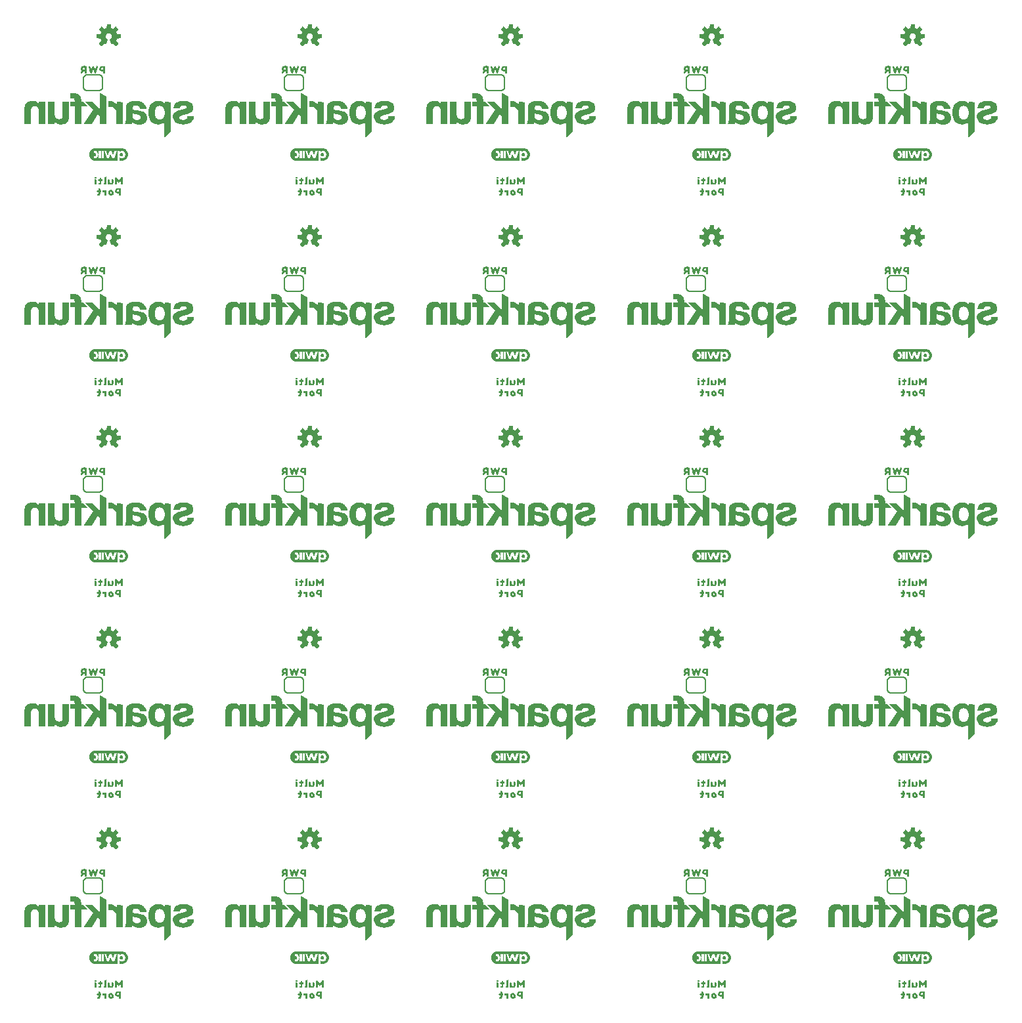
<source format=gbo>
G04 EAGLE Gerber RS-274X export*
G75*
%MOMM*%
%FSLAX34Y34*%
%LPD*%
%INSilkscreen Bottom*%
%IPPOS*%
%AMOC8*
5,1,8,0,0,1.08239X$1,22.5*%
G01*
%ADD10C,0.203200*%

G36*
X1235479Y357771D02*
X1235479Y357771D01*
X1235541Y357773D01*
X1235563Y357786D01*
X1235589Y357790D01*
X1235660Y357838D01*
X1235693Y357856D01*
X1235699Y357864D01*
X1235709Y357871D01*
X1236594Y358756D01*
X1237578Y359543D01*
X1237584Y359551D01*
X1237594Y359557D01*
X1238594Y360457D01*
X1238600Y360465D01*
X1238609Y360471D01*
X1239494Y361356D01*
X1240478Y362143D01*
X1240484Y362151D01*
X1240494Y362157D01*
X1241486Y363050D01*
X1242478Y363843D01*
X1242489Y363858D01*
X1242509Y363871D01*
X1243409Y364771D01*
X1243449Y364836D01*
X1243493Y364898D01*
X1243495Y364910D01*
X1243500Y364918D01*
X1243504Y364955D01*
X1243520Y365040D01*
X1243520Y401940D01*
X1243518Y401949D01*
X1243520Y401959D01*
X1243498Y402033D01*
X1243481Y402109D01*
X1243475Y402116D01*
X1243472Y402125D01*
X1243420Y402183D01*
X1243371Y402242D01*
X1243362Y402246D01*
X1243355Y402253D01*
X1243223Y402311D01*
X1241423Y402711D01*
X1241404Y402711D01*
X1241382Y402718D01*
X1240498Y402816D01*
X1239515Y403013D01*
X1239500Y403012D01*
X1239482Y403018D01*
X1238602Y403116D01*
X1236823Y403511D01*
X1236803Y403511D01*
X1236778Y403518D01*
X1235778Y403618D01*
X1235709Y403609D01*
X1235639Y403607D01*
X1235624Y403598D01*
X1235606Y403596D01*
X1235548Y403557D01*
X1235487Y403524D01*
X1235477Y403509D01*
X1235462Y403500D01*
X1235427Y403439D01*
X1235387Y403382D01*
X1235384Y403363D01*
X1235376Y403349D01*
X1235373Y403310D01*
X1235360Y403240D01*
X1235360Y400809D01*
X1235248Y400964D01*
X1235237Y400973D01*
X1235233Y400981D01*
X1235230Y400983D01*
X1235224Y400993D01*
X1234897Y401361D01*
X1234559Y401741D01*
X1234424Y401893D01*
X1234395Y401913D01*
X1234358Y401952D01*
X1232358Y403352D01*
X1232323Y403366D01*
X1232270Y403397D01*
X1231170Y403797D01*
X1231153Y403799D01*
X1231132Y403809D01*
X1229932Y404109D01*
X1229918Y404109D01*
X1229903Y404115D01*
X1228703Y404315D01*
X1228687Y404314D01*
X1228669Y404319D01*
X1227369Y404419D01*
X1227341Y404415D01*
X1227303Y404418D01*
X1224203Y404118D01*
X1224171Y404107D01*
X1224120Y404101D01*
X1221420Y403201D01*
X1221387Y403180D01*
X1221326Y403154D01*
X1219126Y401654D01*
X1219103Y401630D01*
X1219064Y401602D01*
X1217264Y399702D01*
X1217246Y399670D01*
X1217209Y399627D01*
X1215909Y397327D01*
X1215903Y397306D01*
X1215887Y397281D01*
X1214887Y394781D01*
X1214883Y394754D01*
X1214868Y394720D01*
X1214268Y391920D01*
X1214269Y391896D01*
X1214261Y391865D01*
X1214061Y388865D01*
X1214064Y388843D01*
X1214061Y388813D01*
X1214261Y386013D01*
X1214268Y385990D01*
X1214269Y385958D01*
X1214869Y383258D01*
X1214881Y383232D01*
X1214889Y383194D01*
X1215889Y380794D01*
X1215902Y380775D01*
X1215913Y380747D01*
X1217213Y378547D01*
X1217237Y378522D01*
X1217264Y378479D01*
X1219064Y376579D01*
X1219093Y376560D01*
X1219129Y376524D01*
X1221229Y375124D01*
X1221263Y375111D01*
X1221311Y375082D01*
X1223811Y374182D01*
X1223847Y374178D01*
X1223901Y374162D01*
X1226801Y373862D01*
X1226830Y373865D01*
X1226869Y373861D01*
X1228169Y373961D01*
X1228182Y373965D01*
X1228198Y373964D01*
X1229498Y374164D01*
X1229516Y374171D01*
X1229540Y374173D01*
X1230640Y374473D01*
X1230659Y374483D01*
X1230686Y374489D01*
X1231886Y374989D01*
X1231906Y375003D01*
X1231936Y375014D01*
X1232936Y375614D01*
X1232944Y375622D01*
X1232958Y375629D01*
X1233958Y376329D01*
X1233982Y376355D01*
X1234024Y376387D01*
X1234824Y377287D01*
X1234828Y377295D01*
X1234837Y377302D01*
X1235060Y377581D01*
X1235060Y358140D01*
X1235066Y358115D01*
X1235063Y358089D01*
X1235085Y358032D01*
X1235099Y357971D01*
X1235116Y357951D01*
X1235125Y357927D01*
X1235170Y357885D01*
X1235209Y357838D01*
X1235233Y357827D01*
X1235252Y357810D01*
X1235311Y357792D01*
X1235368Y357767D01*
X1235393Y357768D01*
X1235418Y357760D01*
X1235479Y357771D01*
G37*
G36*
X976399Y616851D02*
X976399Y616851D01*
X976461Y616853D01*
X976483Y616866D01*
X976509Y616870D01*
X976580Y616918D01*
X976613Y616936D01*
X976619Y616944D01*
X976629Y616951D01*
X977514Y617836D01*
X978498Y618623D01*
X978504Y618631D01*
X978514Y618637D01*
X979514Y619537D01*
X979520Y619545D01*
X979529Y619551D01*
X980414Y620436D01*
X981398Y621223D01*
X981404Y621231D01*
X981414Y621237D01*
X982406Y622130D01*
X983398Y622923D01*
X983409Y622938D01*
X983429Y622951D01*
X984329Y623851D01*
X984369Y623916D01*
X984413Y623978D01*
X984415Y623990D01*
X984420Y623998D01*
X984424Y624035D01*
X984440Y624120D01*
X984440Y661020D01*
X984438Y661029D01*
X984440Y661039D01*
X984418Y661113D01*
X984401Y661189D01*
X984395Y661196D01*
X984392Y661205D01*
X984340Y661263D01*
X984291Y661322D01*
X984282Y661326D01*
X984275Y661333D01*
X984143Y661391D01*
X982343Y661791D01*
X982324Y661791D01*
X982302Y661798D01*
X981418Y661896D01*
X980435Y662093D01*
X980420Y662092D01*
X980402Y662098D01*
X979522Y662196D01*
X977743Y662591D01*
X977723Y662591D01*
X977698Y662598D01*
X976698Y662698D01*
X976629Y662689D01*
X976559Y662687D01*
X976544Y662678D01*
X976526Y662676D01*
X976468Y662637D01*
X976407Y662604D01*
X976397Y662589D01*
X976382Y662580D01*
X976347Y662519D01*
X976307Y662462D01*
X976304Y662443D01*
X976296Y662429D01*
X976293Y662390D01*
X976280Y662320D01*
X976280Y659889D01*
X976168Y660044D01*
X976157Y660053D01*
X976153Y660061D01*
X976150Y660063D01*
X976144Y660073D01*
X975817Y660441D01*
X975479Y660821D01*
X975344Y660973D01*
X975315Y660993D01*
X975278Y661032D01*
X973278Y662432D01*
X973243Y662446D01*
X973190Y662477D01*
X972090Y662877D01*
X972073Y662879D01*
X972052Y662889D01*
X970852Y663189D01*
X970838Y663189D01*
X970823Y663195D01*
X969623Y663395D01*
X969607Y663394D01*
X969589Y663399D01*
X968289Y663499D01*
X968261Y663495D01*
X968223Y663498D01*
X965123Y663198D01*
X965091Y663187D01*
X965040Y663181D01*
X962340Y662281D01*
X962307Y662260D01*
X962246Y662234D01*
X960046Y660734D01*
X960023Y660710D01*
X959984Y660682D01*
X958184Y658782D01*
X958166Y658750D01*
X958129Y658707D01*
X956829Y656407D01*
X956823Y656386D01*
X956807Y656361D01*
X955807Y653861D01*
X955803Y653834D01*
X955788Y653800D01*
X955188Y651000D01*
X955189Y650976D01*
X955181Y650945D01*
X954981Y647945D01*
X954984Y647923D01*
X954981Y647893D01*
X955181Y645093D01*
X955188Y645070D01*
X955189Y645038D01*
X955789Y642338D01*
X955801Y642312D01*
X955809Y642274D01*
X956809Y639874D01*
X956822Y639855D01*
X956833Y639827D01*
X958133Y637627D01*
X958157Y637602D01*
X958184Y637559D01*
X959984Y635659D01*
X960013Y635640D01*
X960049Y635604D01*
X962149Y634204D01*
X962183Y634191D01*
X962231Y634162D01*
X964731Y633262D01*
X964767Y633258D01*
X964821Y633242D01*
X967721Y632942D01*
X967750Y632945D01*
X967789Y632941D01*
X969089Y633041D01*
X969102Y633045D01*
X969118Y633044D01*
X970418Y633244D01*
X970436Y633251D01*
X970460Y633253D01*
X971560Y633553D01*
X971579Y633563D01*
X971606Y633569D01*
X972806Y634069D01*
X972826Y634083D01*
X972856Y634094D01*
X973856Y634694D01*
X973864Y634702D01*
X973878Y634709D01*
X974878Y635409D01*
X974902Y635435D01*
X974944Y635467D01*
X975744Y636367D01*
X975748Y636375D01*
X975757Y636382D01*
X975980Y636661D01*
X975980Y617220D01*
X975986Y617195D01*
X975983Y617169D01*
X976005Y617112D01*
X976019Y617051D01*
X976036Y617031D01*
X976045Y617007D01*
X976090Y616965D01*
X976129Y616918D01*
X976153Y616907D01*
X976172Y616890D01*
X976231Y616872D01*
X976288Y616847D01*
X976313Y616848D01*
X976338Y616840D01*
X976399Y616851D01*
G37*
G36*
X199159Y616851D02*
X199159Y616851D01*
X199221Y616853D01*
X199243Y616866D01*
X199269Y616870D01*
X199340Y616918D01*
X199373Y616936D01*
X199379Y616944D01*
X199389Y616951D01*
X200274Y617836D01*
X201258Y618623D01*
X201264Y618631D01*
X201274Y618637D01*
X202274Y619537D01*
X202280Y619545D01*
X202289Y619551D01*
X203174Y620436D01*
X204158Y621223D01*
X204164Y621231D01*
X204174Y621237D01*
X205166Y622130D01*
X206158Y622923D01*
X206169Y622938D01*
X206189Y622951D01*
X207089Y623851D01*
X207129Y623916D01*
X207173Y623978D01*
X207175Y623990D01*
X207180Y623998D01*
X207184Y624035D01*
X207200Y624120D01*
X207200Y661020D01*
X207198Y661029D01*
X207200Y661039D01*
X207178Y661113D01*
X207161Y661189D01*
X207155Y661196D01*
X207152Y661205D01*
X207100Y661263D01*
X207051Y661322D01*
X207042Y661326D01*
X207035Y661333D01*
X206903Y661391D01*
X205103Y661791D01*
X205084Y661791D01*
X205062Y661798D01*
X204178Y661896D01*
X203195Y662093D01*
X203180Y662092D01*
X203162Y662098D01*
X202282Y662196D01*
X200503Y662591D01*
X200483Y662591D01*
X200458Y662598D01*
X199458Y662698D01*
X199389Y662689D01*
X199319Y662687D01*
X199304Y662678D01*
X199286Y662676D01*
X199228Y662637D01*
X199167Y662604D01*
X199157Y662589D01*
X199142Y662580D01*
X199107Y662519D01*
X199067Y662462D01*
X199064Y662443D01*
X199056Y662429D01*
X199053Y662390D01*
X199040Y662320D01*
X199040Y659889D01*
X198928Y660044D01*
X198917Y660053D01*
X198913Y660061D01*
X198910Y660063D01*
X198904Y660073D01*
X198577Y660441D01*
X198239Y660821D01*
X198104Y660973D01*
X198075Y660993D01*
X198038Y661032D01*
X196038Y662432D01*
X196003Y662446D01*
X195950Y662477D01*
X194850Y662877D01*
X194833Y662879D01*
X194812Y662889D01*
X193612Y663189D01*
X193598Y663189D01*
X193583Y663195D01*
X192383Y663395D01*
X192367Y663394D01*
X192349Y663399D01*
X191049Y663499D01*
X191021Y663495D01*
X190983Y663498D01*
X187883Y663198D01*
X187851Y663187D01*
X187800Y663181D01*
X185100Y662281D01*
X185067Y662260D01*
X185006Y662234D01*
X182806Y660734D01*
X182783Y660710D01*
X182744Y660682D01*
X180944Y658782D01*
X180926Y658750D01*
X180889Y658707D01*
X179589Y656407D01*
X179583Y656386D01*
X179567Y656361D01*
X178567Y653861D01*
X178563Y653834D01*
X178548Y653800D01*
X177948Y651000D01*
X177949Y650976D01*
X177941Y650945D01*
X177741Y647945D01*
X177744Y647923D01*
X177741Y647893D01*
X177941Y645093D01*
X177948Y645070D01*
X177949Y645038D01*
X178549Y642338D01*
X178561Y642312D01*
X178569Y642274D01*
X179569Y639874D01*
X179582Y639855D01*
X179593Y639827D01*
X180893Y637627D01*
X180917Y637602D01*
X180944Y637559D01*
X182744Y635659D01*
X182773Y635640D01*
X182809Y635604D01*
X184909Y634204D01*
X184943Y634191D01*
X184991Y634162D01*
X187491Y633262D01*
X187527Y633258D01*
X187581Y633242D01*
X190481Y632942D01*
X190510Y632945D01*
X190549Y632941D01*
X191849Y633041D01*
X191862Y633045D01*
X191878Y633044D01*
X193178Y633244D01*
X193196Y633251D01*
X193220Y633253D01*
X194320Y633553D01*
X194339Y633563D01*
X194366Y633569D01*
X195566Y634069D01*
X195586Y634083D01*
X195616Y634094D01*
X196616Y634694D01*
X196624Y634702D01*
X196638Y634709D01*
X197638Y635409D01*
X197662Y635435D01*
X197704Y635467D01*
X198504Y636367D01*
X198508Y636375D01*
X198517Y636382D01*
X198740Y636661D01*
X198740Y617220D01*
X198746Y617195D01*
X198743Y617169D01*
X198765Y617112D01*
X198779Y617051D01*
X198796Y617031D01*
X198805Y617007D01*
X198850Y616965D01*
X198889Y616918D01*
X198913Y616907D01*
X198932Y616890D01*
X198991Y616872D01*
X199048Y616847D01*
X199073Y616848D01*
X199098Y616840D01*
X199159Y616851D01*
G37*
G36*
X458239Y616851D02*
X458239Y616851D01*
X458301Y616853D01*
X458323Y616866D01*
X458349Y616870D01*
X458420Y616918D01*
X458453Y616936D01*
X458459Y616944D01*
X458469Y616951D01*
X459354Y617836D01*
X460338Y618623D01*
X460344Y618631D01*
X460354Y618637D01*
X461354Y619537D01*
X461360Y619545D01*
X461369Y619551D01*
X462254Y620436D01*
X463238Y621223D01*
X463244Y621231D01*
X463254Y621237D01*
X464246Y622130D01*
X465238Y622923D01*
X465249Y622938D01*
X465269Y622951D01*
X466169Y623851D01*
X466209Y623916D01*
X466253Y623978D01*
X466255Y623990D01*
X466260Y623998D01*
X466264Y624035D01*
X466280Y624120D01*
X466280Y661020D01*
X466278Y661029D01*
X466280Y661039D01*
X466258Y661113D01*
X466241Y661189D01*
X466235Y661196D01*
X466232Y661205D01*
X466180Y661263D01*
X466131Y661322D01*
X466122Y661326D01*
X466115Y661333D01*
X465983Y661391D01*
X464183Y661791D01*
X464164Y661791D01*
X464142Y661798D01*
X463258Y661896D01*
X462275Y662093D01*
X462260Y662092D01*
X462242Y662098D01*
X461362Y662196D01*
X459583Y662591D01*
X459563Y662591D01*
X459538Y662598D01*
X458538Y662698D01*
X458469Y662689D01*
X458399Y662687D01*
X458384Y662678D01*
X458366Y662676D01*
X458308Y662637D01*
X458247Y662604D01*
X458237Y662589D01*
X458222Y662580D01*
X458187Y662519D01*
X458147Y662462D01*
X458144Y662443D01*
X458136Y662429D01*
X458133Y662390D01*
X458120Y662320D01*
X458120Y659889D01*
X458008Y660044D01*
X457997Y660053D01*
X457993Y660061D01*
X457990Y660063D01*
X457984Y660073D01*
X457657Y660441D01*
X457319Y660821D01*
X457184Y660973D01*
X457155Y660993D01*
X457118Y661032D01*
X455118Y662432D01*
X455083Y662446D01*
X455030Y662477D01*
X453930Y662877D01*
X453913Y662879D01*
X453892Y662889D01*
X452692Y663189D01*
X452678Y663189D01*
X452663Y663195D01*
X451463Y663395D01*
X451447Y663394D01*
X451429Y663399D01*
X450129Y663499D01*
X450101Y663495D01*
X450063Y663498D01*
X446963Y663198D01*
X446931Y663187D01*
X446880Y663181D01*
X444180Y662281D01*
X444147Y662260D01*
X444086Y662234D01*
X441886Y660734D01*
X441863Y660710D01*
X441824Y660682D01*
X440024Y658782D01*
X440006Y658750D01*
X439969Y658707D01*
X438669Y656407D01*
X438663Y656386D01*
X438647Y656361D01*
X437647Y653861D01*
X437643Y653834D01*
X437628Y653800D01*
X437028Y651000D01*
X437029Y650976D01*
X437021Y650945D01*
X436821Y647945D01*
X436824Y647923D01*
X436821Y647893D01*
X437021Y645093D01*
X437028Y645070D01*
X437029Y645038D01*
X437629Y642338D01*
X437641Y642312D01*
X437649Y642274D01*
X438649Y639874D01*
X438662Y639855D01*
X438673Y639827D01*
X439973Y637627D01*
X439997Y637602D01*
X440024Y637559D01*
X441824Y635659D01*
X441853Y635640D01*
X441889Y635604D01*
X443989Y634204D01*
X444023Y634191D01*
X444071Y634162D01*
X446571Y633262D01*
X446607Y633258D01*
X446661Y633242D01*
X449561Y632942D01*
X449590Y632945D01*
X449629Y632941D01*
X450929Y633041D01*
X450942Y633045D01*
X450958Y633044D01*
X452258Y633244D01*
X452276Y633251D01*
X452300Y633253D01*
X453400Y633553D01*
X453419Y633563D01*
X453446Y633569D01*
X454646Y634069D01*
X454666Y634083D01*
X454696Y634094D01*
X455696Y634694D01*
X455704Y634702D01*
X455718Y634709D01*
X456718Y635409D01*
X456742Y635435D01*
X456784Y635467D01*
X457584Y636367D01*
X457588Y636375D01*
X457597Y636382D01*
X457820Y636661D01*
X457820Y617220D01*
X457826Y617195D01*
X457823Y617169D01*
X457845Y617112D01*
X457859Y617051D01*
X457876Y617031D01*
X457885Y617007D01*
X457930Y616965D01*
X457969Y616918D01*
X457993Y616907D01*
X458012Y616890D01*
X458071Y616872D01*
X458128Y616847D01*
X458153Y616848D01*
X458178Y616840D01*
X458239Y616851D01*
G37*
G36*
X1235479Y616851D02*
X1235479Y616851D01*
X1235541Y616853D01*
X1235563Y616866D01*
X1235589Y616870D01*
X1235660Y616918D01*
X1235693Y616936D01*
X1235699Y616944D01*
X1235709Y616951D01*
X1236594Y617836D01*
X1237578Y618623D01*
X1237584Y618631D01*
X1237594Y618637D01*
X1238594Y619537D01*
X1238600Y619545D01*
X1238609Y619551D01*
X1239494Y620436D01*
X1240478Y621223D01*
X1240484Y621231D01*
X1240494Y621237D01*
X1241486Y622130D01*
X1242478Y622923D01*
X1242489Y622938D01*
X1242509Y622951D01*
X1243409Y623851D01*
X1243449Y623916D01*
X1243493Y623978D01*
X1243495Y623990D01*
X1243500Y623998D01*
X1243504Y624035D01*
X1243520Y624120D01*
X1243520Y661020D01*
X1243518Y661029D01*
X1243520Y661039D01*
X1243498Y661113D01*
X1243481Y661189D01*
X1243475Y661196D01*
X1243472Y661205D01*
X1243420Y661263D01*
X1243371Y661322D01*
X1243362Y661326D01*
X1243355Y661333D01*
X1243223Y661391D01*
X1241423Y661791D01*
X1241404Y661791D01*
X1241382Y661798D01*
X1240498Y661896D01*
X1239515Y662093D01*
X1239500Y662092D01*
X1239482Y662098D01*
X1238602Y662196D01*
X1236823Y662591D01*
X1236803Y662591D01*
X1236778Y662598D01*
X1235778Y662698D01*
X1235709Y662689D01*
X1235639Y662687D01*
X1235624Y662678D01*
X1235606Y662676D01*
X1235548Y662637D01*
X1235487Y662604D01*
X1235477Y662589D01*
X1235462Y662580D01*
X1235427Y662519D01*
X1235387Y662462D01*
X1235384Y662443D01*
X1235376Y662429D01*
X1235373Y662390D01*
X1235360Y662320D01*
X1235360Y659889D01*
X1235248Y660044D01*
X1235237Y660053D01*
X1235233Y660061D01*
X1235230Y660063D01*
X1235224Y660073D01*
X1234897Y660441D01*
X1234559Y660821D01*
X1234424Y660973D01*
X1234395Y660993D01*
X1234358Y661032D01*
X1232358Y662432D01*
X1232323Y662446D01*
X1232270Y662477D01*
X1231170Y662877D01*
X1231153Y662879D01*
X1231132Y662889D01*
X1229932Y663189D01*
X1229918Y663189D01*
X1229903Y663195D01*
X1228703Y663395D01*
X1228687Y663394D01*
X1228669Y663399D01*
X1227369Y663499D01*
X1227341Y663495D01*
X1227303Y663498D01*
X1224203Y663198D01*
X1224171Y663187D01*
X1224120Y663181D01*
X1221420Y662281D01*
X1221387Y662260D01*
X1221326Y662234D01*
X1219126Y660734D01*
X1219103Y660710D01*
X1219064Y660682D01*
X1217264Y658782D01*
X1217246Y658750D01*
X1217209Y658707D01*
X1215909Y656407D01*
X1215903Y656386D01*
X1215887Y656361D01*
X1214887Y653861D01*
X1214883Y653834D01*
X1214868Y653800D01*
X1214268Y651000D01*
X1214269Y650976D01*
X1214261Y650945D01*
X1214061Y647945D01*
X1214064Y647923D01*
X1214061Y647893D01*
X1214261Y645093D01*
X1214268Y645070D01*
X1214269Y645038D01*
X1214869Y642338D01*
X1214881Y642312D01*
X1214889Y642274D01*
X1215889Y639874D01*
X1215902Y639855D01*
X1215913Y639827D01*
X1217213Y637627D01*
X1217237Y637602D01*
X1217264Y637559D01*
X1219064Y635659D01*
X1219093Y635640D01*
X1219129Y635604D01*
X1221229Y634204D01*
X1221263Y634191D01*
X1221311Y634162D01*
X1223811Y633262D01*
X1223847Y633258D01*
X1223901Y633242D01*
X1226801Y632942D01*
X1226830Y632945D01*
X1226869Y632941D01*
X1228169Y633041D01*
X1228182Y633045D01*
X1228198Y633044D01*
X1229498Y633244D01*
X1229516Y633251D01*
X1229540Y633253D01*
X1230640Y633553D01*
X1230659Y633563D01*
X1230686Y633569D01*
X1231886Y634069D01*
X1231906Y634083D01*
X1231936Y634094D01*
X1232936Y634694D01*
X1232944Y634702D01*
X1232958Y634709D01*
X1233958Y635409D01*
X1233982Y635435D01*
X1234024Y635467D01*
X1234824Y636367D01*
X1234828Y636375D01*
X1234837Y636382D01*
X1235060Y636661D01*
X1235060Y617220D01*
X1235066Y617195D01*
X1235063Y617169D01*
X1235085Y617112D01*
X1235099Y617051D01*
X1235116Y617031D01*
X1235125Y617007D01*
X1235170Y616965D01*
X1235209Y616918D01*
X1235233Y616907D01*
X1235252Y616890D01*
X1235311Y616872D01*
X1235368Y616847D01*
X1235393Y616848D01*
X1235418Y616840D01*
X1235479Y616851D01*
G37*
G36*
X1235479Y1135011D02*
X1235479Y1135011D01*
X1235541Y1135013D01*
X1235563Y1135026D01*
X1235589Y1135030D01*
X1235660Y1135078D01*
X1235693Y1135096D01*
X1235699Y1135104D01*
X1235709Y1135111D01*
X1236594Y1135996D01*
X1237578Y1136783D01*
X1237584Y1136791D01*
X1237594Y1136797D01*
X1238594Y1137697D01*
X1238600Y1137705D01*
X1238609Y1137711D01*
X1239494Y1138596D01*
X1240478Y1139383D01*
X1240484Y1139391D01*
X1240494Y1139397D01*
X1241486Y1140290D01*
X1242478Y1141083D01*
X1242489Y1141098D01*
X1242509Y1141111D01*
X1243409Y1142011D01*
X1243449Y1142076D01*
X1243493Y1142138D01*
X1243495Y1142150D01*
X1243500Y1142158D01*
X1243504Y1142195D01*
X1243520Y1142280D01*
X1243520Y1179180D01*
X1243518Y1179189D01*
X1243520Y1179199D01*
X1243498Y1179273D01*
X1243481Y1179349D01*
X1243475Y1179356D01*
X1243472Y1179365D01*
X1243420Y1179423D01*
X1243371Y1179482D01*
X1243362Y1179486D01*
X1243355Y1179493D01*
X1243223Y1179551D01*
X1241423Y1179951D01*
X1241404Y1179951D01*
X1241382Y1179958D01*
X1240498Y1180056D01*
X1239515Y1180253D01*
X1239500Y1180252D01*
X1239482Y1180258D01*
X1238602Y1180356D01*
X1236823Y1180751D01*
X1236803Y1180751D01*
X1236778Y1180758D01*
X1235778Y1180858D01*
X1235709Y1180849D01*
X1235639Y1180847D01*
X1235624Y1180838D01*
X1235606Y1180836D01*
X1235548Y1180797D01*
X1235487Y1180764D01*
X1235477Y1180749D01*
X1235462Y1180740D01*
X1235427Y1180679D01*
X1235387Y1180622D01*
X1235384Y1180603D01*
X1235376Y1180589D01*
X1235373Y1180550D01*
X1235360Y1180480D01*
X1235360Y1178049D01*
X1235248Y1178204D01*
X1235237Y1178213D01*
X1235233Y1178221D01*
X1235230Y1178223D01*
X1235224Y1178233D01*
X1234897Y1178601D01*
X1234559Y1178981D01*
X1234424Y1179133D01*
X1234395Y1179153D01*
X1234358Y1179192D01*
X1232358Y1180592D01*
X1232323Y1180606D01*
X1232270Y1180637D01*
X1231170Y1181037D01*
X1231153Y1181039D01*
X1231132Y1181049D01*
X1229932Y1181349D01*
X1229918Y1181349D01*
X1229903Y1181355D01*
X1228703Y1181555D01*
X1228687Y1181554D01*
X1228669Y1181559D01*
X1227369Y1181659D01*
X1227341Y1181655D01*
X1227303Y1181658D01*
X1224203Y1181358D01*
X1224171Y1181347D01*
X1224120Y1181341D01*
X1221420Y1180441D01*
X1221387Y1180420D01*
X1221326Y1180394D01*
X1219126Y1178894D01*
X1219103Y1178870D01*
X1219064Y1178842D01*
X1217264Y1176942D01*
X1217246Y1176910D01*
X1217209Y1176867D01*
X1215909Y1174567D01*
X1215903Y1174546D01*
X1215887Y1174521D01*
X1214887Y1172021D01*
X1214883Y1171994D01*
X1214868Y1171960D01*
X1214268Y1169160D01*
X1214269Y1169136D01*
X1214261Y1169105D01*
X1214061Y1166105D01*
X1214064Y1166083D01*
X1214061Y1166053D01*
X1214261Y1163253D01*
X1214268Y1163230D01*
X1214269Y1163198D01*
X1214869Y1160498D01*
X1214881Y1160472D01*
X1214889Y1160434D01*
X1215889Y1158034D01*
X1215902Y1158015D01*
X1215913Y1157987D01*
X1217213Y1155787D01*
X1217237Y1155762D01*
X1217264Y1155719D01*
X1219064Y1153819D01*
X1219093Y1153800D01*
X1219129Y1153764D01*
X1221229Y1152364D01*
X1221263Y1152351D01*
X1221311Y1152322D01*
X1223811Y1151422D01*
X1223847Y1151418D01*
X1223901Y1151402D01*
X1226801Y1151102D01*
X1226830Y1151105D01*
X1226869Y1151101D01*
X1228169Y1151201D01*
X1228182Y1151205D01*
X1228198Y1151204D01*
X1229498Y1151404D01*
X1229516Y1151411D01*
X1229540Y1151413D01*
X1230640Y1151713D01*
X1230659Y1151723D01*
X1230686Y1151729D01*
X1231886Y1152229D01*
X1231906Y1152243D01*
X1231936Y1152254D01*
X1232936Y1152854D01*
X1232944Y1152862D01*
X1232958Y1152869D01*
X1233958Y1153569D01*
X1233982Y1153595D01*
X1234024Y1153627D01*
X1234824Y1154527D01*
X1234828Y1154535D01*
X1234837Y1154542D01*
X1235060Y1154821D01*
X1235060Y1135380D01*
X1235066Y1135355D01*
X1235063Y1135329D01*
X1235085Y1135272D01*
X1235099Y1135211D01*
X1235116Y1135191D01*
X1235125Y1135167D01*
X1235170Y1135125D01*
X1235209Y1135078D01*
X1235233Y1135067D01*
X1235252Y1135050D01*
X1235311Y1135032D01*
X1235368Y1135007D01*
X1235393Y1135008D01*
X1235418Y1135000D01*
X1235479Y1135011D01*
G37*
G36*
X717319Y1135011D02*
X717319Y1135011D01*
X717381Y1135013D01*
X717403Y1135026D01*
X717429Y1135030D01*
X717500Y1135078D01*
X717533Y1135096D01*
X717539Y1135104D01*
X717549Y1135111D01*
X718434Y1135996D01*
X719418Y1136783D01*
X719424Y1136791D01*
X719434Y1136797D01*
X720434Y1137697D01*
X720440Y1137705D01*
X720449Y1137711D01*
X721334Y1138596D01*
X722318Y1139383D01*
X722324Y1139391D01*
X722334Y1139397D01*
X723326Y1140290D01*
X724318Y1141083D01*
X724329Y1141098D01*
X724349Y1141111D01*
X725249Y1142011D01*
X725289Y1142076D01*
X725333Y1142138D01*
X725335Y1142150D01*
X725340Y1142158D01*
X725344Y1142195D01*
X725360Y1142280D01*
X725360Y1179180D01*
X725358Y1179189D01*
X725360Y1179199D01*
X725338Y1179273D01*
X725321Y1179349D01*
X725315Y1179356D01*
X725312Y1179365D01*
X725260Y1179423D01*
X725211Y1179482D01*
X725202Y1179486D01*
X725195Y1179493D01*
X725063Y1179551D01*
X723263Y1179951D01*
X723244Y1179951D01*
X723222Y1179958D01*
X722338Y1180056D01*
X721355Y1180253D01*
X721340Y1180252D01*
X721322Y1180258D01*
X720442Y1180356D01*
X718663Y1180751D01*
X718643Y1180751D01*
X718618Y1180758D01*
X717618Y1180858D01*
X717549Y1180849D01*
X717479Y1180847D01*
X717464Y1180838D01*
X717446Y1180836D01*
X717388Y1180797D01*
X717327Y1180764D01*
X717317Y1180749D01*
X717302Y1180740D01*
X717267Y1180679D01*
X717227Y1180622D01*
X717224Y1180603D01*
X717216Y1180589D01*
X717213Y1180550D01*
X717200Y1180480D01*
X717200Y1178049D01*
X717088Y1178204D01*
X717077Y1178213D01*
X717073Y1178221D01*
X717070Y1178223D01*
X717064Y1178233D01*
X716737Y1178601D01*
X716399Y1178981D01*
X716264Y1179133D01*
X716235Y1179153D01*
X716198Y1179192D01*
X714198Y1180592D01*
X714163Y1180606D01*
X714110Y1180637D01*
X713010Y1181037D01*
X712993Y1181039D01*
X712972Y1181049D01*
X711772Y1181349D01*
X711758Y1181349D01*
X711743Y1181355D01*
X710543Y1181555D01*
X710527Y1181554D01*
X710509Y1181559D01*
X709209Y1181659D01*
X709181Y1181655D01*
X709143Y1181658D01*
X706043Y1181358D01*
X706011Y1181347D01*
X705960Y1181341D01*
X703260Y1180441D01*
X703227Y1180420D01*
X703166Y1180394D01*
X700966Y1178894D01*
X700943Y1178870D01*
X700904Y1178842D01*
X699104Y1176942D01*
X699086Y1176910D01*
X699049Y1176867D01*
X697749Y1174567D01*
X697743Y1174546D01*
X697727Y1174521D01*
X696727Y1172021D01*
X696723Y1171994D01*
X696708Y1171960D01*
X696108Y1169160D01*
X696109Y1169136D01*
X696101Y1169105D01*
X695901Y1166105D01*
X695904Y1166083D01*
X695901Y1166053D01*
X696101Y1163253D01*
X696108Y1163230D01*
X696109Y1163198D01*
X696709Y1160498D01*
X696721Y1160472D01*
X696729Y1160434D01*
X697729Y1158034D01*
X697742Y1158015D01*
X697753Y1157987D01*
X699053Y1155787D01*
X699077Y1155762D01*
X699104Y1155719D01*
X700904Y1153819D01*
X700933Y1153800D01*
X700969Y1153764D01*
X703069Y1152364D01*
X703103Y1152351D01*
X703151Y1152322D01*
X705651Y1151422D01*
X705687Y1151418D01*
X705741Y1151402D01*
X708641Y1151102D01*
X708670Y1151105D01*
X708709Y1151101D01*
X710009Y1151201D01*
X710022Y1151205D01*
X710038Y1151204D01*
X711338Y1151404D01*
X711356Y1151411D01*
X711380Y1151413D01*
X712480Y1151713D01*
X712499Y1151723D01*
X712526Y1151729D01*
X713726Y1152229D01*
X713746Y1152243D01*
X713776Y1152254D01*
X714776Y1152854D01*
X714784Y1152862D01*
X714798Y1152869D01*
X715798Y1153569D01*
X715822Y1153595D01*
X715864Y1153627D01*
X716664Y1154527D01*
X716668Y1154535D01*
X716677Y1154542D01*
X716900Y1154821D01*
X716900Y1135380D01*
X716906Y1135355D01*
X716903Y1135329D01*
X716925Y1135272D01*
X716939Y1135211D01*
X716956Y1135191D01*
X716965Y1135167D01*
X717010Y1135125D01*
X717049Y1135078D01*
X717073Y1135067D01*
X717092Y1135050D01*
X717151Y1135032D01*
X717208Y1135007D01*
X717233Y1135008D01*
X717258Y1135000D01*
X717319Y1135011D01*
G37*
G36*
X458239Y875931D02*
X458239Y875931D01*
X458301Y875933D01*
X458323Y875946D01*
X458349Y875950D01*
X458420Y875998D01*
X458453Y876016D01*
X458459Y876024D01*
X458469Y876031D01*
X459354Y876916D01*
X460338Y877703D01*
X460344Y877711D01*
X460354Y877717D01*
X461354Y878617D01*
X461360Y878625D01*
X461369Y878631D01*
X462254Y879516D01*
X463238Y880303D01*
X463244Y880311D01*
X463254Y880317D01*
X464246Y881210D01*
X465238Y882003D01*
X465249Y882018D01*
X465269Y882031D01*
X466169Y882931D01*
X466209Y882996D01*
X466253Y883058D01*
X466255Y883070D01*
X466260Y883078D01*
X466264Y883115D01*
X466280Y883200D01*
X466280Y920100D01*
X466278Y920109D01*
X466280Y920119D01*
X466258Y920193D01*
X466241Y920269D01*
X466235Y920276D01*
X466232Y920285D01*
X466180Y920343D01*
X466131Y920402D01*
X466122Y920406D01*
X466115Y920413D01*
X465983Y920471D01*
X464183Y920871D01*
X464164Y920871D01*
X464142Y920878D01*
X463258Y920976D01*
X462275Y921173D01*
X462260Y921172D01*
X462242Y921178D01*
X461362Y921276D01*
X459583Y921671D01*
X459563Y921671D01*
X459538Y921678D01*
X458538Y921778D01*
X458469Y921769D01*
X458399Y921767D01*
X458384Y921758D01*
X458366Y921756D01*
X458308Y921717D01*
X458247Y921684D01*
X458237Y921669D01*
X458222Y921660D01*
X458187Y921599D01*
X458147Y921542D01*
X458144Y921523D01*
X458136Y921509D01*
X458133Y921470D01*
X458120Y921400D01*
X458120Y918969D01*
X458008Y919124D01*
X457997Y919133D01*
X457993Y919141D01*
X457990Y919143D01*
X457984Y919153D01*
X457657Y919521D01*
X457319Y919901D01*
X457184Y920053D01*
X457155Y920073D01*
X457118Y920112D01*
X455118Y921512D01*
X455083Y921526D01*
X455030Y921557D01*
X453930Y921957D01*
X453913Y921959D01*
X453892Y921969D01*
X452692Y922269D01*
X452678Y922269D01*
X452663Y922275D01*
X451463Y922475D01*
X451447Y922474D01*
X451429Y922479D01*
X450129Y922579D01*
X450101Y922575D01*
X450063Y922578D01*
X446963Y922278D01*
X446931Y922267D01*
X446880Y922261D01*
X444180Y921361D01*
X444147Y921340D01*
X444086Y921314D01*
X441886Y919814D01*
X441863Y919790D01*
X441824Y919762D01*
X440024Y917862D01*
X440006Y917830D01*
X439969Y917787D01*
X438669Y915487D01*
X438663Y915466D01*
X438647Y915441D01*
X437647Y912941D01*
X437643Y912914D01*
X437628Y912880D01*
X437028Y910080D01*
X437029Y910056D01*
X437021Y910025D01*
X436821Y907025D01*
X436824Y907003D01*
X436821Y906973D01*
X437021Y904173D01*
X437028Y904150D01*
X437029Y904118D01*
X437629Y901418D01*
X437641Y901392D01*
X437649Y901354D01*
X438649Y898954D01*
X438662Y898935D01*
X438673Y898907D01*
X439973Y896707D01*
X439997Y896682D01*
X440024Y896639D01*
X441824Y894739D01*
X441853Y894720D01*
X441889Y894684D01*
X443989Y893284D01*
X444023Y893271D01*
X444071Y893242D01*
X446571Y892342D01*
X446607Y892338D01*
X446661Y892322D01*
X449561Y892022D01*
X449590Y892025D01*
X449629Y892021D01*
X450929Y892121D01*
X450942Y892125D01*
X450958Y892124D01*
X452258Y892324D01*
X452276Y892331D01*
X452300Y892333D01*
X453400Y892633D01*
X453419Y892643D01*
X453446Y892649D01*
X454646Y893149D01*
X454666Y893163D01*
X454696Y893174D01*
X455696Y893774D01*
X455704Y893782D01*
X455718Y893789D01*
X456718Y894489D01*
X456742Y894515D01*
X456784Y894547D01*
X457584Y895447D01*
X457588Y895455D01*
X457597Y895462D01*
X457820Y895741D01*
X457820Y876300D01*
X457826Y876275D01*
X457823Y876249D01*
X457845Y876192D01*
X457859Y876131D01*
X457876Y876111D01*
X457885Y876087D01*
X457930Y876045D01*
X457969Y875998D01*
X457993Y875987D01*
X458012Y875970D01*
X458071Y875952D01*
X458128Y875927D01*
X458153Y875928D01*
X458178Y875920D01*
X458239Y875931D01*
G37*
G36*
X199159Y875931D02*
X199159Y875931D01*
X199221Y875933D01*
X199243Y875946D01*
X199269Y875950D01*
X199340Y875998D01*
X199373Y876016D01*
X199379Y876024D01*
X199389Y876031D01*
X200274Y876916D01*
X201258Y877703D01*
X201264Y877711D01*
X201274Y877717D01*
X202274Y878617D01*
X202280Y878625D01*
X202289Y878631D01*
X203174Y879516D01*
X204158Y880303D01*
X204164Y880311D01*
X204174Y880317D01*
X205166Y881210D01*
X206158Y882003D01*
X206169Y882018D01*
X206189Y882031D01*
X207089Y882931D01*
X207129Y882996D01*
X207173Y883058D01*
X207175Y883070D01*
X207180Y883078D01*
X207184Y883115D01*
X207200Y883200D01*
X207200Y920100D01*
X207198Y920109D01*
X207200Y920119D01*
X207178Y920193D01*
X207161Y920269D01*
X207155Y920276D01*
X207152Y920285D01*
X207100Y920343D01*
X207051Y920402D01*
X207042Y920406D01*
X207035Y920413D01*
X206903Y920471D01*
X205103Y920871D01*
X205084Y920871D01*
X205062Y920878D01*
X204178Y920976D01*
X203195Y921173D01*
X203180Y921172D01*
X203162Y921178D01*
X202282Y921276D01*
X200503Y921671D01*
X200483Y921671D01*
X200458Y921678D01*
X199458Y921778D01*
X199389Y921769D01*
X199319Y921767D01*
X199304Y921758D01*
X199286Y921756D01*
X199228Y921717D01*
X199167Y921684D01*
X199157Y921669D01*
X199142Y921660D01*
X199107Y921599D01*
X199067Y921542D01*
X199064Y921523D01*
X199056Y921509D01*
X199053Y921470D01*
X199040Y921400D01*
X199040Y918969D01*
X198928Y919124D01*
X198917Y919133D01*
X198913Y919141D01*
X198910Y919143D01*
X198904Y919153D01*
X198577Y919521D01*
X198239Y919901D01*
X198104Y920053D01*
X198075Y920073D01*
X198038Y920112D01*
X196038Y921512D01*
X196003Y921526D01*
X195950Y921557D01*
X194850Y921957D01*
X194833Y921959D01*
X194812Y921969D01*
X193612Y922269D01*
X193598Y922269D01*
X193583Y922275D01*
X192383Y922475D01*
X192367Y922474D01*
X192349Y922479D01*
X191049Y922579D01*
X191021Y922575D01*
X190983Y922578D01*
X187883Y922278D01*
X187851Y922267D01*
X187800Y922261D01*
X185100Y921361D01*
X185067Y921340D01*
X185006Y921314D01*
X182806Y919814D01*
X182783Y919790D01*
X182744Y919762D01*
X180944Y917862D01*
X180926Y917830D01*
X180889Y917787D01*
X179589Y915487D01*
X179583Y915466D01*
X179567Y915441D01*
X178567Y912941D01*
X178563Y912914D01*
X178548Y912880D01*
X177948Y910080D01*
X177949Y910056D01*
X177941Y910025D01*
X177741Y907025D01*
X177744Y907003D01*
X177741Y906973D01*
X177941Y904173D01*
X177948Y904150D01*
X177949Y904118D01*
X178549Y901418D01*
X178561Y901392D01*
X178569Y901354D01*
X179569Y898954D01*
X179582Y898935D01*
X179593Y898907D01*
X180893Y896707D01*
X180917Y896682D01*
X180944Y896639D01*
X182744Y894739D01*
X182773Y894720D01*
X182809Y894684D01*
X184909Y893284D01*
X184943Y893271D01*
X184991Y893242D01*
X187491Y892342D01*
X187527Y892338D01*
X187581Y892322D01*
X190481Y892022D01*
X190510Y892025D01*
X190549Y892021D01*
X191849Y892121D01*
X191862Y892125D01*
X191878Y892124D01*
X193178Y892324D01*
X193196Y892331D01*
X193220Y892333D01*
X194320Y892633D01*
X194339Y892643D01*
X194366Y892649D01*
X195566Y893149D01*
X195586Y893163D01*
X195616Y893174D01*
X196616Y893774D01*
X196624Y893782D01*
X196638Y893789D01*
X197638Y894489D01*
X197662Y894515D01*
X197704Y894547D01*
X198504Y895447D01*
X198508Y895455D01*
X198517Y895462D01*
X198740Y895741D01*
X198740Y876300D01*
X198746Y876275D01*
X198743Y876249D01*
X198765Y876192D01*
X198779Y876131D01*
X198796Y876111D01*
X198805Y876087D01*
X198850Y876045D01*
X198889Y875998D01*
X198913Y875987D01*
X198932Y875970D01*
X198991Y875952D01*
X199048Y875927D01*
X199073Y875928D01*
X199098Y875920D01*
X199159Y875931D01*
G37*
G36*
X1235479Y98691D02*
X1235479Y98691D01*
X1235541Y98693D01*
X1235563Y98706D01*
X1235589Y98710D01*
X1235660Y98758D01*
X1235693Y98776D01*
X1235699Y98784D01*
X1235709Y98791D01*
X1236594Y99676D01*
X1237578Y100463D01*
X1237584Y100471D01*
X1237594Y100477D01*
X1238594Y101377D01*
X1238600Y101385D01*
X1238609Y101391D01*
X1239494Y102276D01*
X1240478Y103063D01*
X1240484Y103071D01*
X1240494Y103077D01*
X1241486Y103970D01*
X1242478Y104763D01*
X1242489Y104778D01*
X1242509Y104791D01*
X1243409Y105691D01*
X1243449Y105756D01*
X1243493Y105818D01*
X1243495Y105830D01*
X1243500Y105838D01*
X1243504Y105875D01*
X1243520Y105960D01*
X1243520Y142860D01*
X1243518Y142869D01*
X1243520Y142879D01*
X1243498Y142953D01*
X1243481Y143029D01*
X1243475Y143036D01*
X1243472Y143045D01*
X1243420Y143103D01*
X1243371Y143162D01*
X1243362Y143166D01*
X1243355Y143173D01*
X1243223Y143231D01*
X1241423Y143631D01*
X1241404Y143631D01*
X1241382Y143638D01*
X1240498Y143736D01*
X1239515Y143933D01*
X1239500Y143932D01*
X1239482Y143938D01*
X1238602Y144036D01*
X1236823Y144431D01*
X1236803Y144431D01*
X1236778Y144438D01*
X1235778Y144538D01*
X1235709Y144529D01*
X1235639Y144527D01*
X1235624Y144518D01*
X1235606Y144516D01*
X1235548Y144477D01*
X1235487Y144444D01*
X1235477Y144429D01*
X1235462Y144420D01*
X1235427Y144359D01*
X1235387Y144302D01*
X1235384Y144283D01*
X1235376Y144269D01*
X1235373Y144230D01*
X1235360Y144160D01*
X1235360Y141729D01*
X1235248Y141884D01*
X1235237Y141893D01*
X1235233Y141901D01*
X1235230Y141903D01*
X1235224Y141913D01*
X1234897Y142281D01*
X1234559Y142661D01*
X1234424Y142813D01*
X1234395Y142833D01*
X1234358Y142872D01*
X1232358Y144272D01*
X1232323Y144286D01*
X1232270Y144317D01*
X1231170Y144717D01*
X1231153Y144719D01*
X1231132Y144729D01*
X1229932Y145029D01*
X1229918Y145029D01*
X1229903Y145035D01*
X1228703Y145235D01*
X1228687Y145234D01*
X1228669Y145239D01*
X1227369Y145339D01*
X1227341Y145335D01*
X1227303Y145338D01*
X1224203Y145038D01*
X1224171Y145027D01*
X1224120Y145021D01*
X1221420Y144121D01*
X1221387Y144100D01*
X1221326Y144074D01*
X1219126Y142574D01*
X1219103Y142550D01*
X1219064Y142522D01*
X1217264Y140622D01*
X1217246Y140590D01*
X1217209Y140547D01*
X1215909Y138247D01*
X1215903Y138226D01*
X1215887Y138201D01*
X1214887Y135701D01*
X1214883Y135674D01*
X1214868Y135640D01*
X1214268Y132840D01*
X1214269Y132816D01*
X1214261Y132785D01*
X1214061Y129785D01*
X1214064Y129763D01*
X1214061Y129733D01*
X1214261Y126933D01*
X1214268Y126910D01*
X1214269Y126878D01*
X1214869Y124178D01*
X1214881Y124152D01*
X1214889Y124114D01*
X1215889Y121714D01*
X1215902Y121695D01*
X1215913Y121667D01*
X1217213Y119467D01*
X1217237Y119442D01*
X1217264Y119399D01*
X1219064Y117499D01*
X1219093Y117480D01*
X1219129Y117444D01*
X1221229Y116044D01*
X1221263Y116031D01*
X1221311Y116002D01*
X1223811Y115102D01*
X1223847Y115098D01*
X1223901Y115082D01*
X1226801Y114782D01*
X1226830Y114785D01*
X1226869Y114781D01*
X1228169Y114881D01*
X1228182Y114885D01*
X1228198Y114884D01*
X1229498Y115084D01*
X1229516Y115091D01*
X1229540Y115093D01*
X1230640Y115393D01*
X1230659Y115403D01*
X1230686Y115409D01*
X1231886Y115909D01*
X1231906Y115923D01*
X1231936Y115934D01*
X1232936Y116534D01*
X1232944Y116542D01*
X1232958Y116549D01*
X1233958Y117249D01*
X1233982Y117275D01*
X1234024Y117307D01*
X1234824Y118207D01*
X1234828Y118215D01*
X1234837Y118222D01*
X1235060Y118501D01*
X1235060Y99060D01*
X1235066Y99035D01*
X1235063Y99009D01*
X1235085Y98952D01*
X1235099Y98891D01*
X1235116Y98871D01*
X1235125Y98847D01*
X1235170Y98805D01*
X1235209Y98758D01*
X1235233Y98747D01*
X1235252Y98730D01*
X1235311Y98712D01*
X1235368Y98687D01*
X1235393Y98688D01*
X1235418Y98680D01*
X1235479Y98691D01*
G37*
G36*
X976399Y875931D02*
X976399Y875931D01*
X976461Y875933D01*
X976483Y875946D01*
X976509Y875950D01*
X976580Y875998D01*
X976613Y876016D01*
X976619Y876024D01*
X976629Y876031D01*
X977514Y876916D01*
X978498Y877703D01*
X978504Y877711D01*
X978514Y877717D01*
X979514Y878617D01*
X979520Y878625D01*
X979529Y878631D01*
X980414Y879516D01*
X981398Y880303D01*
X981404Y880311D01*
X981414Y880317D01*
X982406Y881210D01*
X983398Y882003D01*
X983409Y882018D01*
X983429Y882031D01*
X984329Y882931D01*
X984369Y882996D01*
X984413Y883058D01*
X984415Y883070D01*
X984420Y883078D01*
X984424Y883115D01*
X984440Y883200D01*
X984440Y920100D01*
X984438Y920109D01*
X984440Y920119D01*
X984418Y920193D01*
X984401Y920269D01*
X984395Y920276D01*
X984392Y920285D01*
X984340Y920343D01*
X984291Y920402D01*
X984282Y920406D01*
X984275Y920413D01*
X984143Y920471D01*
X982343Y920871D01*
X982324Y920871D01*
X982302Y920878D01*
X981418Y920976D01*
X980435Y921173D01*
X980420Y921172D01*
X980402Y921178D01*
X979522Y921276D01*
X977743Y921671D01*
X977723Y921671D01*
X977698Y921678D01*
X976698Y921778D01*
X976629Y921769D01*
X976559Y921767D01*
X976544Y921758D01*
X976526Y921756D01*
X976468Y921717D01*
X976407Y921684D01*
X976397Y921669D01*
X976382Y921660D01*
X976347Y921599D01*
X976307Y921542D01*
X976304Y921523D01*
X976296Y921509D01*
X976293Y921470D01*
X976280Y921400D01*
X976280Y918969D01*
X976168Y919124D01*
X976157Y919133D01*
X976153Y919141D01*
X976150Y919143D01*
X976144Y919153D01*
X975817Y919521D01*
X975479Y919901D01*
X975344Y920053D01*
X975315Y920073D01*
X975278Y920112D01*
X973278Y921512D01*
X973243Y921526D01*
X973190Y921557D01*
X972090Y921957D01*
X972073Y921959D01*
X972052Y921969D01*
X970852Y922269D01*
X970838Y922269D01*
X970823Y922275D01*
X969623Y922475D01*
X969607Y922474D01*
X969589Y922479D01*
X968289Y922579D01*
X968261Y922575D01*
X968223Y922578D01*
X965123Y922278D01*
X965091Y922267D01*
X965040Y922261D01*
X962340Y921361D01*
X962307Y921340D01*
X962246Y921314D01*
X960046Y919814D01*
X960023Y919790D01*
X959984Y919762D01*
X958184Y917862D01*
X958166Y917830D01*
X958129Y917787D01*
X956829Y915487D01*
X956823Y915466D01*
X956807Y915441D01*
X955807Y912941D01*
X955803Y912914D01*
X955788Y912880D01*
X955188Y910080D01*
X955189Y910056D01*
X955181Y910025D01*
X954981Y907025D01*
X954984Y907003D01*
X954981Y906973D01*
X955181Y904173D01*
X955188Y904150D01*
X955189Y904118D01*
X955789Y901418D01*
X955801Y901392D01*
X955809Y901354D01*
X956809Y898954D01*
X956822Y898935D01*
X956833Y898907D01*
X958133Y896707D01*
X958157Y896682D01*
X958184Y896639D01*
X959984Y894739D01*
X960013Y894720D01*
X960049Y894684D01*
X962149Y893284D01*
X962183Y893271D01*
X962231Y893242D01*
X964731Y892342D01*
X964767Y892338D01*
X964821Y892322D01*
X967721Y892022D01*
X967750Y892025D01*
X967789Y892021D01*
X969089Y892121D01*
X969102Y892125D01*
X969118Y892124D01*
X970418Y892324D01*
X970436Y892331D01*
X970460Y892333D01*
X971560Y892633D01*
X971579Y892643D01*
X971606Y892649D01*
X972806Y893149D01*
X972826Y893163D01*
X972856Y893174D01*
X973856Y893774D01*
X973864Y893782D01*
X973878Y893789D01*
X974878Y894489D01*
X974902Y894515D01*
X974944Y894547D01*
X975744Y895447D01*
X975748Y895455D01*
X975757Y895462D01*
X975980Y895741D01*
X975980Y876300D01*
X975986Y876275D01*
X975983Y876249D01*
X976005Y876192D01*
X976019Y876131D01*
X976036Y876111D01*
X976045Y876087D01*
X976090Y876045D01*
X976129Y875998D01*
X976153Y875987D01*
X976172Y875970D01*
X976231Y875952D01*
X976288Y875927D01*
X976313Y875928D01*
X976338Y875920D01*
X976399Y875931D01*
G37*
G36*
X458239Y98691D02*
X458239Y98691D01*
X458301Y98693D01*
X458323Y98706D01*
X458349Y98710D01*
X458420Y98758D01*
X458453Y98776D01*
X458459Y98784D01*
X458469Y98791D01*
X459354Y99676D01*
X460338Y100463D01*
X460344Y100471D01*
X460354Y100477D01*
X461354Y101377D01*
X461360Y101385D01*
X461369Y101391D01*
X462254Y102276D01*
X463238Y103063D01*
X463244Y103071D01*
X463254Y103077D01*
X464246Y103970D01*
X465238Y104763D01*
X465249Y104778D01*
X465269Y104791D01*
X466169Y105691D01*
X466209Y105756D01*
X466253Y105818D01*
X466255Y105830D01*
X466260Y105838D01*
X466264Y105875D01*
X466280Y105960D01*
X466280Y142860D01*
X466278Y142869D01*
X466280Y142879D01*
X466258Y142953D01*
X466241Y143029D01*
X466235Y143036D01*
X466232Y143045D01*
X466180Y143103D01*
X466131Y143162D01*
X466122Y143166D01*
X466115Y143173D01*
X465983Y143231D01*
X464183Y143631D01*
X464164Y143631D01*
X464142Y143638D01*
X463258Y143736D01*
X462275Y143933D01*
X462260Y143932D01*
X462242Y143938D01*
X461362Y144036D01*
X459583Y144431D01*
X459563Y144431D01*
X459538Y144438D01*
X458538Y144538D01*
X458469Y144529D01*
X458399Y144527D01*
X458384Y144518D01*
X458366Y144516D01*
X458308Y144477D01*
X458247Y144444D01*
X458237Y144429D01*
X458222Y144420D01*
X458187Y144359D01*
X458147Y144302D01*
X458144Y144283D01*
X458136Y144269D01*
X458133Y144230D01*
X458120Y144160D01*
X458120Y141729D01*
X458008Y141884D01*
X457997Y141893D01*
X457993Y141901D01*
X457990Y141903D01*
X457984Y141913D01*
X457657Y142281D01*
X457319Y142661D01*
X457184Y142813D01*
X457155Y142833D01*
X457118Y142872D01*
X455118Y144272D01*
X455083Y144286D01*
X455030Y144317D01*
X453930Y144717D01*
X453913Y144719D01*
X453892Y144729D01*
X452692Y145029D01*
X452678Y145029D01*
X452663Y145035D01*
X451463Y145235D01*
X451447Y145234D01*
X451429Y145239D01*
X450129Y145339D01*
X450101Y145335D01*
X450063Y145338D01*
X446963Y145038D01*
X446931Y145027D01*
X446880Y145021D01*
X444180Y144121D01*
X444147Y144100D01*
X444086Y144074D01*
X441886Y142574D01*
X441863Y142550D01*
X441824Y142522D01*
X440024Y140622D01*
X440006Y140590D01*
X439969Y140547D01*
X438669Y138247D01*
X438663Y138226D01*
X438647Y138201D01*
X437647Y135701D01*
X437643Y135674D01*
X437628Y135640D01*
X437028Y132840D01*
X437029Y132816D01*
X437021Y132785D01*
X436821Y129785D01*
X436824Y129763D01*
X436821Y129733D01*
X437021Y126933D01*
X437028Y126910D01*
X437029Y126878D01*
X437629Y124178D01*
X437641Y124152D01*
X437649Y124114D01*
X438649Y121714D01*
X438662Y121695D01*
X438673Y121667D01*
X439973Y119467D01*
X439997Y119442D01*
X440024Y119399D01*
X441824Y117499D01*
X441853Y117480D01*
X441889Y117444D01*
X443989Y116044D01*
X444023Y116031D01*
X444071Y116002D01*
X446571Y115102D01*
X446607Y115098D01*
X446661Y115082D01*
X449561Y114782D01*
X449590Y114785D01*
X449629Y114781D01*
X450929Y114881D01*
X450942Y114885D01*
X450958Y114884D01*
X452258Y115084D01*
X452276Y115091D01*
X452300Y115093D01*
X453400Y115393D01*
X453419Y115403D01*
X453446Y115409D01*
X454646Y115909D01*
X454666Y115923D01*
X454696Y115934D01*
X455696Y116534D01*
X455704Y116542D01*
X455718Y116549D01*
X456718Y117249D01*
X456742Y117275D01*
X456784Y117307D01*
X457584Y118207D01*
X457588Y118215D01*
X457597Y118222D01*
X457820Y118501D01*
X457820Y99060D01*
X457826Y99035D01*
X457823Y99009D01*
X457845Y98952D01*
X457859Y98891D01*
X457876Y98871D01*
X457885Y98847D01*
X457930Y98805D01*
X457969Y98758D01*
X457993Y98747D01*
X458012Y98730D01*
X458071Y98712D01*
X458128Y98687D01*
X458153Y98688D01*
X458178Y98680D01*
X458239Y98691D01*
G37*
G36*
X717319Y357771D02*
X717319Y357771D01*
X717381Y357773D01*
X717403Y357786D01*
X717429Y357790D01*
X717500Y357838D01*
X717533Y357856D01*
X717539Y357864D01*
X717549Y357871D01*
X718434Y358756D01*
X719418Y359543D01*
X719424Y359551D01*
X719434Y359557D01*
X720434Y360457D01*
X720440Y360465D01*
X720449Y360471D01*
X721334Y361356D01*
X722318Y362143D01*
X722324Y362151D01*
X722334Y362157D01*
X723326Y363050D01*
X724318Y363843D01*
X724329Y363858D01*
X724349Y363871D01*
X725249Y364771D01*
X725289Y364836D01*
X725333Y364898D01*
X725335Y364910D01*
X725340Y364918D01*
X725344Y364955D01*
X725360Y365040D01*
X725360Y401940D01*
X725358Y401949D01*
X725360Y401959D01*
X725338Y402033D01*
X725321Y402109D01*
X725315Y402116D01*
X725312Y402125D01*
X725260Y402183D01*
X725211Y402242D01*
X725202Y402246D01*
X725195Y402253D01*
X725063Y402311D01*
X723263Y402711D01*
X723244Y402711D01*
X723222Y402718D01*
X722338Y402816D01*
X721355Y403013D01*
X721340Y403012D01*
X721322Y403018D01*
X720442Y403116D01*
X718663Y403511D01*
X718643Y403511D01*
X718618Y403518D01*
X717618Y403618D01*
X717549Y403609D01*
X717479Y403607D01*
X717464Y403598D01*
X717446Y403596D01*
X717388Y403557D01*
X717327Y403524D01*
X717317Y403509D01*
X717302Y403500D01*
X717267Y403439D01*
X717227Y403382D01*
X717224Y403363D01*
X717216Y403349D01*
X717213Y403310D01*
X717200Y403240D01*
X717200Y400809D01*
X717088Y400964D01*
X717077Y400973D01*
X717073Y400981D01*
X717070Y400983D01*
X717064Y400993D01*
X716737Y401361D01*
X716399Y401741D01*
X716264Y401893D01*
X716235Y401913D01*
X716198Y401952D01*
X714198Y403352D01*
X714163Y403366D01*
X714110Y403397D01*
X713010Y403797D01*
X712993Y403799D01*
X712972Y403809D01*
X711772Y404109D01*
X711758Y404109D01*
X711743Y404115D01*
X710543Y404315D01*
X710527Y404314D01*
X710509Y404319D01*
X709209Y404419D01*
X709181Y404415D01*
X709143Y404418D01*
X706043Y404118D01*
X706011Y404107D01*
X705960Y404101D01*
X703260Y403201D01*
X703227Y403180D01*
X703166Y403154D01*
X700966Y401654D01*
X700943Y401630D01*
X700904Y401602D01*
X699104Y399702D01*
X699086Y399670D01*
X699049Y399627D01*
X697749Y397327D01*
X697743Y397306D01*
X697727Y397281D01*
X696727Y394781D01*
X696723Y394754D01*
X696708Y394720D01*
X696108Y391920D01*
X696109Y391896D01*
X696101Y391865D01*
X695901Y388865D01*
X695904Y388843D01*
X695901Y388813D01*
X696101Y386013D01*
X696108Y385990D01*
X696109Y385958D01*
X696709Y383258D01*
X696721Y383232D01*
X696729Y383194D01*
X697729Y380794D01*
X697742Y380775D01*
X697753Y380747D01*
X699053Y378547D01*
X699077Y378522D01*
X699104Y378479D01*
X700904Y376579D01*
X700933Y376560D01*
X700969Y376524D01*
X703069Y375124D01*
X703103Y375111D01*
X703151Y375082D01*
X705651Y374182D01*
X705687Y374178D01*
X705741Y374162D01*
X708641Y373862D01*
X708670Y373865D01*
X708709Y373861D01*
X710009Y373961D01*
X710022Y373965D01*
X710038Y373964D01*
X711338Y374164D01*
X711356Y374171D01*
X711380Y374173D01*
X712480Y374473D01*
X712499Y374483D01*
X712526Y374489D01*
X713726Y374989D01*
X713746Y375003D01*
X713776Y375014D01*
X714776Y375614D01*
X714784Y375622D01*
X714798Y375629D01*
X715798Y376329D01*
X715822Y376355D01*
X715864Y376387D01*
X716664Y377287D01*
X716668Y377295D01*
X716677Y377302D01*
X716900Y377581D01*
X716900Y358140D01*
X716906Y358115D01*
X716903Y358089D01*
X716925Y358032D01*
X716939Y357971D01*
X716956Y357951D01*
X716965Y357927D01*
X717010Y357885D01*
X717049Y357838D01*
X717073Y357827D01*
X717092Y357810D01*
X717151Y357792D01*
X717208Y357767D01*
X717233Y357768D01*
X717258Y357760D01*
X717319Y357771D01*
G37*
G36*
X199159Y357771D02*
X199159Y357771D01*
X199221Y357773D01*
X199243Y357786D01*
X199269Y357790D01*
X199340Y357838D01*
X199373Y357856D01*
X199379Y357864D01*
X199389Y357871D01*
X200274Y358756D01*
X201258Y359543D01*
X201264Y359551D01*
X201274Y359557D01*
X202274Y360457D01*
X202280Y360465D01*
X202289Y360471D01*
X203174Y361356D01*
X204158Y362143D01*
X204164Y362151D01*
X204174Y362157D01*
X205166Y363050D01*
X206158Y363843D01*
X206169Y363858D01*
X206189Y363871D01*
X207089Y364771D01*
X207129Y364836D01*
X207173Y364898D01*
X207175Y364910D01*
X207180Y364918D01*
X207184Y364955D01*
X207200Y365040D01*
X207200Y401940D01*
X207198Y401949D01*
X207200Y401959D01*
X207178Y402033D01*
X207161Y402109D01*
X207155Y402116D01*
X207152Y402125D01*
X207100Y402183D01*
X207051Y402242D01*
X207042Y402246D01*
X207035Y402253D01*
X206903Y402311D01*
X205103Y402711D01*
X205084Y402711D01*
X205062Y402718D01*
X204178Y402816D01*
X203195Y403013D01*
X203180Y403012D01*
X203162Y403018D01*
X202282Y403116D01*
X200503Y403511D01*
X200483Y403511D01*
X200458Y403518D01*
X199458Y403618D01*
X199389Y403609D01*
X199319Y403607D01*
X199304Y403598D01*
X199286Y403596D01*
X199228Y403557D01*
X199167Y403524D01*
X199157Y403509D01*
X199142Y403500D01*
X199107Y403439D01*
X199067Y403382D01*
X199064Y403363D01*
X199056Y403349D01*
X199053Y403310D01*
X199040Y403240D01*
X199040Y400809D01*
X198928Y400964D01*
X198917Y400973D01*
X198913Y400981D01*
X198910Y400983D01*
X198904Y400993D01*
X198577Y401361D01*
X198239Y401741D01*
X198104Y401893D01*
X198075Y401913D01*
X198038Y401952D01*
X196038Y403352D01*
X196003Y403366D01*
X195950Y403397D01*
X194850Y403797D01*
X194833Y403799D01*
X194812Y403809D01*
X193612Y404109D01*
X193598Y404109D01*
X193583Y404115D01*
X192383Y404315D01*
X192367Y404314D01*
X192349Y404319D01*
X191049Y404419D01*
X191021Y404415D01*
X190983Y404418D01*
X187883Y404118D01*
X187851Y404107D01*
X187800Y404101D01*
X185100Y403201D01*
X185067Y403180D01*
X185006Y403154D01*
X182806Y401654D01*
X182783Y401630D01*
X182744Y401602D01*
X180944Y399702D01*
X180926Y399670D01*
X180889Y399627D01*
X179589Y397327D01*
X179583Y397306D01*
X179567Y397281D01*
X178567Y394781D01*
X178563Y394754D01*
X178548Y394720D01*
X177948Y391920D01*
X177949Y391896D01*
X177941Y391865D01*
X177741Y388865D01*
X177744Y388843D01*
X177741Y388813D01*
X177941Y386013D01*
X177948Y385990D01*
X177949Y385958D01*
X178549Y383258D01*
X178561Y383232D01*
X178569Y383194D01*
X179569Y380794D01*
X179582Y380775D01*
X179593Y380747D01*
X180893Y378547D01*
X180917Y378522D01*
X180944Y378479D01*
X182744Y376579D01*
X182773Y376560D01*
X182809Y376524D01*
X184909Y375124D01*
X184943Y375111D01*
X184991Y375082D01*
X187491Y374182D01*
X187527Y374178D01*
X187581Y374162D01*
X190481Y373862D01*
X190510Y373865D01*
X190549Y373861D01*
X191849Y373961D01*
X191862Y373965D01*
X191878Y373964D01*
X193178Y374164D01*
X193196Y374171D01*
X193220Y374173D01*
X194320Y374473D01*
X194339Y374483D01*
X194366Y374489D01*
X195566Y374989D01*
X195586Y375003D01*
X195616Y375014D01*
X196616Y375614D01*
X196624Y375622D01*
X196638Y375629D01*
X197638Y376329D01*
X197662Y376355D01*
X197704Y376387D01*
X198504Y377287D01*
X198508Y377295D01*
X198517Y377302D01*
X198740Y377581D01*
X198740Y358140D01*
X198746Y358115D01*
X198743Y358089D01*
X198765Y358032D01*
X198779Y357971D01*
X198796Y357951D01*
X198805Y357927D01*
X198850Y357885D01*
X198889Y357838D01*
X198913Y357827D01*
X198932Y357810D01*
X198991Y357792D01*
X199048Y357767D01*
X199073Y357768D01*
X199098Y357760D01*
X199159Y357771D01*
G37*
G36*
X976399Y357771D02*
X976399Y357771D01*
X976461Y357773D01*
X976483Y357786D01*
X976509Y357790D01*
X976580Y357838D01*
X976613Y357856D01*
X976619Y357864D01*
X976629Y357871D01*
X977514Y358756D01*
X978498Y359543D01*
X978504Y359551D01*
X978514Y359557D01*
X979514Y360457D01*
X979520Y360465D01*
X979529Y360471D01*
X980414Y361356D01*
X981398Y362143D01*
X981404Y362151D01*
X981414Y362157D01*
X982406Y363050D01*
X983398Y363843D01*
X983409Y363858D01*
X983429Y363871D01*
X984329Y364771D01*
X984369Y364836D01*
X984413Y364898D01*
X984415Y364910D01*
X984420Y364918D01*
X984424Y364955D01*
X984440Y365040D01*
X984440Y401940D01*
X984438Y401949D01*
X984440Y401959D01*
X984418Y402033D01*
X984401Y402109D01*
X984395Y402116D01*
X984392Y402125D01*
X984340Y402183D01*
X984291Y402242D01*
X984282Y402246D01*
X984275Y402253D01*
X984143Y402311D01*
X982343Y402711D01*
X982324Y402711D01*
X982302Y402718D01*
X981418Y402816D01*
X980435Y403013D01*
X980420Y403012D01*
X980402Y403018D01*
X979522Y403116D01*
X977743Y403511D01*
X977723Y403511D01*
X977698Y403518D01*
X976698Y403618D01*
X976629Y403609D01*
X976559Y403607D01*
X976544Y403598D01*
X976526Y403596D01*
X976468Y403557D01*
X976407Y403524D01*
X976397Y403509D01*
X976382Y403500D01*
X976347Y403439D01*
X976307Y403382D01*
X976304Y403363D01*
X976296Y403349D01*
X976293Y403310D01*
X976280Y403240D01*
X976280Y400809D01*
X976168Y400964D01*
X976157Y400973D01*
X976153Y400981D01*
X976150Y400983D01*
X976144Y400993D01*
X975817Y401361D01*
X975479Y401741D01*
X975344Y401893D01*
X975315Y401913D01*
X975278Y401952D01*
X973278Y403352D01*
X973243Y403366D01*
X973190Y403397D01*
X972090Y403797D01*
X972073Y403799D01*
X972052Y403809D01*
X970852Y404109D01*
X970838Y404109D01*
X970823Y404115D01*
X969623Y404315D01*
X969607Y404314D01*
X969589Y404319D01*
X968289Y404419D01*
X968261Y404415D01*
X968223Y404418D01*
X965123Y404118D01*
X965091Y404107D01*
X965040Y404101D01*
X962340Y403201D01*
X962307Y403180D01*
X962246Y403154D01*
X960046Y401654D01*
X960023Y401630D01*
X959984Y401602D01*
X958184Y399702D01*
X958166Y399670D01*
X958129Y399627D01*
X956829Y397327D01*
X956823Y397306D01*
X956807Y397281D01*
X955807Y394781D01*
X955803Y394754D01*
X955788Y394720D01*
X955188Y391920D01*
X955189Y391896D01*
X955181Y391865D01*
X954981Y388865D01*
X954984Y388843D01*
X954981Y388813D01*
X955181Y386013D01*
X955188Y385990D01*
X955189Y385958D01*
X955789Y383258D01*
X955801Y383232D01*
X955809Y383194D01*
X956809Y380794D01*
X956822Y380775D01*
X956833Y380747D01*
X958133Y378547D01*
X958157Y378522D01*
X958184Y378479D01*
X959984Y376579D01*
X960013Y376560D01*
X960049Y376524D01*
X962149Y375124D01*
X962183Y375111D01*
X962231Y375082D01*
X964731Y374182D01*
X964767Y374178D01*
X964821Y374162D01*
X967721Y373862D01*
X967750Y373865D01*
X967789Y373861D01*
X969089Y373961D01*
X969102Y373965D01*
X969118Y373964D01*
X970418Y374164D01*
X970436Y374171D01*
X970460Y374173D01*
X971560Y374473D01*
X971579Y374483D01*
X971606Y374489D01*
X972806Y374989D01*
X972826Y375003D01*
X972856Y375014D01*
X973856Y375614D01*
X973864Y375622D01*
X973878Y375629D01*
X974878Y376329D01*
X974902Y376355D01*
X974944Y376387D01*
X975744Y377287D01*
X975748Y377295D01*
X975757Y377302D01*
X975980Y377581D01*
X975980Y358140D01*
X975986Y358115D01*
X975983Y358089D01*
X976005Y358032D01*
X976019Y357971D01*
X976036Y357951D01*
X976045Y357927D01*
X976090Y357885D01*
X976129Y357838D01*
X976153Y357827D01*
X976172Y357810D01*
X976231Y357792D01*
X976288Y357767D01*
X976313Y357768D01*
X976338Y357760D01*
X976399Y357771D01*
G37*
G36*
X458239Y357771D02*
X458239Y357771D01*
X458301Y357773D01*
X458323Y357786D01*
X458349Y357790D01*
X458420Y357838D01*
X458453Y357856D01*
X458459Y357864D01*
X458469Y357871D01*
X459354Y358756D01*
X460338Y359543D01*
X460344Y359551D01*
X460354Y359557D01*
X461354Y360457D01*
X461360Y360465D01*
X461369Y360471D01*
X462254Y361356D01*
X463238Y362143D01*
X463244Y362151D01*
X463254Y362157D01*
X464246Y363050D01*
X465238Y363843D01*
X465249Y363858D01*
X465269Y363871D01*
X466169Y364771D01*
X466209Y364836D01*
X466253Y364898D01*
X466255Y364910D01*
X466260Y364918D01*
X466264Y364955D01*
X466280Y365040D01*
X466280Y401940D01*
X466278Y401949D01*
X466280Y401959D01*
X466258Y402033D01*
X466241Y402109D01*
X466235Y402116D01*
X466232Y402125D01*
X466180Y402183D01*
X466131Y402242D01*
X466122Y402246D01*
X466115Y402253D01*
X465983Y402311D01*
X464183Y402711D01*
X464164Y402711D01*
X464142Y402718D01*
X463258Y402816D01*
X462275Y403013D01*
X462260Y403012D01*
X462242Y403018D01*
X461362Y403116D01*
X459583Y403511D01*
X459563Y403511D01*
X459538Y403518D01*
X458538Y403618D01*
X458469Y403609D01*
X458399Y403607D01*
X458384Y403598D01*
X458366Y403596D01*
X458308Y403557D01*
X458247Y403524D01*
X458237Y403509D01*
X458222Y403500D01*
X458187Y403439D01*
X458147Y403382D01*
X458144Y403363D01*
X458136Y403349D01*
X458133Y403310D01*
X458120Y403240D01*
X458120Y400809D01*
X458008Y400964D01*
X457997Y400973D01*
X457993Y400981D01*
X457990Y400983D01*
X457984Y400993D01*
X457657Y401361D01*
X457319Y401741D01*
X457184Y401893D01*
X457155Y401913D01*
X457118Y401952D01*
X455118Y403352D01*
X455083Y403366D01*
X455030Y403397D01*
X453930Y403797D01*
X453913Y403799D01*
X453892Y403809D01*
X452692Y404109D01*
X452678Y404109D01*
X452663Y404115D01*
X451463Y404315D01*
X451447Y404314D01*
X451429Y404319D01*
X450129Y404419D01*
X450101Y404415D01*
X450063Y404418D01*
X446963Y404118D01*
X446931Y404107D01*
X446880Y404101D01*
X444180Y403201D01*
X444147Y403180D01*
X444086Y403154D01*
X441886Y401654D01*
X441863Y401630D01*
X441824Y401602D01*
X440024Y399702D01*
X440006Y399670D01*
X439969Y399627D01*
X438669Y397327D01*
X438663Y397306D01*
X438647Y397281D01*
X437647Y394781D01*
X437643Y394754D01*
X437628Y394720D01*
X437028Y391920D01*
X437029Y391896D01*
X437021Y391865D01*
X436821Y388865D01*
X436824Y388843D01*
X436821Y388813D01*
X437021Y386013D01*
X437028Y385990D01*
X437029Y385958D01*
X437629Y383258D01*
X437641Y383232D01*
X437649Y383194D01*
X438649Y380794D01*
X438662Y380775D01*
X438673Y380747D01*
X439973Y378547D01*
X439997Y378522D01*
X440024Y378479D01*
X441824Y376579D01*
X441853Y376560D01*
X441889Y376524D01*
X443989Y375124D01*
X444023Y375111D01*
X444071Y375082D01*
X446571Y374182D01*
X446607Y374178D01*
X446661Y374162D01*
X449561Y373862D01*
X449590Y373865D01*
X449629Y373861D01*
X450929Y373961D01*
X450942Y373965D01*
X450958Y373964D01*
X452258Y374164D01*
X452276Y374171D01*
X452300Y374173D01*
X453400Y374473D01*
X453419Y374483D01*
X453446Y374489D01*
X454646Y374989D01*
X454666Y375003D01*
X454696Y375014D01*
X455696Y375614D01*
X455704Y375622D01*
X455718Y375629D01*
X456718Y376329D01*
X456742Y376355D01*
X456784Y376387D01*
X457584Y377287D01*
X457588Y377295D01*
X457597Y377302D01*
X457820Y377581D01*
X457820Y358140D01*
X457826Y358115D01*
X457823Y358089D01*
X457845Y358032D01*
X457859Y357971D01*
X457876Y357951D01*
X457885Y357927D01*
X457930Y357885D01*
X457969Y357838D01*
X457993Y357827D01*
X458012Y357810D01*
X458071Y357792D01*
X458128Y357767D01*
X458153Y357768D01*
X458178Y357760D01*
X458239Y357771D01*
G37*
G36*
X976399Y98691D02*
X976399Y98691D01*
X976461Y98693D01*
X976483Y98706D01*
X976509Y98710D01*
X976580Y98758D01*
X976613Y98776D01*
X976619Y98784D01*
X976629Y98791D01*
X977514Y99676D01*
X978498Y100463D01*
X978504Y100471D01*
X978514Y100477D01*
X979514Y101377D01*
X979520Y101385D01*
X979529Y101391D01*
X980414Y102276D01*
X981398Y103063D01*
X981404Y103071D01*
X981414Y103077D01*
X982406Y103970D01*
X983398Y104763D01*
X983409Y104778D01*
X983429Y104791D01*
X984329Y105691D01*
X984369Y105756D01*
X984413Y105818D01*
X984415Y105830D01*
X984420Y105838D01*
X984424Y105875D01*
X984440Y105960D01*
X984440Y142860D01*
X984438Y142869D01*
X984440Y142879D01*
X984418Y142953D01*
X984401Y143029D01*
X984395Y143036D01*
X984392Y143045D01*
X984340Y143103D01*
X984291Y143162D01*
X984282Y143166D01*
X984275Y143173D01*
X984143Y143231D01*
X982343Y143631D01*
X982324Y143631D01*
X982302Y143638D01*
X981418Y143736D01*
X980435Y143933D01*
X980420Y143932D01*
X980402Y143938D01*
X979522Y144036D01*
X977743Y144431D01*
X977723Y144431D01*
X977698Y144438D01*
X976698Y144538D01*
X976629Y144529D01*
X976559Y144527D01*
X976544Y144518D01*
X976526Y144516D01*
X976468Y144477D01*
X976407Y144444D01*
X976397Y144429D01*
X976382Y144420D01*
X976347Y144359D01*
X976307Y144302D01*
X976304Y144283D01*
X976296Y144269D01*
X976293Y144230D01*
X976280Y144160D01*
X976280Y141729D01*
X976168Y141884D01*
X976157Y141893D01*
X976153Y141901D01*
X976150Y141903D01*
X976144Y141913D01*
X975817Y142281D01*
X975479Y142661D01*
X975344Y142813D01*
X975315Y142833D01*
X975278Y142872D01*
X973278Y144272D01*
X973243Y144286D01*
X973190Y144317D01*
X972090Y144717D01*
X972073Y144719D01*
X972052Y144729D01*
X970852Y145029D01*
X970838Y145029D01*
X970823Y145035D01*
X969623Y145235D01*
X969607Y145234D01*
X969589Y145239D01*
X968289Y145339D01*
X968261Y145335D01*
X968223Y145338D01*
X965123Y145038D01*
X965091Y145027D01*
X965040Y145021D01*
X962340Y144121D01*
X962307Y144100D01*
X962246Y144074D01*
X960046Y142574D01*
X960023Y142550D01*
X959984Y142522D01*
X958184Y140622D01*
X958166Y140590D01*
X958129Y140547D01*
X956829Y138247D01*
X956823Y138226D01*
X956807Y138201D01*
X955807Y135701D01*
X955803Y135674D01*
X955788Y135640D01*
X955188Y132840D01*
X955189Y132816D01*
X955181Y132785D01*
X954981Y129785D01*
X954984Y129763D01*
X954981Y129733D01*
X955181Y126933D01*
X955188Y126910D01*
X955189Y126878D01*
X955789Y124178D01*
X955801Y124152D01*
X955809Y124114D01*
X956809Y121714D01*
X956822Y121695D01*
X956833Y121667D01*
X958133Y119467D01*
X958157Y119442D01*
X958184Y119399D01*
X959984Y117499D01*
X960013Y117480D01*
X960049Y117444D01*
X962149Y116044D01*
X962183Y116031D01*
X962231Y116002D01*
X964731Y115102D01*
X964767Y115098D01*
X964821Y115082D01*
X967721Y114782D01*
X967750Y114785D01*
X967789Y114781D01*
X969089Y114881D01*
X969102Y114885D01*
X969118Y114884D01*
X970418Y115084D01*
X970436Y115091D01*
X970460Y115093D01*
X971560Y115393D01*
X971579Y115403D01*
X971606Y115409D01*
X972806Y115909D01*
X972826Y115923D01*
X972856Y115934D01*
X973856Y116534D01*
X973864Y116542D01*
X973878Y116549D01*
X974878Y117249D01*
X974902Y117275D01*
X974944Y117307D01*
X975744Y118207D01*
X975748Y118215D01*
X975757Y118222D01*
X975980Y118501D01*
X975980Y99060D01*
X975986Y99035D01*
X975983Y99009D01*
X976005Y98952D01*
X976019Y98891D01*
X976036Y98871D01*
X976045Y98847D01*
X976090Y98805D01*
X976129Y98758D01*
X976153Y98747D01*
X976172Y98730D01*
X976231Y98712D01*
X976288Y98687D01*
X976313Y98688D01*
X976338Y98680D01*
X976399Y98691D01*
G37*
G36*
X199159Y98691D02*
X199159Y98691D01*
X199221Y98693D01*
X199243Y98706D01*
X199269Y98710D01*
X199340Y98758D01*
X199373Y98776D01*
X199379Y98784D01*
X199389Y98791D01*
X200274Y99676D01*
X201258Y100463D01*
X201264Y100471D01*
X201274Y100477D01*
X202274Y101377D01*
X202280Y101385D01*
X202289Y101391D01*
X203174Y102276D01*
X204158Y103063D01*
X204164Y103071D01*
X204174Y103077D01*
X205166Y103970D01*
X206158Y104763D01*
X206169Y104778D01*
X206189Y104791D01*
X207089Y105691D01*
X207129Y105756D01*
X207173Y105818D01*
X207175Y105830D01*
X207180Y105838D01*
X207184Y105875D01*
X207200Y105960D01*
X207200Y142860D01*
X207198Y142869D01*
X207200Y142879D01*
X207178Y142953D01*
X207161Y143029D01*
X207155Y143036D01*
X207152Y143045D01*
X207100Y143103D01*
X207051Y143162D01*
X207042Y143166D01*
X207035Y143173D01*
X206903Y143231D01*
X205103Y143631D01*
X205084Y143631D01*
X205062Y143638D01*
X204178Y143736D01*
X203195Y143933D01*
X203180Y143932D01*
X203162Y143938D01*
X202282Y144036D01*
X200503Y144431D01*
X200483Y144431D01*
X200458Y144438D01*
X199458Y144538D01*
X199389Y144529D01*
X199319Y144527D01*
X199304Y144518D01*
X199286Y144516D01*
X199228Y144477D01*
X199167Y144444D01*
X199157Y144429D01*
X199142Y144420D01*
X199107Y144359D01*
X199067Y144302D01*
X199064Y144283D01*
X199056Y144269D01*
X199053Y144230D01*
X199040Y144160D01*
X199040Y141729D01*
X198928Y141884D01*
X198917Y141893D01*
X198913Y141901D01*
X198910Y141903D01*
X198904Y141913D01*
X198577Y142281D01*
X198239Y142661D01*
X198104Y142813D01*
X198075Y142833D01*
X198038Y142872D01*
X196038Y144272D01*
X196003Y144286D01*
X195950Y144317D01*
X194850Y144717D01*
X194833Y144719D01*
X194812Y144729D01*
X193612Y145029D01*
X193598Y145029D01*
X193583Y145035D01*
X192383Y145235D01*
X192367Y145234D01*
X192349Y145239D01*
X191049Y145339D01*
X191021Y145335D01*
X190983Y145338D01*
X187883Y145038D01*
X187851Y145027D01*
X187800Y145021D01*
X185100Y144121D01*
X185067Y144100D01*
X185006Y144074D01*
X182806Y142574D01*
X182783Y142550D01*
X182744Y142522D01*
X180944Y140622D01*
X180926Y140590D01*
X180889Y140547D01*
X179589Y138247D01*
X179583Y138226D01*
X179567Y138201D01*
X178567Y135701D01*
X178563Y135674D01*
X178548Y135640D01*
X177948Y132840D01*
X177949Y132816D01*
X177941Y132785D01*
X177741Y129785D01*
X177744Y129763D01*
X177741Y129733D01*
X177941Y126933D01*
X177948Y126910D01*
X177949Y126878D01*
X178549Y124178D01*
X178561Y124152D01*
X178569Y124114D01*
X179569Y121714D01*
X179582Y121695D01*
X179593Y121667D01*
X180893Y119467D01*
X180917Y119442D01*
X180944Y119399D01*
X182744Y117499D01*
X182773Y117480D01*
X182809Y117444D01*
X184909Y116044D01*
X184943Y116031D01*
X184991Y116002D01*
X187491Y115102D01*
X187527Y115098D01*
X187581Y115082D01*
X190481Y114782D01*
X190510Y114785D01*
X190549Y114781D01*
X191849Y114881D01*
X191862Y114885D01*
X191878Y114884D01*
X193178Y115084D01*
X193196Y115091D01*
X193220Y115093D01*
X194320Y115393D01*
X194339Y115403D01*
X194366Y115409D01*
X195566Y115909D01*
X195586Y115923D01*
X195616Y115934D01*
X196616Y116534D01*
X196624Y116542D01*
X196638Y116549D01*
X197638Y117249D01*
X197662Y117275D01*
X197704Y117307D01*
X198504Y118207D01*
X198508Y118215D01*
X198517Y118222D01*
X198740Y118501D01*
X198740Y99060D01*
X198746Y99035D01*
X198743Y99009D01*
X198765Y98952D01*
X198779Y98891D01*
X198796Y98871D01*
X198805Y98847D01*
X198850Y98805D01*
X198889Y98758D01*
X198913Y98747D01*
X198932Y98730D01*
X198991Y98712D01*
X199048Y98687D01*
X199073Y98688D01*
X199098Y98680D01*
X199159Y98691D01*
G37*
G36*
X1235479Y875931D02*
X1235479Y875931D01*
X1235541Y875933D01*
X1235563Y875946D01*
X1235589Y875950D01*
X1235660Y875998D01*
X1235693Y876016D01*
X1235699Y876024D01*
X1235709Y876031D01*
X1236594Y876916D01*
X1237578Y877703D01*
X1237584Y877711D01*
X1237594Y877717D01*
X1238594Y878617D01*
X1238600Y878625D01*
X1238609Y878631D01*
X1239494Y879516D01*
X1240478Y880303D01*
X1240484Y880311D01*
X1240494Y880317D01*
X1241486Y881210D01*
X1242478Y882003D01*
X1242489Y882018D01*
X1242509Y882031D01*
X1243409Y882931D01*
X1243449Y882996D01*
X1243493Y883058D01*
X1243495Y883070D01*
X1243500Y883078D01*
X1243504Y883115D01*
X1243520Y883200D01*
X1243520Y920100D01*
X1243518Y920109D01*
X1243520Y920119D01*
X1243498Y920193D01*
X1243481Y920269D01*
X1243475Y920276D01*
X1243472Y920285D01*
X1243420Y920343D01*
X1243371Y920402D01*
X1243362Y920406D01*
X1243355Y920413D01*
X1243223Y920471D01*
X1241423Y920871D01*
X1241404Y920871D01*
X1241382Y920878D01*
X1240498Y920976D01*
X1239515Y921173D01*
X1239500Y921172D01*
X1239482Y921178D01*
X1238602Y921276D01*
X1236823Y921671D01*
X1236803Y921671D01*
X1236778Y921678D01*
X1235778Y921778D01*
X1235709Y921769D01*
X1235639Y921767D01*
X1235624Y921758D01*
X1235606Y921756D01*
X1235548Y921717D01*
X1235487Y921684D01*
X1235477Y921669D01*
X1235462Y921660D01*
X1235427Y921599D01*
X1235387Y921542D01*
X1235384Y921523D01*
X1235376Y921509D01*
X1235373Y921470D01*
X1235360Y921400D01*
X1235360Y918969D01*
X1235248Y919124D01*
X1235237Y919133D01*
X1235233Y919141D01*
X1235230Y919143D01*
X1235224Y919153D01*
X1234897Y919521D01*
X1234559Y919901D01*
X1234424Y920053D01*
X1234395Y920073D01*
X1234358Y920112D01*
X1232358Y921512D01*
X1232323Y921526D01*
X1232270Y921557D01*
X1231170Y921957D01*
X1231153Y921959D01*
X1231132Y921969D01*
X1229932Y922269D01*
X1229918Y922269D01*
X1229903Y922275D01*
X1228703Y922475D01*
X1228687Y922474D01*
X1228669Y922479D01*
X1227369Y922579D01*
X1227341Y922575D01*
X1227303Y922578D01*
X1224203Y922278D01*
X1224171Y922267D01*
X1224120Y922261D01*
X1221420Y921361D01*
X1221387Y921340D01*
X1221326Y921314D01*
X1219126Y919814D01*
X1219103Y919790D01*
X1219064Y919762D01*
X1217264Y917862D01*
X1217246Y917830D01*
X1217209Y917787D01*
X1215909Y915487D01*
X1215903Y915466D01*
X1215887Y915441D01*
X1214887Y912941D01*
X1214883Y912914D01*
X1214868Y912880D01*
X1214268Y910080D01*
X1214269Y910056D01*
X1214261Y910025D01*
X1214061Y907025D01*
X1214064Y907003D01*
X1214061Y906973D01*
X1214261Y904173D01*
X1214268Y904150D01*
X1214269Y904118D01*
X1214869Y901418D01*
X1214881Y901392D01*
X1214889Y901354D01*
X1215889Y898954D01*
X1215902Y898935D01*
X1215913Y898907D01*
X1217213Y896707D01*
X1217237Y896682D01*
X1217264Y896639D01*
X1219064Y894739D01*
X1219093Y894720D01*
X1219129Y894684D01*
X1221229Y893284D01*
X1221263Y893271D01*
X1221311Y893242D01*
X1223811Y892342D01*
X1223847Y892338D01*
X1223901Y892322D01*
X1226801Y892022D01*
X1226830Y892025D01*
X1226869Y892021D01*
X1228169Y892121D01*
X1228182Y892125D01*
X1228198Y892124D01*
X1229498Y892324D01*
X1229516Y892331D01*
X1229540Y892333D01*
X1230640Y892633D01*
X1230659Y892643D01*
X1230686Y892649D01*
X1231886Y893149D01*
X1231906Y893163D01*
X1231936Y893174D01*
X1232936Y893774D01*
X1232944Y893782D01*
X1232958Y893789D01*
X1233958Y894489D01*
X1233982Y894515D01*
X1234024Y894547D01*
X1234824Y895447D01*
X1234828Y895455D01*
X1234837Y895462D01*
X1235060Y895741D01*
X1235060Y876300D01*
X1235066Y876275D01*
X1235063Y876249D01*
X1235085Y876192D01*
X1235099Y876131D01*
X1235116Y876111D01*
X1235125Y876087D01*
X1235170Y876045D01*
X1235209Y875998D01*
X1235233Y875987D01*
X1235252Y875970D01*
X1235311Y875952D01*
X1235368Y875927D01*
X1235393Y875928D01*
X1235418Y875920D01*
X1235479Y875931D01*
G37*
G36*
X717319Y98691D02*
X717319Y98691D01*
X717381Y98693D01*
X717403Y98706D01*
X717429Y98710D01*
X717500Y98758D01*
X717533Y98776D01*
X717539Y98784D01*
X717549Y98791D01*
X718434Y99676D01*
X719418Y100463D01*
X719424Y100471D01*
X719434Y100477D01*
X720434Y101377D01*
X720440Y101385D01*
X720449Y101391D01*
X721334Y102276D01*
X722318Y103063D01*
X722324Y103071D01*
X722334Y103077D01*
X723326Y103970D01*
X724318Y104763D01*
X724329Y104778D01*
X724349Y104791D01*
X725249Y105691D01*
X725289Y105756D01*
X725333Y105818D01*
X725335Y105830D01*
X725340Y105838D01*
X725344Y105875D01*
X725360Y105960D01*
X725360Y142860D01*
X725358Y142869D01*
X725360Y142879D01*
X725338Y142953D01*
X725321Y143029D01*
X725315Y143036D01*
X725312Y143045D01*
X725260Y143103D01*
X725211Y143162D01*
X725202Y143166D01*
X725195Y143173D01*
X725063Y143231D01*
X723263Y143631D01*
X723244Y143631D01*
X723222Y143638D01*
X722338Y143736D01*
X721355Y143933D01*
X721340Y143932D01*
X721322Y143938D01*
X720442Y144036D01*
X718663Y144431D01*
X718643Y144431D01*
X718618Y144438D01*
X717618Y144538D01*
X717549Y144529D01*
X717479Y144527D01*
X717464Y144518D01*
X717446Y144516D01*
X717388Y144477D01*
X717327Y144444D01*
X717317Y144429D01*
X717302Y144420D01*
X717267Y144359D01*
X717227Y144302D01*
X717224Y144283D01*
X717216Y144269D01*
X717213Y144230D01*
X717200Y144160D01*
X717200Y141729D01*
X717088Y141884D01*
X717077Y141893D01*
X717073Y141901D01*
X717070Y141903D01*
X717064Y141913D01*
X716737Y142281D01*
X716399Y142661D01*
X716264Y142813D01*
X716235Y142833D01*
X716198Y142872D01*
X714198Y144272D01*
X714163Y144286D01*
X714110Y144317D01*
X713010Y144717D01*
X712993Y144719D01*
X712972Y144729D01*
X711772Y145029D01*
X711758Y145029D01*
X711743Y145035D01*
X710543Y145235D01*
X710527Y145234D01*
X710509Y145239D01*
X709209Y145339D01*
X709181Y145335D01*
X709143Y145338D01*
X706043Y145038D01*
X706011Y145027D01*
X705960Y145021D01*
X703260Y144121D01*
X703227Y144100D01*
X703166Y144074D01*
X700966Y142574D01*
X700943Y142550D01*
X700904Y142522D01*
X699104Y140622D01*
X699086Y140590D01*
X699049Y140547D01*
X697749Y138247D01*
X697743Y138226D01*
X697727Y138201D01*
X696727Y135701D01*
X696723Y135674D01*
X696708Y135640D01*
X696108Y132840D01*
X696109Y132816D01*
X696101Y132785D01*
X695901Y129785D01*
X695904Y129763D01*
X695901Y129733D01*
X696101Y126933D01*
X696108Y126910D01*
X696109Y126878D01*
X696709Y124178D01*
X696721Y124152D01*
X696729Y124114D01*
X697729Y121714D01*
X697742Y121695D01*
X697753Y121667D01*
X699053Y119467D01*
X699077Y119442D01*
X699104Y119399D01*
X700904Y117499D01*
X700933Y117480D01*
X700969Y117444D01*
X703069Y116044D01*
X703103Y116031D01*
X703151Y116002D01*
X705651Y115102D01*
X705687Y115098D01*
X705741Y115082D01*
X708641Y114782D01*
X708670Y114785D01*
X708709Y114781D01*
X710009Y114881D01*
X710022Y114885D01*
X710038Y114884D01*
X711338Y115084D01*
X711356Y115091D01*
X711380Y115093D01*
X712480Y115393D01*
X712499Y115403D01*
X712526Y115409D01*
X713726Y115909D01*
X713746Y115923D01*
X713776Y115934D01*
X714776Y116534D01*
X714784Y116542D01*
X714798Y116549D01*
X715798Y117249D01*
X715822Y117275D01*
X715864Y117307D01*
X716664Y118207D01*
X716668Y118215D01*
X716677Y118222D01*
X716900Y118501D01*
X716900Y99060D01*
X716906Y99035D01*
X716903Y99009D01*
X716925Y98952D01*
X716939Y98891D01*
X716956Y98871D01*
X716965Y98847D01*
X717010Y98805D01*
X717049Y98758D01*
X717073Y98747D01*
X717092Y98730D01*
X717151Y98712D01*
X717208Y98687D01*
X717233Y98688D01*
X717258Y98680D01*
X717319Y98691D01*
G37*
G36*
X717319Y875931D02*
X717319Y875931D01*
X717381Y875933D01*
X717403Y875946D01*
X717429Y875950D01*
X717500Y875998D01*
X717533Y876016D01*
X717539Y876024D01*
X717549Y876031D01*
X718434Y876916D01*
X719418Y877703D01*
X719424Y877711D01*
X719434Y877717D01*
X720434Y878617D01*
X720440Y878625D01*
X720449Y878631D01*
X721334Y879516D01*
X722318Y880303D01*
X722324Y880311D01*
X722334Y880317D01*
X723326Y881210D01*
X724318Y882003D01*
X724329Y882018D01*
X724349Y882031D01*
X725249Y882931D01*
X725289Y882996D01*
X725333Y883058D01*
X725335Y883070D01*
X725340Y883078D01*
X725344Y883115D01*
X725360Y883200D01*
X725360Y920100D01*
X725358Y920109D01*
X725360Y920119D01*
X725338Y920193D01*
X725321Y920269D01*
X725315Y920276D01*
X725312Y920285D01*
X725260Y920343D01*
X725211Y920402D01*
X725202Y920406D01*
X725195Y920413D01*
X725063Y920471D01*
X723263Y920871D01*
X723244Y920871D01*
X723222Y920878D01*
X722338Y920976D01*
X721355Y921173D01*
X721340Y921172D01*
X721322Y921178D01*
X720442Y921276D01*
X718663Y921671D01*
X718643Y921671D01*
X718618Y921678D01*
X717618Y921778D01*
X717549Y921769D01*
X717479Y921767D01*
X717464Y921758D01*
X717446Y921756D01*
X717388Y921717D01*
X717327Y921684D01*
X717317Y921669D01*
X717302Y921660D01*
X717267Y921599D01*
X717227Y921542D01*
X717224Y921523D01*
X717216Y921509D01*
X717213Y921470D01*
X717200Y921400D01*
X717200Y918969D01*
X717088Y919124D01*
X717077Y919133D01*
X717073Y919141D01*
X717070Y919143D01*
X717064Y919153D01*
X716737Y919521D01*
X716399Y919901D01*
X716264Y920053D01*
X716235Y920073D01*
X716198Y920112D01*
X714198Y921512D01*
X714163Y921526D01*
X714110Y921557D01*
X713010Y921957D01*
X712993Y921959D01*
X712972Y921969D01*
X711772Y922269D01*
X711758Y922269D01*
X711743Y922275D01*
X710543Y922475D01*
X710527Y922474D01*
X710509Y922479D01*
X709209Y922579D01*
X709181Y922575D01*
X709143Y922578D01*
X706043Y922278D01*
X706011Y922267D01*
X705960Y922261D01*
X703260Y921361D01*
X703227Y921340D01*
X703166Y921314D01*
X700966Y919814D01*
X700943Y919790D01*
X700904Y919762D01*
X699104Y917862D01*
X699086Y917830D01*
X699049Y917787D01*
X697749Y915487D01*
X697743Y915466D01*
X697727Y915441D01*
X696727Y912941D01*
X696723Y912914D01*
X696708Y912880D01*
X696108Y910080D01*
X696109Y910056D01*
X696101Y910025D01*
X695901Y907025D01*
X695904Y907003D01*
X695901Y906973D01*
X696101Y904173D01*
X696108Y904150D01*
X696109Y904118D01*
X696709Y901418D01*
X696721Y901392D01*
X696729Y901354D01*
X697729Y898954D01*
X697742Y898935D01*
X697753Y898907D01*
X699053Y896707D01*
X699077Y896682D01*
X699104Y896639D01*
X700904Y894739D01*
X700933Y894720D01*
X700969Y894684D01*
X703069Y893284D01*
X703103Y893271D01*
X703151Y893242D01*
X705651Y892342D01*
X705687Y892338D01*
X705741Y892322D01*
X708641Y892022D01*
X708670Y892025D01*
X708709Y892021D01*
X710009Y892121D01*
X710022Y892125D01*
X710038Y892124D01*
X711338Y892324D01*
X711356Y892331D01*
X711380Y892333D01*
X712480Y892633D01*
X712499Y892643D01*
X712526Y892649D01*
X713726Y893149D01*
X713746Y893163D01*
X713776Y893174D01*
X714776Y893774D01*
X714784Y893782D01*
X714798Y893789D01*
X715798Y894489D01*
X715822Y894515D01*
X715864Y894547D01*
X716664Y895447D01*
X716668Y895455D01*
X716677Y895462D01*
X716900Y895741D01*
X716900Y876300D01*
X716906Y876275D01*
X716903Y876249D01*
X716925Y876192D01*
X716939Y876131D01*
X716956Y876111D01*
X716965Y876087D01*
X717010Y876045D01*
X717049Y875998D01*
X717073Y875987D01*
X717092Y875970D01*
X717151Y875952D01*
X717208Y875927D01*
X717233Y875928D01*
X717258Y875920D01*
X717319Y875931D01*
G37*
G36*
X458239Y1135011D02*
X458239Y1135011D01*
X458301Y1135013D01*
X458323Y1135026D01*
X458349Y1135030D01*
X458420Y1135078D01*
X458453Y1135096D01*
X458459Y1135104D01*
X458469Y1135111D01*
X459354Y1135996D01*
X460338Y1136783D01*
X460344Y1136791D01*
X460354Y1136797D01*
X461354Y1137697D01*
X461360Y1137705D01*
X461369Y1137711D01*
X462254Y1138596D01*
X463238Y1139383D01*
X463244Y1139391D01*
X463254Y1139397D01*
X464246Y1140290D01*
X465238Y1141083D01*
X465249Y1141098D01*
X465269Y1141111D01*
X466169Y1142011D01*
X466209Y1142076D01*
X466253Y1142138D01*
X466255Y1142150D01*
X466260Y1142158D01*
X466264Y1142195D01*
X466280Y1142280D01*
X466280Y1179180D01*
X466278Y1179189D01*
X466280Y1179199D01*
X466258Y1179273D01*
X466241Y1179349D01*
X466235Y1179356D01*
X466232Y1179365D01*
X466180Y1179423D01*
X466131Y1179482D01*
X466122Y1179486D01*
X466115Y1179493D01*
X465983Y1179551D01*
X464183Y1179951D01*
X464164Y1179951D01*
X464142Y1179958D01*
X463258Y1180056D01*
X462275Y1180253D01*
X462260Y1180252D01*
X462242Y1180258D01*
X461362Y1180356D01*
X459583Y1180751D01*
X459563Y1180751D01*
X459538Y1180758D01*
X458538Y1180858D01*
X458469Y1180849D01*
X458399Y1180847D01*
X458384Y1180838D01*
X458366Y1180836D01*
X458308Y1180797D01*
X458247Y1180764D01*
X458237Y1180749D01*
X458222Y1180740D01*
X458187Y1180679D01*
X458147Y1180622D01*
X458144Y1180603D01*
X458136Y1180589D01*
X458133Y1180550D01*
X458120Y1180480D01*
X458120Y1178049D01*
X458008Y1178204D01*
X457997Y1178213D01*
X457993Y1178221D01*
X457990Y1178223D01*
X457984Y1178233D01*
X457657Y1178601D01*
X457319Y1178981D01*
X457184Y1179133D01*
X457155Y1179153D01*
X457118Y1179192D01*
X455118Y1180592D01*
X455083Y1180606D01*
X455030Y1180637D01*
X453930Y1181037D01*
X453913Y1181039D01*
X453892Y1181049D01*
X452692Y1181349D01*
X452678Y1181349D01*
X452663Y1181355D01*
X451463Y1181555D01*
X451447Y1181554D01*
X451429Y1181559D01*
X450129Y1181659D01*
X450101Y1181655D01*
X450063Y1181658D01*
X446963Y1181358D01*
X446931Y1181347D01*
X446880Y1181341D01*
X444180Y1180441D01*
X444147Y1180420D01*
X444086Y1180394D01*
X441886Y1178894D01*
X441863Y1178870D01*
X441824Y1178842D01*
X440024Y1176942D01*
X440006Y1176910D01*
X439969Y1176867D01*
X438669Y1174567D01*
X438663Y1174546D01*
X438647Y1174521D01*
X437647Y1172021D01*
X437643Y1171994D01*
X437628Y1171960D01*
X437028Y1169160D01*
X437029Y1169136D01*
X437021Y1169105D01*
X436821Y1166105D01*
X436824Y1166083D01*
X436821Y1166053D01*
X437021Y1163253D01*
X437028Y1163230D01*
X437029Y1163198D01*
X437629Y1160498D01*
X437641Y1160472D01*
X437649Y1160434D01*
X438649Y1158034D01*
X438662Y1158015D01*
X438673Y1157987D01*
X439973Y1155787D01*
X439997Y1155762D01*
X440024Y1155719D01*
X441824Y1153819D01*
X441853Y1153800D01*
X441889Y1153764D01*
X443989Y1152364D01*
X444023Y1152351D01*
X444071Y1152322D01*
X446571Y1151422D01*
X446607Y1151418D01*
X446661Y1151402D01*
X449561Y1151102D01*
X449590Y1151105D01*
X449629Y1151101D01*
X450929Y1151201D01*
X450942Y1151205D01*
X450958Y1151204D01*
X452258Y1151404D01*
X452276Y1151411D01*
X452300Y1151413D01*
X453400Y1151713D01*
X453419Y1151723D01*
X453446Y1151729D01*
X454646Y1152229D01*
X454666Y1152243D01*
X454696Y1152254D01*
X455696Y1152854D01*
X455704Y1152862D01*
X455718Y1152869D01*
X456718Y1153569D01*
X456742Y1153595D01*
X456784Y1153627D01*
X457584Y1154527D01*
X457588Y1154535D01*
X457597Y1154542D01*
X457820Y1154821D01*
X457820Y1135380D01*
X457826Y1135355D01*
X457823Y1135329D01*
X457845Y1135272D01*
X457859Y1135211D01*
X457876Y1135191D01*
X457885Y1135167D01*
X457930Y1135125D01*
X457969Y1135078D01*
X457993Y1135067D01*
X458012Y1135050D01*
X458071Y1135032D01*
X458128Y1135007D01*
X458153Y1135008D01*
X458178Y1135000D01*
X458239Y1135011D01*
G37*
G36*
X976399Y1135011D02*
X976399Y1135011D01*
X976461Y1135013D01*
X976483Y1135026D01*
X976509Y1135030D01*
X976580Y1135078D01*
X976613Y1135096D01*
X976619Y1135104D01*
X976629Y1135111D01*
X977514Y1135996D01*
X978498Y1136783D01*
X978504Y1136791D01*
X978514Y1136797D01*
X979514Y1137697D01*
X979520Y1137705D01*
X979529Y1137711D01*
X980414Y1138596D01*
X981398Y1139383D01*
X981404Y1139391D01*
X981414Y1139397D01*
X982406Y1140290D01*
X983398Y1141083D01*
X983409Y1141098D01*
X983429Y1141111D01*
X984329Y1142011D01*
X984369Y1142076D01*
X984413Y1142138D01*
X984415Y1142150D01*
X984420Y1142158D01*
X984424Y1142195D01*
X984440Y1142280D01*
X984440Y1179180D01*
X984438Y1179189D01*
X984440Y1179199D01*
X984418Y1179273D01*
X984401Y1179349D01*
X984395Y1179356D01*
X984392Y1179365D01*
X984340Y1179423D01*
X984291Y1179482D01*
X984282Y1179486D01*
X984275Y1179493D01*
X984143Y1179551D01*
X982343Y1179951D01*
X982324Y1179951D01*
X982302Y1179958D01*
X981418Y1180056D01*
X980435Y1180253D01*
X980420Y1180252D01*
X980402Y1180258D01*
X979522Y1180356D01*
X977743Y1180751D01*
X977723Y1180751D01*
X977698Y1180758D01*
X976698Y1180858D01*
X976629Y1180849D01*
X976559Y1180847D01*
X976544Y1180838D01*
X976526Y1180836D01*
X976468Y1180797D01*
X976407Y1180764D01*
X976397Y1180749D01*
X976382Y1180740D01*
X976347Y1180679D01*
X976307Y1180622D01*
X976304Y1180603D01*
X976296Y1180589D01*
X976293Y1180550D01*
X976280Y1180480D01*
X976280Y1178049D01*
X976168Y1178204D01*
X976157Y1178213D01*
X976153Y1178221D01*
X976150Y1178223D01*
X976144Y1178233D01*
X975817Y1178601D01*
X975479Y1178981D01*
X975344Y1179133D01*
X975315Y1179153D01*
X975278Y1179192D01*
X973278Y1180592D01*
X973243Y1180606D01*
X973190Y1180637D01*
X972090Y1181037D01*
X972073Y1181039D01*
X972052Y1181049D01*
X970852Y1181349D01*
X970838Y1181349D01*
X970823Y1181355D01*
X969623Y1181555D01*
X969607Y1181554D01*
X969589Y1181559D01*
X968289Y1181659D01*
X968261Y1181655D01*
X968223Y1181658D01*
X965123Y1181358D01*
X965091Y1181347D01*
X965040Y1181341D01*
X962340Y1180441D01*
X962307Y1180420D01*
X962246Y1180394D01*
X960046Y1178894D01*
X960023Y1178870D01*
X959984Y1178842D01*
X958184Y1176942D01*
X958166Y1176910D01*
X958129Y1176867D01*
X956829Y1174567D01*
X956823Y1174546D01*
X956807Y1174521D01*
X955807Y1172021D01*
X955803Y1171994D01*
X955788Y1171960D01*
X955188Y1169160D01*
X955189Y1169136D01*
X955181Y1169105D01*
X954981Y1166105D01*
X954984Y1166083D01*
X954981Y1166053D01*
X955181Y1163253D01*
X955188Y1163230D01*
X955189Y1163198D01*
X955789Y1160498D01*
X955801Y1160472D01*
X955809Y1160434D01*
X956809Y1158034D01*
X956822Y1158015D01*
X956833Y1157987D01*
X958133Y1155787D01*
X958157Y1155762D01*
X958184Y1155719D01*
X959984Y1153819D01*
X960013Y1153800D01*
X960049Y1153764D01*
X962149Y1152364D01*
X962183Y1152351D01*
X962231Y1152322D01*
X964731Y1151422D01*
X964767Y1151418D01*
X964821Y1151402D01*
X967721Y1151102D01*
X967750Y1151105D01*
X967789Y1151101D01*
X969089Y1151201D01*
X969102Y1151205D01*
X969118Y1151204D01*
X970418Y1151404D01*
X970436Y1151411D01*
X970460Y1151413D01*
X971560Y1151713D01*
X971579Y1151723D01*
X971606Y1151729D01*
X972806Y1152229D01*
X972826Y1152243D01*
X972856Y1152254D01*
X973856Y1152854D01*
X973864Y1152862D01*
X973878Y1152869D01*
X974878Y1153569D01*
X974902Y1153595D01*
X974944Y1153627D01*
X975744Y1154527D01*
X975748Y1154535D01*
X975757Y1154542D01*
X975980Y1154821D01*
X975980Y1135380D01*
X975986Y1135355D01*
X975983Y1135329D01*
X976005Y1135272D01*
X976019Y1135211D01*
X976036Y1135191D01*
X976045Y1135167D01*
X976090Y1135125D01*
X976129Y1135078D01*
X976153Y1135067D01*
X976172Y1135050D01*
X976231Y1135032D01*
X976288Y1135007D01*
X976313Y1135008D01*
X976338Y1135000D01*
X976399Y1135011D01*
G37*
G36*
X199159Y1135011D02*
X199159Y1135011D01*
X199221Y1135013D01*
X199243Y1135026D01*
X199269Y1135030D01*
X199340Y1135078D01*
X199373Y1135096D01*
X199379Y1135104D01*
X199389Y1135111D01*
X200274Y1135996D01*
X201258Y1136783D01*
X201264Y1136791D01*
X201274Y1136797D01*
X202274Y1137697D01*
X202280Y1137705D01*
X202289Y1137711D01*
X203174Y1138596D01*
X204158Y1139383D01*
X204164Y1139391D01*
X204174Y1139397D01*
X205166Y1140290D01*
X206158Y1141083D01*
X206169Y1141098D01*
X206189Y1141111D01*
X207089Y1142011D01*
X207129Y1142076D01*
X207173Y1142138D01*
X207175Y1142150D01*
X207180Y1142158D01*
X207184Y1142195D01*
X207200Y1142280D01*
X207200Y1179180D01*
X207198Y1179189D01*
X207200Y1179199D01*
X207178Y1179273D01*
X207161Y1179349D01*
X207155Y1179356D01*
X207152Y1179365D01*
X207100Y1179423D01*
X207051Y1179482D01*
X207042Y1179486D01*
X207035Y1179493D01*
X206903Y1179551D01*
X205103Y1179951D01*
X205084Y1179951D01*
X205062Y1179958D01*
X204178Y1180056D01*
X203195Y1180253D01*
X203180Y1180252D01*
X203162Y1180258D01*
X202282Y1180356D01*
X200503Y1180751D01*
X200483Y1180751D01*
X200458Y1180758D01*
X199458Y1180858D01*
X199389Y1180849D01*
X199319Y1180847D01*
X199304Y1180838D01*
X199286Y1180836D01*
X199228Y1180797D01*
X199167Y1180764D01*
X199157Y1180749D01*
X199142Y1180740D01*
X199107Y1180679D01*
X199067Y1180622D01*
X199064Y1180603D01*
X199056Y1180589D01*
X199053Y1180550D01*
X199040Y1180480D01*
X199040Y1178049D01*
X198928Y1178204D01*
X198917Y1178213D01*
X198913Y1178221D01*
X198910Y1178223D01*
X198904Y1178233D01*
X198577Y1178601D01*
X198239Y1178981D01*
X198104Y1179133D01*
X198075Y1179153D01*
X198038Y1179192D01*
X196038Y1180592D01*
X196003Y1180606D01*
X195950Y1180637D01*
X194850Y1181037D01*
X194833Y1181039D01*
X194812Y1181049D01*
X193612Y1181349D01*
X193598Y1181349D01*
X193583Y1181355D01*
X192383Y1181555D01*
X192367Y1181554D01*
X192349Y1181559D01*
X191049Y1181659D01*
X191021Y1181655D01*
X190983Y1181658D01*
X187883Y1181358D01*
X187851Y1181347D01*
X187800Y1181341D01*
X185100Y1180441D01*
X185067Y1180420D01*
X185006Y1180394D01*
X182806Y1178894D01*
X182783Y1178870D01*
X182744Y1178842D01*
X180944Y1176942D01*
X180926Y1176910D01*
X180889Y1176867D01*
X179589Y1174567D01*
X179583Y1174546D01*
X179567Y1174521D01*
X178567Y1172021D01*
X178563Y1171994D01*
X178548Y1171960D01*
X177948Y1169160D01*
X177949Y1169136D01*
X177941Y1169105D01*
X177741Y1166105D01*
X177744Y1166083D01*
X177741Y1166053D01*
X177941Y1163253D01*
X177948Y1163230D01*
X177949Y1163198D01*
X178549Y1160498D01*
X178561Y1160472D01*
X178569Y1160434D01*
X179569Y1158034D01*
X179582Y1158015D01*
X179593Y1157987D01*
X180893Y1155787D01*
X180917Y1155762D01*
X180944Y1155719D01*
X182744Y1153819D01*
X182773Y1153800D01*
X182809Y1153764D01*
X184909Y1152364D01*
X184943Y1152351D01*
X184991Y1152322D01*
X187491Y1151422D01*
X187527Y1151418D01*
X187581Y1151402D01*
X190481Y1151102D01*
X190510Y1151105D01*
X190549Y1151101D01*
X191849Y1151201D01*
X191862Y1151205D01*
X191878Y1151204D01*
X193178Y1151404D01*
X193196Y1151411D01*
X193220Y1151413D01*
X194320Y1151713D01*
X194339Y1151723D01*
X194366Y1151729D01*
X195566Y1152229D01*
X195586Y1152243D01*
X195616Y1152254D01*
X196616Y1152854D01*
X196624Y1152862D01*
X196638Y1152869D01*
X197638Y1153569D01*
X197662Y1153595D01*
X197704Y1153627D01*
X198504Y1154527D01*
X198508Y1154535D01*
X198517Y1154542D01*
X198740Y1154821D01*
X198740Y1135380D01*
X198746Y1135355D01*
X198743Y1135329D01*
X198765Y1135272D01*
X198779Y1135211D01*
X198796Y1135191D01*
X198805Y1135167D01*
X198850Y1135125D01*
X198889Y1135078D01*
X198913Y1135067D01*
X198932Y1135050D01*
X198991Y1135032D01*
X199048Y1135007D01*
X199073Y1135008D01*
X199098Y1135000D01*
X199159Y1135011D01*
G37*
G36*
X717319Y616851D02*
X717319Y616851D01*
X717381Y616853D01*
X717403Y616866D01*
X717429Y616870D01*
X717500Y616918D01*
X717533Y616936D01*
X717539Y616944D01*
X717549Y616951D01*
X718434Y617836D01*
X719418Y618623D01*
X719424Y618631D01*
X719434Y618637D01*
X720434Y619537D01*
X720440Y619545D01*
X720449Y619551D01*
X721334Y620436D01*
X722318Y621223D01*
X722324Y621231D01*
X722334Y621237D01*
X723326Y622130D01*
X724318Y622923D01*
X724329Y622938D01*
X724349Y622951D01*
X725249Y623851D01*
X725289Y623916D01*
X725333Y623978D01*
X725335Y623990D01*
X725340Y623998D01*
X725344Y624035D01*
X725360Y624120D01*
X725360Y661020D01*
X725358Y661029D01*
X725360Y661039D01*
X725338Y661113D01*
X725321Y661189D01*
X725315Y661196D01*
X725312Y661205D01*
X725260Y661263D01*
X725211Y661322D01*
X725202Y661326D01*
X725195Y661333D01*
X725063Y661391D01*
X723263Y661791D01*
X723244Y661791D01*
X723222Y661798D01*
X722338Y661896D01*
X721355Y662093D01*
X721340Y662092D01*
X721322Y662098D01*
X720442Y662196D01*
X718663Y662591D01*
X718643Y662591D01*
X718618Y662598D01*
X717618Y662698D01*
X717549Y662689D01*
X717479Y662687D01*
X717464Y662678D01*
X717446Y662676D01*
X717388Y662637D01*
X717327Y662604D01*
X717317Y662589D01*
X717302Y662580D01*
X717267Y662519D01*
X717227Y662462D01*
X717224Y662443D01*
X717216Y662429D01*
X717213Y662390D01*
X717200Y662320D01*
X717200Y659889D01*
X717088Y660044D01*
X717077Y660053D01*
X717073Y660061D01*
X717070Y660063D01*
X717064Y660073D01*
X716737Y660441D01*
X716399Y660821D01*
X716264Y660973D01*
X716235Y660993D01*
X716198Y661032D01*
X714198Y662432D01*
X714163Y662446D01*
X714110Y662477D01*
X713010Y662877D01*
X712993Y662879D01*
X712972Y662889D01*
X711772Y663189D01*
X711758Y663189D01*
X711743Y663195D01*
X710543Y663395D01*
X710527Y663394D01*
X710509Y663399D01*
X709209Y663499D01*
X709181Y663495D01*
X709143Y663498D01*
X706043Y663198D01*
X706011Y663187D01*
X705960Y663181D01*
X703260Y662281D01*
X703227Y662260D01*
X703166Y662234D01*
X700966Y660734D01*
X700943Y660710D01*
X700904Y660682D01*
X699104Y658782D01*
X699086Y658750D01*
X699049Y658707D01*
X697749Y656407D01*
X697743Y656386D01*
X697727Y656361D01*
X696727Y653861D01*
X696723Y653834D01*
X696708Y653800D01*
X696108Y651000D01*
X696109Y650976D01*
X696101Y650945D01*
X695901Y647945D01*
X695904Y647923D01*
X695901Y647893D01*
X696101Y645093D01*
X696108Y645070D01*
X696109Y645038D01*
X696709Y642338D01*
X696721Y642312D01*
X696729Y642274D01*
X697729Y639874D01*
X697742Y639855D01*
X697753Y639827D01*
X699053Y637627D01*
X699077Y637602D01*
X699104Y637559D01*
X700904Y635659D01*
X700933Y635640D01*
X700969Y635604D01*
X703069Y634204D01*
X703103Y634191D01*
X703151Y634162D01*
X705651Y633262D01*
X705687Y633258D01*
X705741Y633242D01*
X708641Y632942D01*
X708670Y632945D01*
X708709Y632941D01*
X710009Y633041D01*
X710022Y633045D01*
X710038Y633044D01*
X711338Y633244D01*
X711356Y633251D01*
X711380Y633253D01*
X712480Y633553D01*
X712499Y633563D01*
X712526Y633569D01*
X713726Y634069D01*
X713746Y634083D01*
X713776Y634094D01*
X714776Y634694D01*
X714784Y634702D01*
X714798Y634709D01*
X715798Y635409D01*
X715822Y635435D01*
X715864Y635467D01*
X716664Y636367D01*
X716668Y636375D01*
X716677Y636382D01*
X716900Y636661D01*
X716900Y617220D01*
X716906Y617195D01*
X716903Y617169D01*
X716925Y617112D01*
X716939Y617051D01*
X716956Y617031D01*
X716965Y617007D01*
X717010Y616965D01*
X717049Y616918D01*
X717073Y616907D01*
X717092Y616890D01*
X717151Y616872D01*
X717208Y616847D01*
X717233Y616848D01*
X717258Y616840D01*
X717319Y616851D01*
G37*
G36*
X1174388Y845118D02*
X1174388Y845118D01*
X1174411Y845121D01*
X1174418Y845136D01*
X1174426Y845142D01*
X1174425Y845152D01*
X1174432Y845168D01*
X1174432Y857808D01*
X1177377Y857808D01*
X1177381Y857755D01*
X1177381Y856700D01*
X1177387Y856691D01*
X1177385Y856680D01*
X1177404Y856664D01*
X1177418Y856643D01*
X1177429Y856645D01*
X1177438Y856638D01*
X1177481Y856652D01*
X1177485Y856653D01*
X1177486Y856654D01*
X1177487Y856654D01*
X1177802Y856949D01*
X1178203Y857282D01*
X1178645Y857551D01*
X1179127Y857741D01*
X1179633Y857856D01*
X1180150Y857905D01*
X1181191Y857825D01*
X1181688Y857674D01*
X1182172Y857486D01*
X1182626Y857233D01*
X1183029Y856908D01*
X1183401Y856547D01*
X1183707Y856127D01*
X1183961Y855672D01*
X1184177Y855199D01*
X1184310Y854694D01*
X1184425Y854185D01*
X1184490Y853141D01*
X1184391Y852099D01*
X1184266Y851592D01*
X1184106Y851097D01*
X1183891Y850622D01*
X1183614Y850182D01*
X1183306Y849763D01*
X1182919Y849417D01*
X1182502Y849109D01*
X1182049Y848855D01*
X1181558Y848685D01*
X1181056Y848548D01*
X1180537Y848499D01*
X1180016Y848478D01*
X1179500Y848535D01*
X1178998Y848661D01*
X1178526Y848874D01*
X1178093Y849158D01*
X1177712Y849512D01*
X1177490Y849751D01*
X1177477Y849754D01*
X1177470Y849765D01*
X1177447Y849762D01*
X1177424Y849767D01*
X1177416Y849757D01*
X1177403Y849755D01*
X1177388Y849722D01*
X1177382Y849714D01*
X1177383Y849711D01*
X1177381Y849708D01*
X1177381Y845325D01*
X1177380Y845176D01*
X1177392Y845157D01*
X1177395Y845134D01*
X1177410Y845127D01*
X1177416Y845119D01*
X1177426Y845120D01*
X1177442Y845113D01*
X1179939Y845113D01*
X1179941Y845114D01*
X1179945Y845113D01*
X1181523Y845271D01*
X1181528Y845274D01*
X1181535Y845273D01*
X1183053Y845730D01*
X1183057Y845735D01*
X1183064Y845735D01*
X1184464Y846479D01*
X1184467Y846483D01*
X1184474Y846485D01*
X1185704Y847486D01*
X1185706Y847492D01*
X1185713Y847495D01*
X1186724Y848717D01*
X1186725Y848722D01*
X1186731Y848727D01*
X1187482Y850123D01*
X1187482Y850129D01*
X1187487Y850135D01*
X1187953Y851651D01*
X1187951Y851656D01*
X1187955Y851663D01*
X1188115Y853241D01*
X1188112Y853246D01*
X1188115Y853254D01*
X1187962Y854832D01*
X1187959Y854836D01*
X1187960Y854843D01*
X1187821Y855351D01*
X1187820Y855352D01*
X1187820Y855353D01*
X1187507Y856363D01*
X1187503Y856366D01*
X1187503Y856373D01*
X1187268Y856845D01*
X1187267Y856845D01*
X1187267Y856847D01*
X1186762Y857776D01*
X1186757Y857779D01*
X1186756Y857786D01*
X1185758Y859017D01*
X1185753Y859019D01*
X1185749Y859026D01*
X1184532Y860042D01*
X1184526Y860042D01*
X1184521Y860049D01*
X1183128Y860806D01*
X1183122Y860805D01*
X1183116Y860811D01*
X1181601Y861281D01*
X1181596Y861279D01*
X1181589Y861283D01*
X1180010Y861442D01*
X1180008Y861441D01*
X1180005Y861443D01*
X1179476Y861448D01*
X1146160Y861448D01*
X1146158Y861446D01*
X1146154Y861448D01*
X1145913Y861423D01*
X1144861Y861317D01*
X1144859Y861316D01*
X1144856Y861317D01*
X1144338Y861227D01*
X1144335Y861224D01*
X1144330Y861225D01*
X1143320Y860911D01*
X1143318Y860910D01*
X1143316Y860910D01*
X1142824Y860721D01*
X1142822Y860718D01*
X1142817Y860717D01*
X1141888Y860213D01*
X1141886Y860211D01*
X1141884Y860210D01*
X1141440Y859926D01*
X1141439Y859923D01*
X1141434Y859922D01*
X1140619Y859249D01*
X1140618Y859246D01*
X1140615Y859245D01*
X1140238Y858877D01*
X1140237Y858874D01*
X1140233Y858872D01*
X1139560Y858057D01*
X1139560Y858054D01*
X1139557Y858052D01*
X1139262Y857616D01*
X1139262Y857613D01*
X1139259Y857610D01*
X1138754Y856681D01*
X1138755Y856679D01*
X1138753Y856678D01*
X1138753Y856676D01*
X1138752Y856675D01*
X1138550Y856189D01*
X1138551Y856186D01*
X1138549Y856183D01*
X1138235Y855173D01*
X1138236Y855170D01*
X1138233Y855167D01*
X1138131Y854651D01*
X1138132Y854648D01*
X1138130Y854645D01*
X1138024Y853593D01*
X1138025Y853590D01*
X1138024Y853587D01*
X1138015Y853061D01*
X1138017Y853058D01*
X1138015Y853054D01*
X1138121Y852002D01*
X1138122Y852000D01*
X1138122Y851998D01*
X1138207Y851478D01*
X1138210Y851475D01*
X1138209Y851470D01*
X1138523Y850460D01*
X1138524Y850458D01*
X1138524Y850456D01*
X1138710Y849963D01*
X1138713Y849961D01*
X1138713Y849955D01*
X1139218Y849026D01*
X1139220Y849025D01*
X1139220Y849022D01*
X1139501Y848577D01*
X1139504Y848575D01*
X1139506Y848570D01*
X1140179Y847755D01*
X1140181Y847754D01*
X1140182Y847751D01*
X1140547Y847372D01*
X1140550Y847371D01*
X1140552Y847367D01*
X1141368Y846694D01*
X1141371Y846693D01*
X1141372Y846690D01*
X1141806Y846392D01*
X1141809Y846392D01*
X1141812Y846389D01*
X1142741Y845884D01*
X1142744Y845885D01*
X1142747Y845882D01*
X1143232Y845677D01*
X1143235Y845677D01*
X1143237Y845675D01*
X1144248Y845361D01*
X1144250Y845362D01*
X1144253Y845360D01*
X1144769Y845253D01*
X1144772Y845254D01*
X1144775Y845252D01*
X1145827Y845146D01*
X1145828Y845146D01*
X1145830Y845146D01*
X1146357Y845113D01*
X1146359Y845114D01*
X1146361Y845113D01*
X1173858Y845113D01*
X1174369Y845106D01*
X1174388Y845118D01*
G37*
G36*
X138068Y586038D02*
X138068Y586038D01*
X138091Y586041D01*
X138098Y586056D01*
X138106Y586062D01*
X138105Y586072D01*
X138112Y586088D01*
X138112Y598728D01*
X141057Y598728D01*
X141061Y598675D01*
X141061Y597620D01*
X141067Y597611D01*
X141065Y597600D01*
X141084Y597584D01*
X141098Y597563D01*
X141109Y597565D01*
X141118Y597558D01*
X141161Y597572D01*
X141165Y597573D01*
X141166Y597574D01*
X141167Y597574D01*
X141482Y597869D01*
X141883Y598202D01*
X142325Y598471D01*
X142807Y598661D01*
X143313Y598776D01*
X143830Y598825D01*
X144871Y598745D01*
X145368Y598594D01*
X145852Y598406D01*
X146306Y598153D01*
X146709Y597828D01*
X147081Y597467D01*
X147387Y597047D01*
X147641Y596592D01*
X147857Y596119D01*
X147990Y595614D01*
X148105Y595105D01*
X148170Y594061D01*
X148071Y593019D01*
X147946Y592512D01*
X147786Y592017D01*
X147571Y591542D01*
X147294Y591102D01*
X146986Y590683D01*
X146599Y590337D01*
X146182Y590029D01*
X145729Y589775D01*
X145238Y589605D01*
X144736Y589468D01*
X144217Y589419D01*
X143696Y589398D01*
X143180Y589455D01*
X142678Y589581D01*
X142206Y589794D01*
X141773Y590078D01*
X141392Y590432D01*
X141170Y590671D01*
X141157Y590674D01*
X141150Y590685D01*
X141127Y590682D01*
X141104Y590687D01*
X141096Y590677D01*
X141083Y590675D01*
X141068Y590642D01*
X141062Y590634D01*
X141063Y590631D01*
X141061Y590628D01*
X141061Y586245D01*
X141060Y586096D01*
X141072Y586077D01*
X141075Y586054D01*
X141090Y586047D01*
X141096Y586039D01*
X141106Y586040D01*
X141122Y586033D01*
X143619Y586033D01*
X143621Y586034D01*
X143625Y586033D01*
X145203Y586191D01*
X145208Y586194D01*
X145215Y586193D01*
X146733Y586650D01*
X146737Y586655D01*
X146744Y586655D01*
X148144Y587399D01*
X148147Y587403D01*
X148154Y587405D01*
X149384Y588406D01*
X149386Y588412D01*
X149393Y588415D01*
X150404Y589637D01*
X150405Y589642D01*
X150411Y589647D01*
X151162Y591043D01*
X151162Y591049D01*
X151167Y591055D01*
X151633Y592571D01*
X151631Y592576D01*
X151635Y592583D01*
X151795Y594161D01*
X151792Y594166D01*
X151795Y594174D01*
X151642Y595752D01*
X151639Y595756D01*
X151640Y595763D01*
X151501Y596271D01*
X151500Y596272D01*
X151500Y596273D01*
X151187Y597283D01*
X151183Y597286D01*
X151183Y597293D01*
X150948Y597765D01*
X150947Y597765D01*
X150947Y597767D01*
X150442Y598696D01*
X150437Y598699D01*
X150436Y598706D01*
X149438Y599937D01*
X149433Y599939D01*
X149429Y599946D01*
X148212Y600962D01*
X148206Y600962D01*
X148201Y600969D01*
X146808Y601726D01*
X146802Y601725D01*
X146796Y601731D01*
X145281Y602201D01*
X145276Y602199D01*
X145269Y602203D01*
X143690Y602362D01*
X143688Y602361D01*
X143685Y602363D01*
X143156Y602368D01*
X109840Y602368D01*
X109838Y602366D01*
X109834Y602368D01*
X109593Y602343D01*
X108541Y602237D01*
X108539Y602236D01*
X108536Y602237D01*
X108018Y602147D01*
X108015Y602144D01*
X108010Y602145D01*
X107000Y601831D01*
X106998Y601830D01*
X106996Y601830D01*
X106504Y601641D01*
X106502Y601638D01*
X106497Y601637D01*
X105568Y601133D01*
X105566Y601131D01*
X105564Y601130D01*
X105120Y600846D01*
X105119Y600843D01*
X105114Y600842D01*
X104299Y600169D01*
X104298Y600166D01*
X104295Y600165D01*
X103918Y599797D01*
X103917Y599794D01*
X103913Y599792D01*
X103240Y598977D01*
X103240Y598974D01*
X103237Y598972D01*
X102942Y598536D01*
X102942Y598533D01*
X102939Y598530D01*
X102434Y597601D01*
X102435Y597599D01*
X102433Y597598D01*
X102433Y597596D01*
X102432Y597595D01*
X102230Y597109D01*
X102231Y597106D01*
X102229Y597103D01*
X101915Y596093D01*
X101916Y596090D01*
X101913Y596087D01*
X101811Y595571D01*
X101812Y595568D01*
X101810Y595565D01*
X101704Y594513D01*
X101705Y594510D01*
X101704Y594507D01*
X101695Y593981D01*
X101697Y593978D01*
X101695Y593974D01*
X101801Y592922D01*
X101802Y592920D01*
X101802Y592918D01*
X101887Y592398D01*
X101890Y592395D01*
X101889Y592390D01*
X102203Y591380D01*
X102204Y591378D01*
X102204Y591376D01*
X102390Y590883D01*
X102393Y590881D01*
X102393Y590875D01*
X102898Y589946D01*
X102900Y589945D01*
X102900Y589942D01*
X103181Y589497D01*
X103184Y589495D01*
X103186Y589490D01*
X103859Y588675D01*
X103861Y588674D01*
X103862Y588671D01*
X104227Y588292D01*
X104230Y588291D01*
X104232Y588287D01*
X105048Y587614D01*
X105051Y587613D01*
X105052Y587610D01*
X105486Y587312D01*
X105489Y587312D01*
X105492Y587309D01*
X106421Y586804D01*
X106424Y586805D01*
X106427Y586802D01*
X106912Y586597D01*
X106915Y586597D01*
X106917Y586595D01*
X107928Y586281D01*
X107930Y586282D01*
X107933Y586280D01*
X108449Y586173D01*
X108452Y586174D01*
X108455Y586172D01*
X109507Y586066D01*
X109508Y586066D01*
X109510Y586066D01*
X110037Y586033D01*
X110039Y586034D01*
X110041Y586033D01*
X137538Y586033D01*
X138049Y586026D01*
X138068Y586038D01*
G37*
G36*
X915308Y845118D02*
X915308Y845118D01*
X915331Y845121D01*
X915338Y845136D01*
X915346Y845142D01*
X915345Y845152D01*
X915352Y845168D01*
X915352Y857808D01*
X918297Y857808D01*
X918301Y857755D01*
X918301Y856700D01*
X918307Y856691D01*
X918305Y856680D01*
X918324Y856664D01*
X918338Y856643D01*
X918349Y856645D01*
X918358Y856638D01*
X918401Y856652D01*
X918405Y856653D01*
X918406Y856654D01*
X918407Y856654D01*
X918722Y856949D01*
X919123Y857282D01*
X919565Y857551D01*
X920047Y857741D01*
X920553Y857856D01*
X921070Y857905D01*
X922111Y857825D01*
X922608Y857674D01*
X923092Y857486D01*
X923546Y857233D01*
X923949Y856908D01*
X924321Y856547D01*
X924627Y856127D01*
X924881Y855672D01*
X925097Y855199D01*
X925230Y854694D01*
X925345Y854185D01*
X925410Y853141D01*
X925311Y852099D01*
X925186Y851592D01*
X925026Y851097D01*
X924811Y850622D01*
X924534Y850182D01*
X924226Y849763D01*
X923839Y849417D01*
X923422Y849109D01*
X922969Y848855D01*
X922478Y848685D01*
X921976Y848548D01*
X921457Y848499D01*
X920936Y848478D01*
X920420Y848535D01*
X919918Y848661D01*
X919446Y848874D01*
X919013Y849158D01*
X918632Y849512D01*
X918410Y849751D01*
X918397Y849754D01*
X918390Y849765D01*
X918367Y849762D01*
X918344Y849767D01*
X918336Y849757D01*
X918323Y849755D01*
X918308Y849722D01*
X918302Y849714D01*
X918303Y849711D01*
X918301Y849708D01*
X918301Y845325D01*
X918300Y845176D01*
X918312Y845157D01*
X918315Y845134D01*
X918330Y845127D01*
X918336Y845119D01*
X918346Y845120D01*
X918362Y845113D01*
X920859Y845113D01*
X920861Y845114D01*
X920865Y845113D01*
X922443Y845271D01*
X922448Y845274D01*
X922455Y845273D01*
X923973Y845730D01*
X923977Y845735D01*
X923984Y845735D01*
X925384Y846479D01*
X925387Y846483D01*
X925394Y846485D01*
X926624Y847486D01*
X926626Y847492D01*
X926633Y847495D01*
X927644Y848717D01*
X927645Y848722D01*
X927651Y848727D01*
X928402Y850123D01*
X928402Y850129D01*
X928407Y850135D01*
X928873Y851651D01*
X928871Y851656D01*
X928875Y851663D01*
X929035Y853241D01*
X929032Y853246D01*
X929035Y853254D01*
X928882Y854832D01*
X928879Y854836D01*
X928880Y854843D01*
X928741Y855351D01*
X928740Y855352D01*
X928740Y855353D01*
X928427Y856363D01*
X928423Y856366D01*
X928423Y856373D01*
X928188Y856845D01*
X928187Y856845D01*
X928187Y856847D01*
X927682Y857776D01*
X927677Y857779D01*
X927676Y857786D01*
X926678Y859017D01*
X926673Y859019D01*
X926669Y859026D01*
X925452Y860042D01*
X925446Y860042D01*
X925441Y860049D01*
X924048Y860806D01*
X924042Y860805D01*
X924036Y860811D01*
X922521Y861281D01*
X922516Y861279D01*
X922509Y861283D01*
X920930Y861442D01*
X920928Y861441D01*
X920925Y861443D01*
X920396Y861448D01*
X887080Y861448D01*
X887078Y861446D01*
X887074Y861448D01*
X886833Y861423D01*
X885781Y861317D01*
X885779Y861316D01*
X885776Y861317D01*
X885258Y861227D01*
X885255Y861224D01*
X885250Y861225D01*
X884240Y860911D01*
X884238Y860910D01*
X884236Y860910D01*
X883744Y860721D01*
X883742Y860718D01*
X883737Y860717D01*
X882808Y860213D01*
X882806Y860211D01*
X882804Y860210D01*
X882360Y859926D01*
X882359Y859923D01*
X882354Y859922D01*
X881539Y859249D01*
X881538Y859246D01*
X881535Y859245D01*
X881158Y858877D01*
X881157Y858874D01*
X881153Y858872D01*
X880480Y858057D01*
X880480Y858054D01*
X880477Y858052D01*
X880182Y857616D01*
X880182Y857613D01*
X880179Y857610D01*
X879674Y856681D01*
X879675Y856679D01*
X879673Y856678D01*
X879673Y856676D01*
X879672Y856675D01*
X879470Y856189D01*
X879471Y856186D01*
X879469Y856183D01*
X879155Y855173D01*
X879156Y855170D01*
X879153Y855167D01*
X879051Y854651D01*
X879052Y854648D01*
X879050Y854645D01*
X878944Y853593D01*
X878945Y853590D01*
X878944Y853587D01*
X878935Y853061D01*
X878937Y853058D01*
X878935Y853054D01*
X879041Y852002D01*
X879042Y852000D01*
X879042Y851998D01*
X879127Y851478D01*
X879130Y851475D01*
X879129Y851470D01*
X879443Y850460D01*
X879444Y850458D01*
X879444Y850456D01*
X879630Y849963D01*
X879633Y849961D01*
X879633Y849955D01*
X880138Y849026D01*
X880140Y849025D01*
X880140Y849022D01*
X880421Y848577D01*
X880424Y848575D01*
X880426Y848570D01*
X881099Y847755D01*
X881101Y847754D01*
X881102Y847751D01*
X881467Y847372D01*
X881470Y847371D01*
X881472Y847367D01*
X882288Y846694D01*
X882291Y846693D01*
X882292Y846690D01*
X882726Y846392D01*
X882729Y846392D01*
X882732Y846389D01*
X883661Y845884D01*
X883664Y845885D01*
X883667Y845882D01*
X884152Y845677D01*
X884155Y845677D01*
X884157Y845675D01*
X885168Y845361D01*
X885170Y845362D01*
X885173Y845360D01*
X885689Y845253D01*
X885692Y845254D01*
X885695Y845252D01*
X886747Y845146D01*
X886748Y845146D01*
X886750Y845146D01*
X887277Y845113D01*
X887279Y845114D01*
X887281Y845113D01*
X914778Y845113D01*
X915289Y845106D01*
X915308Y845118D01*
G37*
G36*
X397148Y845118D02*
X397148Y845118D01*
X397171Y845121D01*
X397178Y845136D01*
X397186Y845142D01*
X397185Y845152D01*
X397192Y845168D01*
X397192Y857808D01*
X400137Y857808D01*
X400141Y857755D01*
X400141Y856700D01*
X400147Y856691D01*
X400145Y856680D01*
X400164Y856664D01*
X400178Y856643D01*
X400189Y856645D01*
X400198Y856638D01*
X400241Y856652D01*
X400245Y856653D01*
X400246Y856654D01*
X400247Y856654D01*
X400562Y856949D01*
X400963Y857282D01*
X401405Y857551D01*
X401887Y857741D01*
X402393Y857856D01*
X402910Y857905D01*
X403951Y857825D01*
X404448Y857674D01*
X404932Y857486D01*
X405386Y857233D01*
X405789Y856908D01*
X406161Y856547D01*
X406467Y856127D01*
X406721Y855672D01*
X406937Y855199D01*
X407070Y854694D01*
X407185Y854185D01*
X407250Y853141D01*
X407151Y852099D01*
X407026Y851592D01*
X406866Y851097D01*
X406651Y850622D01*
X406374Y850182D01*
X406066Y849763D01*
X405679Y849417D01*
X405262Y849109D01*
X404809Y848855D01*
X404318Y848685D01*
X403816Y848548D01*
X403297Y848499D01*
X402776Y848478D01*
X402260Y848535D01*
X401758Y848661D01*
X401286Y848874D01*
X400853Y849158D01*
X400472Y849512D01*
X400250Y849751D01*
X400237Y849754D01*
X400230Y849765D01*
X400207Y849762D01*
X400184Y849767D01*
X400176Y849757D01*
X400163Y849755D01*
X400148Y849722D01*
X400142Y849714D01*
X400143Y849711D01*
X400141Y849708D01*
X400141Y845325D01*
X400140Y845176D01*
X400152Y845157D01*
X400155Y845134D01*
X400170Y845127D01*
X400176Y845119D01*
X400186Y845120D01*
X400202Y845113D01*
X402699Y845113D01*
X402701Y845114D01*
X402705Y845113D01*
X404283Y845271D01*
X404288Y845274D01*
X404295Y845273D01*
X405813Y845730D01*
X405817Y845735D01*
X405824Y845735D01*
X407224Y846479D01*
X407227Y846483D01*
X407234Y846485D01*
X408464Y847486D01*
X408466Y847492D01*
X408473Y847495D01*
X409484Y848717D01*
X409485Y848722D01*
X409491Y848727D01*
X410242Y850123D01*
X410242Y850129D01*
X410247Y850135D01*
X410713Y851651D01*
X410711Y851656D01*
X410715Y851663D01*
X410875Y853241D01*
X410872Y853246D01*
X410875Y853254D01*
X410722Y854832D01*
X410719Y854836D01*
X410720Y854843D01*
X410581Y855351D01*
X410580Y855352D01*
X410580Y855353D01*
X410267Y856363D01*
X410263Y856366D01*
X410263Y856373D01*
X410028Y856845D01*
X410027Y856845D01*
X410027Y856847D01*
X409522Y857776D01*
X409517Y857779D01*
X409516Y857786D01*
X408518Y859017D01*
X408513Y859019D01*
X408509Y859026D01*
X407292Y860042D01*
X407286Y860042D01*
X407281Y860049D01*
X405888Y860806D01*
X405882Y860805D01*
X405876Y860811D01*
X404361Y861281D01*
X404356Y861279D01*
X404349Y861283D01*
X402770Y861442D01*
X402768Y861441D01*
X402765Y861443D01*
X402236Y861448D01*
X368920Y861448D01*
X368918Y861446D01*
X368914Y861448D01*
X368673Y861423D01*
X367621Y861317D01*
X367619Y861316D01*
X367616Y861317D01*
X367098Y861227D01*
X367095Y861224D01*
X367090Y861225D01*
X366080Y860911D01*
X366078Y860910D01*
X366076Y860910D01*
X365584Y860721D01*
X365582Y860718D01*
X365577Y860717D01*
X364648Y860213D01*
X364646Y860211D01*
X364644Y860210D01*
X364200Y859926D01*
X364199Y859923D01*
X364194Y859922D01*
X363379Y859249D01*
X363378Y859246D01*
X363375Y859245D01*
X362998Y858877D01*
X362997Y858874D01*
X362993Y858872D01*
X362320Y858057D01*
X362320Y858054D01*
X362317Y858052D01*
X362022Y857616D01*
X362022Y857613D01*
X362019Y857610D01*
X361514Y856681D01*
X361515Y856679D01*
X361513Y856678D01*
X361513Y856676D01*
X361512Y856675D01*
X361310Y856189D01*
X361311Y856186D01*
X361309Y856183D01*
X360995Y855173D01*
X360996Y855170D01*
X360993Y855167D01*
X360891Y854651D01*
X360892Y854648D01*
X360890Y854645D01*
X360784Y853593D01*
X360785Y853590D01*
X360784Y853587D01*
X360775Y853061D01*
X360777Y853058D01*
X360775Y853054D01*
X360881Y852002D01*
X360882Y852000D01*
X360882Y851998D01*
X360967Y851478D01*
X360970Y851475D01*
X360969Y851470D01*
X361283Y850460D01*
X361284Y850458D01*
X361284Y850456D01*
X361470Y849963D01*
X361473Y849961D01*
X361473Y849955D01*
X361978Y849026D01*
X361980Y849025D01*
X361980Y849022D01*
X362261Y848577D01*
X362264Y848575D01*
X362266Y848570D01*
X362939Y847755D01*
X362941Y847754D01*
X362942Y847751D01*
X363307Y847372D01*
X363310Y847371D01*
X363312Y847367D01*
X364128Y846694D01*
X364131Y846693D01*
X364132Y846690D01*
X364566Y846392D01*
X364569Y846392D01*
X364572Y846389D01*
X365501Y845884D01*
X365504Y845885D01*
X365507Y845882D01*
X365992Y845677D01*
X365995Y845677D01*
X365997Y845675D01*
X367008Y845361D01*
X367010Y845362D01*
X367013Y845360D01*
X367529Y845253D01*
X367532Y845254D01*
X367535Y845252D01*
X368587Y845146D01*
X368588Y845146D01*
X368590Y845146D01*
X369117Y845113D01*
X369119Y845114D01*
X369121Y845113D01*
X396618Y845113D01*
X397129Y845106D01*
X397148Y845118D01*
G37*
G36*
X656228Y1104198D02*
X656228Y1104198D01*
X656251Y1104201D01*
X656258Y1104216D01*
X656266Y1104222D01*
X656265Y1104232D01*
X656272Y1104248D01*
X656272Y1116888D01*
X659217Y1116888D01*
X659221Y1116835D01*
X659221Y1115780D01*
X659227Y1115771D01*
X659225Y1115760D01*
X659244Y1115744D01*
X659258Y1115723D01*
X659269Y1115725D01*
X659278Y1115718D01*
X659321Y1115732D01*
X659325Y1115733D01*
X659326Y1115734D01*
X659327Y1115734D01*
X659642Y1116029D01*
X660043Y1116362D01*
X660485Y1116631D01*
X660967Y1116821D01*
X661473Y1116936D01*
X661990Y1116985D01*
X663031Y1116905D01*
X663528Y1116754D01*
X664012Y1116566D01*
X664466Y1116313D01*
X664869Y1115988D01*
X665241Y1115627D01*
X665547Y1115207D01*
X665801Y1114752D01*
X666017Y1114279D01*
X666150Y1113774D01*
X666265Y1113265D01*
X666330Y1112221D01*
X666231Y1111179D01*
X666106Y1110672D01*
X665946Y1110177D01*
X665731Y1109702D01*
X665454Y1109262D01*
X665146Y1108843D01*
X664759Y1108497D01*
X664342Y1108189D01*
X663889Y1107935D01*
X663398Y1107765D01*
X662896Y1107628D01*
X662377Y1107579D01*
X661856Y1107558D01*
X661340Y1107615D01*
X660838Y1107741D01*
X660366Y1107954D01*
X659933Y1108238D01*
X659552Y1108592D01*
X659330Y1108831D01*
X659317Y1108834D01*
X659310Y1108845D01*
X659287Y1108842D01*
X659264Y1108847D01*
X659256Y1108837D01*
X659243Y1108835D01*
X659228Y1108802D01*
X659222Y1108794D01*
X659223Y1108791D01*
X659221Y1108788D01*
X659221Y1104405D01*
X659220Y1104256D01*
X659232Y1104237D01*
X659235Y1104214D01*
X659250Y1104207D01*
X659256Y1104199D01*
X659266Y1104200D01*
X659282Y1104193D01*
X661779Y1104193D01*
X661781Y1104194D01*
X661785Y1104193D01*
X663363Y1104351D01*
X663368Y1104354D01*
X663375Y1104353D01*
X664893Y1104810D01*
X664897Y1104815D01*
X664904Y1104815D01*
X666304Y1105559D01*
X666307Y1105563D01*
X666314Y1105565D01*
X667544Y1106566D01*
X667546Y1106572D01*
X667553Y1106575D01*
X668564Y1107797D01*
X668565Y1107802D01*
X668571Y1107807D01*
X669322Y1109203D01*
X669322Y1109209D01*
X669327Y1109215D01*
X669793Y1110731D01*
X669791Y1110736D01*
X669795Y1110743D01*
X669955Y1112321D01*
X669952Y1112326D01*
X669955Y1112334D01*
X669802Y1113912D01*
X669799Y1113916D01*
X669800Y1113923D01*
X669661Y1114431D01*
X669660Y1114432D01*
X669660Y1114433D01*
X669347Y1115443D01*
X669343Y1115446D01*
X669343Y1115453D01*
X669108Y1115925D01*
X669107Y1115925D01*
X669107Y1115927D01*
X668602Y1116856D01*
X668597Y1116859D01*
X668596Y1116866D01*
X667598Y1118097D01*
X667593Y1118099D01*
X667589Y1118106D01*
X666372Y1119122D01*
X666366Y1119122D01*
X666361Y1119129D01*
X664968Y1119886D01*
X664962Y1119885D01*
X664956Y1119891D01*
X663441Y1120361D01*
X663436Y1120359D01*
X663429Y1120363D01*
X661850Y1120522D01*
X661848Y1120521D01*
X661845Y1120523D01*
X661316Y1120528D01*
X628000Y1120528D01*
X627998Y1120526D01*
X627994Y1120528D01*
X627753Y1120503D01*
X626701Y1120397D01*
X626699Y1120396D01*
X626696Y1120397D01*
X626178Y1120307D01*
X626175Y1120304D01*
X626170Y1120305D01*
X625160Y1119991D01*
X625158Y1119990D01*
X625156Y1119990D01*
X624664Y1119801D01*
X624662Y1119798D01*
X624657Y1119797D01*
X623728Y1119293D01*
X623726Y1119291D01*
X623724Y1119290D01*
X623280Y1119006D01*
X623279Y1119003D01*
X623274Y1119002D01*
X622459Y1118329D01*
X622458Y1118326D01*
X622455Y1118325D01*
X622078Y1117957D01*
X622077Y1117954D01*
X622073Y1117952D01*
X621400Y1117137D01*
X621400Y1117134D01*
X621397Y1117132D01*
X621102Y1116696D01*
X621102Y1116693D01*
X621099Y1116690D01*
X620594Y1115761D01*
X620595Y1115759D01*
X620593Y1115758D01*
X620593Y1115756D01*
X620592Y1115755D01*
X620390Y1115269D01*
X620391Y1115266D01*
X620389Y1115263D01*
X620075Y1114253D01*
X620076Y1114250D01*
X620073Y1114247D01*
X619971Y1113731D01*
X619972Y1113728D01*
X619970Y1113725D01*
X619864Y1112673D01*
X619865Y1112670D01*
X619864Y1112667D01*
X619855Y1112141D01*
X619857Y1112138D01*
X619855Y1112134D01*
X619961Y1111082D01*
X619962Y1111080D01*
X619962Y1111078D01*
X620047Y1110558D01*
X620050Y1110555D01*
X620049Y1110550D01*
X620363Y1109540D01*
X620364Y1109538D01*
X620364Y1109536D01*
X620550Y1109043D01*
X620553Y1109041D01*
X620553Y1109035D01*
X621058Y1108106D01*
X621060Y1108105D01*
X621060Y1108102D01*
X621341Y1107657D01*
X621344Y1107655D01*
X621346Y1107650D01*
X622019Y1106835D01*
X622021Y1106834D01*
X622022Y1106831D01*
X622387Y1106452D01*
X622390Y1106451D01*
X622392Y1106447D01*
X623208Y1105774D01*
X623211Y1105773D01*
X623212Y1105770D01*
X623646Y1105472D01*
X623649Y1105472D01*
X623652Y1105469D01*
X624581Y1104964D01*
X624584Y1104965D01*
X624587Y1104962D01*
X625072Y1104757D01*
X625075Y1104757D01*
X625077Y1104755D01*
X626088Y1104441D01*
X626090Y1104442D01*
X626093Y1104440D01*
X626609Y1104333D01*
X626612Y1104334D01*
X626615Y1104332D01*
X627667Y1104226D01*
X627668Y1104226D01*
X627670Y1104226D01*
X628197Y1104193D01*
X628199Y1104194D01*
X628201Y1104193D01*
X655698Y1104193D01*
X656209Y1104186D01*
X656228Y1104198D01*
G37*
G36*
X656228Y845118D02*
X656228Y845118D01*
X656251Y845121D01*
X656258Y845136D01*
X656266Y845142D01*
X656265Y845152D01*
X656272Y845168D01*
X656272Y857808D01*
X659217Y857808D01*
X659221Y857755D01*
X659221Y856700D01*
X659227Y856691D01*
X659225Y856680D01*
X659244Y856664D01*
X659258Y856643D01*
X659269Y856645D01*
X659278Y856638D01*
X659321Y856652D01*
X659325Y856653D01*
X659326Y856654D01*
X659327Y856654D01*
X659642Y856949D01*
X660043Y857282D01*
X660485Y857551D01*
X660967Y857741D01*
X661473Y857856D01*
X661990Y857905D01*
X663031Y857825D01*
X663528Y857674D01*
X664012Y857486D01*
X664466Y857233D01*
X664869Y856908D01*
X665241Y856547D01*
X665547Y856127D01*
X665801Y855672D01*
X666017Y855199D01*
X666150Y854694D01*
X666265Y854185D01*
X666330Y853141D01*
X666231Y852099D01*
X666106Y851592D01*
X665946Y851097D01*
X665731Y850622D01*
X665454Y850182D01*
X665146Y849763D01*
X664759Y849417D01*
X664342Y849109D01*
X663889Y848855D01*
X663398Y848685D01*
X662896Y848548D01*
X662377Y848499D01*
X661856Y848478D01*
X661340Y848535D01*
X660838Y848661D01*
X660366Y848874D01*
X659933Y849158D01*
X659552Y849512D01*
X659330Y849751D01*
X659317Y849754D01*
X659310Y849765D01*
X659287Y849762D01*
X659264Y849767D01*
X659256Y849757D01*
X659243Y849755D01*
X659228Y849722D01*
X659222Y849714D01*
X659223Y849711D01*
X659221Y849708D01*
X659221Y845325D01*
X659220Y845176D01*
X659232Y845157D01*
X659235Y845134D01*
X659250Y845127D01*
X659256Y845119D01*
X659266Y845120D01*
X659282Y845113D01*
X661779Y845113D01*
X661781Y845114D01*
X661785Y845113D01*
X663363Y845271D01*
X663368Y845274D01*
X663375Y845273D01*
X664893Y845730D01*
X664897Y845735D01*
X664904Y845735D01*
X666304Y846479D01*
X666307Y846483D01*
X666314Y846485D01*
X667544Y847486D01*
X667546Y847492D01*
X667553Y847495D01*
X668564Y848717D01*
X668565Y848722D01*
X668571Y848727D01*
X669322Y850123D01*
X669322Y850129D01*
X669327Y850135D01*
X669793Y851651D01*
X669791Y851656D01*
X669795Y851663D01*
X669955Y853241D01*
X669952Y853246D01*
X669955Y853254D01*
X669802Y854832D01*
X669799Y854836D01*
X669800Y854843D01*
X669661Y855351D01*
X669660Y855352D01*
X669660Y855353D01*
X669347Y856363D01*
X669343Y856366D01*
X669343Y856373D01*
X669108Y856845D01*
X669107Y856845D01*
X669107Y856847D01*
X668602Y857776D01*
X668597Y857779D01*
X668596Y857786D01*
X667598Y859017D01*
X667593Y859019D01*
X667589Y859026D01*
X666372Y860042D01*
X666366Y860042D01*
X666361Y860049D01*
X664968Y860806D01*
X664962Y860805D01*
X664956Y860811D01*
X663441Y861281D01*
X663436Y861279D01*
X663429Y861283D01*
X661850Y861442D01*
X661848Y861441D01*
X661845Y861443D01*
X661316Y861448D01*
X628000Y861448D01*
X627998Y861446D01*
X627994Y861448D01*
X627753Y861423D01*
X626701Y861317D01*
X626699Y861316D01*
X626696Y861317D01*
X626178Y861227D01*
X626175Y861224D01*
X626170Y861225D01*
X625160Y860911D01*
X625158Y860910D01*
X625156Y860910D01*
X624664Y860721D01*
X624662Y860718D01*
X624657Y860717D01*
X623728Y860213D01*
X623726Y860211D01*
X623724Y860210D01*
X623280Y859926D01*
X623279Y859923D01*
X623274Y859922D01*
X622459Y859249D01*
X622458Y859246D01*
X622455Y859245D01*
X622078Y858877D01*
X622077Y858874D01*
X622073Y858872D01*
X621400Y858057D01*
X621400Y858054D01*
X621397Y858052D01*
X621102Y857616D01*
X621102Y857613D01*
X621099Y857610D01*
X620594Y856681D01*
X620595Y856679D01*
X620593Y856678D01*
X620593Y856676D01*
X620592Y856675D01*
X620390Y856189D01*
X620391Y856186D01*
X620389Y856183D01*
X620075Y855173D01*
X620076Y855170D01*
X620073Y855167D01*
X619971Y854651D01*
X619972Y854648D01*
X619970Y854645D01*
X619864Y853593D01*
X619865Y853590D01*
X619864Y853587D01*
X619855Y853061D01*
X619857Y853058D01*
X619855Y853054D01*
X619961Y852002D01*
X619962Y852000D01*
X619962Y851998D01*
X620047Y851478D01*
X620050Y851475D01*
X620049Y851470D01*
X620363Y850460D01*
X620364Y850458D01*
X620364Y850456D01*
X620550Y849963D01*
X620553Y849961D01*
X620553Y849955D01*
X621058Y849026D01*
X621060Y849025D01*
X621060Y849022D01*
X621341Y848577D01*
X621344Y848575D01*
X621346Y848570D01*
X622019Y847755D01*
X622021Y847754D01*
X622022Y847751D01*
X622387Y847372D01*
X622390Y847371D01*
X622392Y847367D01*
X623208Y846694D01*
X623211Y846693D01*
X623212Y846690D01*
X623646Y846392D01*
X623649Y846392D01*
X623652Y846389D01*
X624581Y845884D01*
X624584Y845885D01*
X624587Y845882D01*
X625072Y845677D01*
X625075Y845677D01*
X625077Y845675D01*
X626088Y845361D01*
X626090Y845362D01*
X626093Y845360D01*
X626609Y845253D01*
X626612Y845254D01*
X626615Y845252D01*
X627667Y845146D01*
X627668Y845146D01*
X627670Y845146D01*
X628197Y845113D01*
X628199Y845114D01*
X628201Y845113D01*
X655698Y845113D01*
X656209Y845106D01*
X656228Y845118D01*
G37*
G36*
X1174388Y326958D02*
X1174388Y326958D01*
X1174411Y326961D01*
X1174418Y326976D01*
X1174426Y326982D01*
X1174425Y326992D01*
X1174432Y327008D01*
X1174432Y339648D01*
X1177377Y339648D01*
X1177381Y339595D01*
X1177381Y338540D01*
X1177387Y338531D01*
X1177385Y338520D01*
X1177404Y338504D01*
X1177418Y338483D01*
X1177429Y338485D01*
X1177438Y338478D01*
X1177481Y338492D01*
X1177485Y338493D01*
X1177486Y338494D01*
X1177487Y338494D01*
X1177802Y338789D01*
X1178203Y339122D01*
X1178645Y339391D01*
X1179127Y339581D01*
X1179633Y339696D01*
X1180150Y339745D01*
X1181191Y339665D01*
X1181688Y339514D01*
X1182172Y339326D01*
X1182626Y339073D01*
X1183029Y338748D01*
X1183401Y338387D01*
X1183707Y337967D01*
X1183961Y337512D01*
X1184177Y337039D01*
X1184310Y336534D01*
X1184425Y336025D01*
X1184490Y334981D01*
X1184391Y333939D01*
X1184266Y333432D01*
X1184106Y332937D01*
X1183891Y332462D01*
X1183614Y332022D01*
X1183306Y331603D01*
X1182919Y331257D01*
X1182502Y330949D01*
X1182049Y330695D01*
X1181558Y330525D01*
X1181056Y330388D01*
X1180537Y330339D01*
X1180016Y330318D01*
X1179500Y330375D01*
X1178998Y330501D01*
X1178526Y330714D01*
X1178093Y330998D01*
X1177712Y331352D01*
X1177490Y331591D01*
X1177477Y331594D01*
X1177470Y331605D01*
X1177447Y331602D01*
X1177424Y331607D01*
X1177416Y331597D01*
X1177403Y331595D01*
X1177388Y331562D01*
X1177382Y331554D01*
X1177383Y331551D01*
X1177381Y331548D01*
X1177381Y327165D01*
X1177380Y327016D01*
X1177392Y326997D01*
X1177395Y326974D01*
X1177410Y326967D01*
X1177416Y326959D01*
X1177426Y326960D01*
X1177442Y326953D01*
X1179939Y326953D01*
X1179941Y326954D01*
X1179945Y326953D01*
X1181523Y327111D01*
X1181528Y327114D01*
X1181535Y327113D01*
X1183053Y327570D01*
X1183057Y327575D01*
X1183064Y327575D01*
X1184464Y328319D01*
X1184467Y328323D01*
X1184474Y328325D01*
X1185704Y329326D01*
X1185706Y329332D01*
X1185713Y329335D01*
X1186724Y330557D01*
X1186725Y330562D01*
X1186731Y330567D01*
X1187482Y331963D01*
X1187482Y331969D01*
X1187487Y331975D01*
X1187953Y333491D01*
X1187951Y333496D01*
X1187955Y333503D01*
X1188115Y335081D01*
X1188112Y335086D01*
X1188115Y335094D01*
X1187962Y336672D01*
X1187959Y336676D01*
X1187960Y336683D01*
X1187821Y337191D01*
X1187820Y337192D01*
X1187820Y337193D01*
X1187507Y338203D01*
X1187503Y338206D01*
X1187503Y338213D01*
X1187268Y338685D01*
X1187267Y338685D01*
X1187267Y338687D01*
X1186762Y339616D01*
X1186757Y339619D01*
X1186756Y339626D01*
X1185758Y340857D01*
X1185753Y340859D01*
X1185749Y340866D01*
X1184532Y341882D01*
X1184526Y341882D01*
X1184521Y341889D01*
X1183128Y342646D01*
X1183122Y342645D01*
X1183116Y342651D01*
X1181601Y343121D01*
X1181596Y343119D01*
X1181589Y343123D01*
X1180010Y343282D01*
X1180008Y343281D01*
X1180005Y343283D01*
X1179476Y343288D01*
X1146160Y343288D01*
X1146158Y343286D01*
X1146154Y343288D01*
X1145913Y343263D01*
X1144861Y343157D01*
X1144859Y343156D01*
X1144856Y343157D01*
X1144338Y343067D01*
X1144335Y343064D01*
X1144330Y343065D01*
X1143320Y342751D01*
X1143318Y342750D01*
X1143316Y342750D01*
X1142824Y342561D01*
X1142822Y342558D01*
X1142817Y342557D01*
X1141888Y342053D01*
X1141886Y342051D01*
X1141884Y342050D01*
X1141440Y341766D01*
X1141439Y341763D01*
X1141434Y341762D01*
X1140619Y341089D01*
X1140618Y341086D01*
X1140615Y341085D01*
X1140238Y340717D01*
X1140237Y340714D01*
X1140233Y340712D01*
X1139560Y339897D01*
X1139560Y339894D01*
X1139557Y339892D01*
X1139262Y339456D01*
X1139262Y339453D01*
X1139259Y339450D01*
X1138754Y338521D01*
X1138755Y338519D01*
X1138753Y338518D01*
X1138753Y338516D01*
X1138752Y338515D01*
X1138550Y338029D01*
X1138551Y338026D01*
X1138549Y338023D01*
X1138235Y337013D01*
X1138236Y337010D01*
X1138233Y337007D01*
X1138131Y336491D01*
X1138132Y336488D01*
X1138130Y336485D01*
X1138024Y335433D01*
X1138025Y335430D01*
X1138024Y335427D01*
X1138015Y334901D01*
X1138017Y334898D01*
X1138015Y334894D01*
X1138121Y333842D01*
X1138122Y333840D01*
X1138122Y333838D01*
X1138207Y333318D01*
X1138210Y333315D01*
X1138209Y333310D01*
X1138523Y332300D01*
X1138524Y332298D01*
X1138524Y332296D01*
X1138710Y331803D01*
X1138713Y331801D01*
X1138713Y331795D01*
X1139218Y330866D01*
X1139220Y330865D01*
X1139220Y330862D01*
X1139501Y330417D01*
X1139504Y330415D01*
X1139506Y330410D01*
X1140179Y329595D01*
X1140181Y329594D01*
X1140182Y329591D01*
X1140547Y329212D01*
X1140550Y329211D01*
X1140552Y329207D01*
X1141368Y328534D01*
X1141371Y328533D01*
X1141372Y328530D01*
X1141806Y328232D01*
X1141809Y328232D01*
X1141812Y328229D01*
X1142741Y327724D01*
X1142744Y327725D01*
X1142747Y327722D01*
X1143232Y327517D01*
X1143235Y327517D01*
X1143237Y327515D01*
X1144248Y327201D01*
X1144250Y327202D01*
X1144253Y327200D01*
X1144769Y327093D01*
X1144772Y327094D01*
X1144775Y327092D01*
X1145827Y326986D01*
X1145828Y326986D01*
X1145830Y326986D01*
X1146357Y326953D01*
X1146359Y326954D01*
X1146361Y326953D01*
X1173858Y326953D01*
X1174369Y326946D01*
X1174388Y326958D01*
G37*
G36*
X915308Y1104198D02*
X915308Y1104198D01*
X915331Y1104201D01*
X915338Y1104216D01*
X915346Y1104222D01*
X915345Y1104232D01*
X915352Y1104248D01*
X915352Y1116888D01*
X918297Y1116888D01*
X918301Y1116835D01*
X918301Y1115780D01*
X918307Y1115771D01*
X918305Y1115760D01*
X918324Y1115744D01*
X918338Y1115723D01*
X918349Y1115725D01*
X918358Y1115718D01*
X918401Y1115732D01*
X918405Y1115733D01*
X918406Y1115734D01*
X918407Y1115734D01*
X918722Y1116029D01*
X919123Y1116362D01*
X919565Y1116631D01*
X920047Y1116821D01*
X920553Y1116936D01*
X921070Y1116985D01*
X922111Y1116905D01*
X922608Y1116754D01*
X923092Y1116566D01*
X923546Y1116313D01*
X923949Y1115988D01*
X924321Y1115627D01*
X924627Y1115207D01*
X924881Y1114752D01*
X925097Y1114279D01*
X925230Y1113774D01*
X925345Y1113265D01*
X925410Y1112221D01*
X925311Y1111179D01*
X925186Y1110672D01*
X925026Y1110177D01*
X924811Y1109702D01*
X924534Y1109262D01*
X924226Y1108843D01*
X923839Y1108497D01*
X923422Y1108189D01*
X922969Y1107935D01*
X922478Y1107765D01*
X921976Y1107628D01*
X921457Y1107579D01*
X920936Y1107558D01*
X920420Y1107615D01*
X919918Y1107741D01*
X919446Y1107954D01*
X919013Y1108238D01*
X918632Y1108592D01*
X918410Y1108831D01*
X918397Y1108834D01*
X918390Y1108845D01*
X918367Y1108842D01*
X918344Y1108847D01*
X918336Y1108837D01*
X918323Y1108835D01*
X918308Y1108802D01*
X918302Y1108794D01*
X918303Y1108791D01*
X918301Y1108788D01*
X918301Y1104405D01*
X918300Y1104256D01*
X918312Y1104237D01*
X918315Y1104214D01*
X918330Y1104207D01*
X918336Y1104199D01*
X918346Y1104200D01*
X918362Y1104193D01*
X920859Y1104193D01*
X920861Y1104194D01*
X920865Y1104193D01*
X922443Y1104351D01*
X922448Y1104354D01*
X922455Y1104353D01*
X923973Y1104810D01*
X923977Y1104815D01*
X923984Y1104815D01*
X925384Y1105559D01*
X925387Y1105563D01*
X925394Y1105565D01*
X926624Y1106566D01*
X926626Y1106572D01*
X926633Y1106575D01*
X927644Y1107797D01*
X927645Y1107802D01*
X927651Y1107807D01*
X928402Y1109203D01*
X928402Y1109209D01*
X928407Y1109215D01*
X928873Y1110731D01*
X928871Y1110736D01*
X928875Y1110743D01*
X929035Y1112321D01*
X929032Y1112326D01*
X929035Y1112334D01*
X928882Y1113912D01*
X928879Y1113916D01*
X928880Y1113923D01*
X928741Y1114431D01*
X928740Y1114432D01*
X928740Y1114433D01*
X928427Y1115443D01*
X928423Y1115446D01*
X928423Y1115453D01*
X928188Y1115925D01*
X928187Y1115925D01*
X928187Y1115927D01*
X927682Y1116856D01*
X927677Y1116859D01*
X927676Y1116866D01*
X926678Y1118097D01*
X926673Y1118099D01*
X926669Y1118106D01*
X925452Y1119122D01*
X925446Y1119122D01*
X925441Y1119129D01*
X924048Y1119886D01*
X924042Y1119885D01*
X924036Y1119891D01*
X922521Y1120361D01*
X922516Y1120359D01*
X922509Y1120363D01*
X920930Y1120522D01*
X920928Y1120521D01*
X920925Y1120523D01*
X920396Y1120528D01*
X887080Y1120528D01*
X887078Y1120526D01*
X887074Y1120528D01*
X886833Y1120503D01*
X885781Y1120397D01*
X885779Y1120396D01*
X885776Y1120397D01*
X885258Y1120307D01*
X885255Y1120304D01*
X885250Y1120305D01*
X884240Y1119991D01*
X884238Y1119990D01*
X884236Y1119990D01*
X883744Y1119801D01*
X883742Y1119798D01*
X883737Y1119797D01*
X882808Y1119293D01*
X882806Y1119291D01*
X882804Y1119290D01*
X882360Y1119006D01*
X882359Y1119003D01*
X882354Y1119002D01*
X881539Y1118329D01*
X881538Y1118326D01*
X881535Y1118325D01*
X881158Y1117957D01*
X881157Y1117954D01*
X881153Y1117952D01*
X880480Y1117137D01*
X880480Y1117134D01*
X880477Y1117132D01*
X880182Y1116696D01*
X880182Y1116693D01*
X880179Y1116690D01*
X879674Y1115761D01*
X879675Y1115759D01*
X879673Y1115758D01*
X879673Y1115756D01*
X879672Y1115755D01*
X879470Y1115269D01*
X879471Y1115266D01*
X879469Y1115263D01*
X879155Y1114253D01*
X879156Y1114250D01*
X879153Y1114247D01*
X879051Y1113731D01*
X879052Y1113728D01*
X879050Y1113725D01*
X878944Y1112673D01*
X878945Y1112670D01*
X878944Y1112667D01*
X878935Y1112141D01*
X878937Y1112138D01*
X878935Y1112134D01*
X879041Y1111082D01*
X879042Y1111080D01*
X879042Y1111078D01*
X879127Y1110558D01*
X879130Y1110555D01*
X879129Y1110550D01*
X879443Y1109540D01*
X879444Y1109538D01*
X879444Y1109536D01*
X879630Y1109043D01*
X879633Y1109041D01*
X879633Y1109035D01*
X880138Y1108106D01*
X880140Y1108105D01*
X880140Y1108102D01*
X880421Y1107657D01*
X880424Y1107655D01*
X880426Y1107650D01*
X881099Y1106835D01*
X881101Y1106834D01*
X881102Y1106831D01*
X881467Y1106452D01*
X881470Y1106451D01*
X881472Y1106447D01*
X882288Y1105774D01*
X882291Y1105773D01*
X882292Y1105770D01*
X882726Y1105472D01*
X882729Y1105472D01*
X882732Y1105469D01*
X883661Y1104964D01*
X883664Y1104965D01*
X883667Y1104962D01*
X884152Y1104757D01*
X884155Y1104757D01*
X884157Y1104755D01*
X885168Y1104441D01*
X885170Y1104442D01*
X885173Y1104440D01*
X885689Y1104333D01*
X885692Y1104334D01*
X885695Y1104332D01*
X886747Y1104226D01*
X886748Y1104226D01*
X886750Y1104226D01*
X887277Y1104193D01*
X887279Y1104194D01*
X887281Y1104193D01*
X914778Y1104193D01*
X915289Y1104186D01*
X915308Y1104198D01*
G37*
G36*
X1174388Y586038D02*
X1174388Y586038D01*
X1174411Y586041D01*
X1174418Y586056D01*
X1174426Y586062D01*
X1174425Y586072D01*
X1174432Y586088D01*
X1174432Y598728D01*
X1177377Y598728D01*
X1177381Y598675D01*
X1177381Y597620D01*
X1177387Y597611D01*
X1177385Y597600D01*
X1177404Y597584D01*
X1177418Y597563D01*
X1177429Y597565D01*
X1177438Y597558D01*
X1177481Y597572D01*
X1177485Y597573D01*
X1177486Y597574D01*
X1177487Y597574D01*
X1177802Y597869D01*
X1178203Y598202D01*
X1178645Y598471D01*
X1179127Y598661D01*
X1179633Y598776D01*
X1180150Y598825D01*
X1181191Y598745D01*
X1181688Y598594D01*
X1182172Y598406D01*
X1182626Y598153D01*
X1183029Y597828D01*
X1183401Y597467D01*
X1183707Y597047D01*
X1183961Y596592D01*
X1184177Y596119D01*
X1184310Y595614D01*
X1184425Y595105D01*
X1184490Y594061D01*
X1184391Y593019D01*
X1184266Y592512D01*
X1184106Y592017D01*
X1183891Y591542D01*
X1183614Y591102D01*
X1183306Y590683D01*
X1182919Y590337D01*
X1182502Y590029D01*
X1182049Y589775D01*
X1181558Y589605D01*
X1181056Y589468D01*
X1180537Y589419D01*
X1180016Y589398D01*
X1179500Y589455D01*
X1178998Y589581D01*
X1178526Y589794D01*
X1178093Y590078D01*
X1177712Y590432D01*
X1177490Y590671D01*
X1177477Y590674D01*
X1177470Y590685D01*
X1177447Y590682D01*
X1177424Y590687D01*
X1177416Y590677D01*
X1177403Y590675D01*
X1177388Y590642D01*
X1177382Y590634D01*
X1177383Y590631D01*
X1177381Y590628D01*
X1177381Y586245D01*
X1177380Y586096D01*
X1177392Y586077D01*
X1177395Y586054D01*
X1177410Y586047D01*
X1177416Y586039D01*
X1177426Y586040D01*
X1177442Y586033D01*
X1179939Y586033D01*
X1179941Y586034D01*
X1179945Y586033D01*
X1181523Y586191D01*
X1181528Y586194D01*
X1181535Y586193D01*
X1183053Y586650D01*
X1183057Y586655D01*
X1183064Y586655D01*
X1184464Y587399D01*
X1184467Y587403D01*
X1184474Y587405D01*
X1185704Y588406D01*
X1185706Y588412D01*
X1185713Y588415D01*
X1186724Y589637D01*
X1186725Y589642D01*
X1186731Y589647D01*
X1187482Y591043D01*
X1187482Y591049D01*
X1187487Y591055D01*
X1187953Y592571D01*
X1187951Y592576D01*
X1187955Y592583D01*
X1188115Y594161D01*
X1188112Y594166D01*
X1188115Y594174D01*
X1187962Y595752D01*
X1187959Y595756D01*
X1187960Y595763D01*
X1187821Y596271D01*
X1187820Y596272D01*
X1187820Y596273D01*
X1187507Y597283D01*
X1187503Y597286D01*
X1187503Y597293D01*
X1187268Y597765D01*
X1187267Y597765D01*
X1187267Y597767D01*
X1186762Y598696D01*
X1186757Y598699D01*
X1186756Y598706D01*
X1185758Y599937D01*
X1185753Y599939D01*
X1185749Y599946D01*
X1184532Y600962D01*
X1184526Y600962D01*
X1184521Y600969D01*
X1183128Y601726D01*
X1183122Y601725D01*
X1183116Y601731D01*
X1181601Y602201D01*
X1181596Y602199D01*
X1181589Y602203D01*
X1180010Y602362D01*
X1180008Y602361D01*
X1180005Y602363D01*
X1179476Y602368D01*
X1146160Y602368D01*
X1146158Y602366D01*
X1146154Y602368D01*
X1145913Y602343D01*
X1144861Y602237D01*
X1144859Y602236D01*
X1144856Y602237D01*
X1144338Y602147D01*
X1144335Y602144D01*
X1144330Y602145D01*
X1143320Y601831D01*
X1143318Y601830D01*
X1143316Y601830D01*
X1142824Y601641D01*
X1142822Y601638D01*
X1142817Y601637D01*
X1141888Y601133D01*
X1141886Y601131D01*
X1141884Y601130D01*
X1141440Y600846D01*
X1141439Y600843D01*
X1141434Y600842D01*
X1140619Y600169D01*
X1140618Y600166D01*
X1140615Y600165D01*
X1140238Y599797D01*
X1140237Y599794D01*
X1140233Y599792D01*
X1139560Y598977D01*
X1139560Y598974D01*
X1139557Y598972D01*
X1139262Y598536D01*
X1139262Y598533D01*
X1139259Y598530D01*
X1138754Y597601D01*
X1138755Y597599D01*
X1138753Y597598D01*
X1138753Y597596D01*
X1138752Y597595D01*
X1138550Y597109D01*
X1138551Y597106D01*
X1138549Y597103D01*
X1138235Y596093D01*
X1138236Y596090D01*
X1138233Y596087D01*
X1138131Y595571D01*
X1138132Y595568D01*
X1138130Y595565D01*
X1138024Y594513D01*
X1138025Y594510D01*
X1138024Y594507D01*
X1138015Y593981D01*
X1138017Y593978D01*
X1138015Y593974D01*
X1138121Y592922D01*
X1138122Y592920D01*
X1138122Y592918D01*
X1138207Y592398D01*
X1138210Y592395D01*
X1138209Y592390D01*
X1138523Y591380D01*
X1138524Y591378D01*
X1138524Y591376D01*
X1138710Y590883D01*
X1138713Y590881D01*
X1138713Y590875D01*
X1139218Y589946D01*
X1139220Y589945D01*
X1139220Y589942D01*
X1139501Y589497D01*
X1139504Y589495D01*
X1139506Y589490D01*
X1140179Y588675D01*
X1140181Y588674D01*
X1140182Y588671D01*
X1140547Y588292D01*
X1140550Y588291D01*
X1140552Y588287D01*
X1141368Y587614D01*
X1141371Y587613D01*
X1141372Y587610D01*
X1141806Y587312D01*
X1141809Y587312D01*
X1141812Y587309D01*
X1142741Y586804D01*
X1142744Y586805D01*
X1142747Y586802D01*
X1143232Y586597D01*
X1143235Y586597D01*
X1143237Y586595D01*
X1144248Y586281D01*
X1144250Y586282D01*
X1144253Y586280D01*
X1144769Y586173D01*
X1144772Y586174D01*
X1144775Y586172D01*
X1145827Y586066D01*
X1145828Y586066D01*
X1145830Y586066D01*
X1146357Y586033D01*
X1146359Y586034D01*
X1146361Y586033D01*
X1173858Y586033D01*
X1174369Y586026D01*
X1174388Y586038D01*
G37*
G36*
X915308Y326958D02*
X915308Y326958D01*
X915331Y326961D01*
X915338Y326976D01*
X915346Y326982D01*
X915345Y326992D01*
X915352Y327008D01*
X915352Y339648D01*
X918297Y339648D01*
X918301Y339595D01*
X918301Y338540D01*
X918307Y338531D01*
X918305Y338520D01*
X918324Y338504D01*
X918338Y338483D01*
X918349Y338485D01*
X918358Y338478D01*
X918401Y338492D01*
X918405Y338493D01*
X918406Y338494D01*
X918407Y338494D01*
X918722Y338789D01*
X919123Y339122D01*
X919565Y339391D01*
X920047Y339581D01*
X920553Y339696D01*
X921070Y339745D01*
X922111Y339665D01*
X922608Y339514D01*
X923092Y339326D01*
X923546Y339073D01*
X923949Y338748D01*
X924321Y338387D01*
X924627Y337967D01*
X924881Y337512D01*
X925097Y337039D01*
X925230Y336534D01*
X925345Y336025D01*
X925410Y334981D01*
X925311Y333939D01*
X925186Y333432D01*
X925026Y332937D01*
X924811Y332462D01*
X924534Y332022D01*
X924226Y331603D01*
X923839Y331257D01*
X923422Y330949D01*
X922969Y330695D01*
X922478Y330525D01*
X921976Y330388D01*
X921457Y330339D01*
X920936Y330318D01*
X920420Y330375D01*
X919918Y330501D01*
X919446Y330714D01*
X919013Y330998D01*
X918632Y331352D01*
X918410Y331591D01*
X918397Y331594D01*
X918390Y331605D01*
X918367Y331602D01*
X918344Y331607D01*
X918336Y331597D01*
X918323Y331595D01*
X918308Y331562D01*
X918302Y331554D01*
X918303Y331551D01*
X918301Y331548D01*
X918301Y327165D01*
X918300Y327016D01*
X918312Y326997D01*
X918315Y326974D01*
X918330Y326967D01*
X918336Y326959D01*
X918346Y326960D01*
X918362Y326953D01*
X920859Y326953D01*
X920861Y326954D01*
X920865Y326953D01*
X922443Y327111D01*
X922448Y327114D01*
X922455Y327113D01*
X923973Y327570D01*
X923977Y327575D01*
X923984Y327575D01*
X925384Y328319D01*
X925387Y328323D01*
X925394Y328325D01*
X926624Y329326D01*
X926626Y329332D01*
X926633Y329335D01*
X927644Y330557D01*
X927645Y330562D01*
X927651Y330567D01*
X928402Y331963D01*
X928402Y331969D01*
X928407Y331975D01*
X928873Y333491D01*
X928871Y333496D01*
X928875Y333503D01*
X929035Y335081D01*
X929032Y335086D01*
X929035Y335094D01*
X928882Y336672D01*
X928879Y336676D01*
X928880Y336683D01*
X928741Y337191D01*
X928740Y337192D01*
X928740Y337193D01*
X928427Y338203D01*
X928423Y338206D01*
X928423Y338213D01*
X928188Y338685D01*
X928187Y338685D01*
X928187Y338687D01*
X927682Y339616D01*
X927677Y339619D01*
X927676Y339626D01*
X926678Y340857D01*
X926673Y340859D01*
X926669Y340866D01*
X925452Y341882D01*
X925446Y341882D01*
X925441Y341889D01*
X924048Y342646D01*
X924042Y342645D01*
X924036Y342651D01*
X922521Y343121D01*
X922516Y343119D01*
X922509Y343123D01*
X920930Y343282D01*
X920928Y343281D01*
X920925Y343283D01*
X920396Y343288D01*
X887080Y343288D01*
X887078Y343286D01*
X887074Y343288D01*
X886833Y343263D01*
X885781Y343157D01*
X885779Y343156D01*
X885776Y343157D01*
X885258Y343067D01*
X885255Y343064D01*
X885250Y343065D01*
X884240Y342751D01*
X884238Y342750D01*
X884236Y342750D01*
X883744Y342561D01*
X883742Y342558D01*
X883737Y342557D01*
X882808Y342053D01*
X882806Y342051D01*
X882804Y342050D01*
X882360Y341766D01*
X882359Y341763D01*
X882354Y341762D01*
X881539Y341089D01*
X881538Y341086D01*
X881535Y341085D01*
X881158Y340717D01*
X881157Y340714D01*
X881153Y340712D01*
X880480Y339897D01*
X880480Y339894D01*
X880477Y339892D01*
X880182Y339456D01*
X880182Y339453D01*
X880179Y339450D01*
X879674Y338521D01*
X879675Y338519D01*
X879673Y338518D01*
X879673Y338516D01*
X879672Y338515D01*
X879470Y338029D01*
X879471Y338026D01*
X879469Y338023D01*
X879155Y337013D01*
X879156Y337010D01*
X879153Y337007D01*
X879051Y336491D01*
X879052Y336488D01*
X879050Y336485D01*
X878944Y335433D01*
X878945Y335430D01*
X878944Y335427D01*
X878935Y334901D01*
X878937Y334898D01*
X878935Y334894D01*
X879041Y333842D01*
X879042Y333840D01*
X879042Y333838D01*
X879127Y333318D01*
X879130Y333315D01*
X879129Y333310D01*
X879443Y332300D01*
X879444Y332298D01*
X879444Y332296D01*
X879630Y331803D01*
X879633Y331801D01*
X879633Y331795D01*
X880138Y330866D01*
X880140Y330865D01*
X880140Y330862D01*
X880421Y330417D01*
X880424Y330415D01*
X880426Y330410D01*
X881099Y329595D01*
X881101Y329594D01*
X881102Y329591D01*
X881467Y329212D01*
X881470Y329211D01*
X881472Y329207D01*
X882288Y328534D01*
X882291Y328533D01*
X882292Y328530D01*
X882726Y328232D01*
X882729Y328232D01*
X882732Y328229D01*
X883661Y327724D01*
X883664Y327725D01*
X883667Y327722D01*
X884152Y327517D01*
X884155Y327517D01*
X884157Y327515D01*
X885168Y327201D01*
X885170Y327202D01*
X885173Y327200D01*
X885689Y327093D01*
X885692Y327094D01*
X885695Y327092D01*
X886747Y326986D01*
X886748Y326986D01*
X886750Y326986D01*
X887277Y326953D01*
X887279Y326954D01*
X887281Y326953D01*
X914778Y326953D01*
X915289Y326946D01*
X915308Y326958D01*
G37*
G36*
X1174388Y1104198D02*
X1174388Y1104198D01*
X1174411Y1104201D01*
X1174418Y1104216D01*
X1174426Y1104222D01*
X1174425Y1104232D01*
X1174432Y1104248D01*
X1174432Y1116888D01*
X1177377Y1116888D01*
X1177381Y1116835D01*
X1177381Y1115780D01*
X1177387Y1115771D01*
X1177385Y1115760D01*
X1177404Y1115744D01*
X1177418Y1115723D01*
X1177429Y1115725D01*
X1177438Y1115718D01*
X1177481Y1115732D01*
X1177485Y1115733D01*
X1177486Y1115734D01*
X1177487Y1115734D01*
X1177802Y1116029D01*
X1178203Y1116362D01*
X1178645Y1116631D01*
X1179127Y1116821D01*
X1179633Y1116936D01*
X1180150Y1116985D01*
X1181191Y1116905D01*
X1181688Y1116754D01*
X1182172Y1116566D01*
X1182626Y1116313D01*
X1183029Y1115988D01*
X1183401Y1115627D01*
X1183707Y1115207D01*
X1183961Y1114752D01*
X1184177Y1114279D01*
X1184310Y1113774D01*
X1184425Y1113265D01*
X1184490Y1112221D01*
X1184391Y1111179D01*
X1184266Y1110672D01*
X1184106Y1110177D01*
X1183891Y1109702D01*
X1183614Y1109262D01*
X1183306Y1108843D01*
X1182919Y1108497D01*
X1182502Y1108189D01*
X1182049Y1107935D01*
X1181558Y1107765D01*
X1181056Y1107628D01*
X1180537Y1107579D01*
X1180016Y1107558D01*
X1179500Y1107615D01*
X1178998Y1107741D01*
X1178526Y1107954D01*
X1178093Y1108238D01*
X1177712Y1108592D01*
X1177490Y1108831D01*
X1177477Y1108834D01*
X1177470Y1108845D01*
X1177447Y1108842D01*
X1177424Y1108847D01*
X1177416Y1108837D01*
X1177403Y1108835D01*
X1177388Y1108802D01*
X1177382Y1108794D01*
X1177383Y1108791D01*
X1177381Y1108788D01*
X1177381Y1104405D01*
X1177380Y1104256D01*
X1177392Y1104237D01*
X1177395Y1104214D01*
X1177410Y1104207D01*
X1177416Y1104199D01*
X1177426Y1104200D01*
X1177442Y1104193D01*
X1179939Y1104193D01*
X1179941Y1104194D01*
X1179945Y1104193D01*
X1181523Y1104351D01*
X1181528Y1104354D01*
X1181535Y1104353D01*
X1183053Y1104810D01*
X1183057Y1104815D01*
X1183064Y1104815D01*
X1184464Y1105559D01*
X1184467Y1105563D01*
X1184474Y1105565D01*
X1185704Y1106566D01*
X1185706Y1106572D01*
X1185713Y1106575D01*
X1186724Y1107797D01*
X1186725Y1107802D01*
X1186731Y1107807D01*
X1187482Y1109203D01*
X1187482Y1109209D01*
X1187487Y1109215D01*
X1187953Y1110731D01*
X1187951Y1110736D01*
X1187955Y1110743D01*
X1188115Y1112321D01*
X1188112Y1112326D01*
X1188115Y1112334D01*
X1187962Y1113912D01*
X1187959Y1113916D01*
X1187960Y1113923D01*
X1187821Y1114431D01*
X1187820Y1114432D01*
X1187820Y1114433D01*
X1187507Y1115443D01*
X1187503Y1115446D01*
X1187503Y1115453D01*
X1187268Y1115925D01*
X1187267Y1115925D01*
X1187267Y1115927D01*
X1186762Y1116856D01*
X1186757Y1116859D01*
X1186756Y1116866D01*
X1185758Y1118097D01*
X1185753Y1118099D01*
X1185749Y1118106D01*
X1184532Y1119122D01*
X1184526Y1119122D01*
X1184521Y1119129D01*
X1183128Y1119886D01*
X1183122Y1119885D01*
X1183116Y1119891D01*
X1181601Y1120361D01*
X1181596Y1120359D01*
X1181589Y1120363D01*
X1180010Y1120522D01*
X1180008Y1120521D01*
X1180005Y1120523D01*
X1179476Y1120528D01*
X1146160Y1120528D01*
X1146158Y1120526D01*
X1146154Y1120528D01*
X1145913Y1120503D01*
X1144861Y1120397D01*
X1144859Y1120396D01*
X1144856Y1120397D01*
X1144338Y1120307D01*
X1144335Y1120304D01*
X1144330Y1120305D01*
X1143320Y1119991D01*
X1143318Y1119990D01*
X1143316Y1119990D01*
X1142824Y1119801D01*
X1142822Y1119798D01*
X1142817Y1119797D01*
X1141888Y1119293D01*
X1141886Y1119291D01*
X1141884Y1119290D01*
X1141440Y1119006D01*
X1141439Y1119003D01*
X1141434Y1119002D01*
X1140619Y1118329D01*
X1140618Y1118326D01*
X1140615Y1118325D01*
X1140238Y1117957D01*
X1140237Y1117954D01*
X1140233Y1117952D01*
X1139560Y1117137D01*
X1139560Y1117134D01*
X1139557Y1117132D01*
X1139262Y1116696D01*
X1139262Y1116693D01*
X1139259Y1116690D01*
X1138754Y1115761D01*
X1138755Y1115759D01*
X1138753Y1115758D01*
X1138753Y1115756D01*
X1138752Y1115755D01*
X1138550Y1115269D01*
X1138551Y1115266D01*
X1138549Y1115263D01*
X1138235Y1114253D01*
X1138236Y1114250D01*
X1138233Y1114247D01*
X1138131Y1113731D01*
X1138132Y1113728D01*
X1138130Y1113725D01*
X1138024Y1112673D01*
X1138025Y1112670D01*
X1138024Y1112667D01*
X1138015Y1112141D01*
X1138017Y1112138D01*
X1138015Y1112134D01*
X1138121Y1111082D01*
X1138122Y1111080D01*
X1138122Y1111078D01*
X1138207Y1110558D01*
X1138210Y1110555D01*
X1138209Y1110550D01*
X1138523Y1109540D01*
X1138524Y1109538D01*
X1138524Y1109536D01*
X1138710Y1109043D01*
X1138713Y1109041D01*
X1138713Y1109035D01*
X1139218Y1108106D01*
X1139220Y1108105D01*
X1139220Y1108102D01*
X1139501Y1107657D01*
X1139504Y1107655D01*
X1139506Y1107650D01*
X1140179Y1106835D01*
X1140181Y1106834D01*
X1140182Y1106831D01*
X1140547Y1106452D01*
X1140550Y1106451D01*
X1140552Y1106447D01*
X1141368Y1105774D01*
X1141371Y1105773D01*
X1141372Y1105770D01*
X1141806Y1105472D01*
X1141809Y1105472D01*
X1141812Y1105469D01*
X1142741Y1104964D01*
X1142744Y1104965D01*
X1142747Y1104962D01*
X1143232Y1104757D01*
X1143235Y1104757D01*
X1143237Y1104755D01*
X1144248Y1104441D01*
X1144250Y1104442D01*
X1144253Y1104440D01*
X1144769Y1104333D01*
X1144772Y1104334D01*
X1144775Y1104332D01*
X1145827Y1104226D01*
X1145828Y1104226D01*
X1145830Y1104226D01*
X1146357Y1104193D01*
X1146359Y1104194D01*
X1146361Y1104193D01*
X1173858Y1104193D01*
X1174369Y1104186D01*
X1174388Y1104198D01*
G37*
G36*
X138068Y845118D02*
X138068Y845118D01*
X138091Y845121D01*
X138098Y845136D01*
X138106Y845142D01*
X138105Y845152D01*
X138112Y845168D01*
X138112Y857808D01*
X141057Y857808D01*
X141061Y857755D01*
X141061Y856700D01*
X141067Y856691D01*
X141065Y856680D01*
X141084Y856664D01*
X141098Y856643D01*
X141109Y856645D01*
X141118Y856638D01*
X141161Y856652D01*
X141165Y856653D01*
X141166Y856654D01*
X141167Y856654D01*
X141482Y856949D01*
X141883Y857282D01*
X142325Y857551D01*
X142807Y857741D01*
X143313Y857856D01*
X143830Y857905D01*
X144871Y857825D01*
X145368Y857674D01*
X145852Y857486D01*
X146306Y857233D01*
X146709Y856908D01*
X147081Y856547D01*
X147387Y856127D01*
X147641Y855672D01*
X147857Y855199D01*
X147990Y854694D01*
X148105Y854185D01*
X148170Y853141D01*
X148071Y852099D01*
X147946Y851592D01*
X147786Y851097D01*
X147571Y850622D01*
X147294Y850182D01*
X146986Y849763D01*
X146599Y849417D01*
X146182Y849109D01*
X145729Y848855D01*
X145238Y848685D01*
X144736Y848548D01*
X144217Y848499D01*
X143696Y848478D01*
X143180Y848535D01*
X142678Y848661D01*
X142206Y848874D01*
X141773Y849158D01*
X141392Y849512D01*
X141170Y849751D01*
X141157Y849754D01*
X141150Y849765D01*
X141127Y849762D01*
X141104Y849767D01*
X141096Y849757D01*
X141083Y849755D01*
X141068Y849722D01*
X141062Y849714D01*
X141063Y849711D01*
X141061Y849708D01*
X141061Y845325D01*
X141060Y845176D01*
X141072Y845157D01*
X141075Y845134D01*
X141090Y845127D01*
X141096Y845119D01*
X141106Y845120D01*
X141122Y845113D01*
X143619Y845113D01*
X143621Y845114D01*
X143625Y845113D01*
X145203Y845271D01*
X145208Y845274D01*
X145215Y845273D01*
X146733Y845730D01*
X146737Y845735D01*
X146744Y845735D01*
X148144Y846479D01*
X148147Y846483D01*
X148154Y846485D01*
X149384Y847486D01*
X149386Y847492D01*
X149393Y847495D01*
X150404Y848717D01*
X150405Y848722D01*
X150411Y848727D01*
X151162Y850123D01*
X151162Y850129D01*
X151167Y850135D01*
X151633Y851651D01*
X151631Y851656D01*
X151635Y851663D01*
X151795Y853241D01*
X151792Y853246D01*
X151795Y853254D01*
X151642Y854832D01*
X151639Y854836D01*
X151640Y854843D01*
X151501Y855351D01*
X151500Y855352D01*
X151500Y855353D01*
X151187Y856363D01*
X151183Y856366D01*
X151183Y856373D01*
X150948Y856845D01*
X150947Y856845D01*
X150947Y856847D01*
X150442Y857776D01*
X150437Y857779D01*
X150436Y857786D01*
X149438Y859017D01*
X149433Y859019D01*
X149429Y859026D01*
X148212Y860042D01*
X148206Y860042D01*
X148201Y860049D01*
X146808Y860806D01*
X146802Y860805D01*
X146796Y860811D01*
X145281Y861281D01*
X145276Y861279D01*
X145269Y861283D01*
X143690Y861442D01*
X143688Y861441D01*
X143685Y861443D01*
X143156Y861448D01*
X109840Y861448D01*
X109838Y861446D01*
X109834Y861448D01*
X109593Y861423D01*
X108541Y861317D01*
X108539Y861316D01*
X108536Y861317D01*
X108018Y861227D01*
X108015Y861224D01*
X108010Y861225D01*
X107000Y860911D01*
X106998Y860910D01*
X106996Y860910D01*
X106504Y860721D01*
X106502Y860718D01*
X106497Y860717D01*
X105568Y860213D01*
X105566Y860211D01*
X105564Y860210D01*
X105120Y859926D01*
X105119Y859923D01*
X105114Y859922D01*
X104299Y859249D01*
X104298Y859246D01*
X104295Y859245D01*
X103918Y858877D01*
X103917Y858874D01*
X103913Y858872D01*
X103240Y858057D01*
X103240Y858054D01*
X103237Y858052D01*
X102942Y857616D01*
X102942Y857613D01*
X102939Y857610D01*
X102434Y856681D01*
X102435Y856679D01*
X102433Y856678D01*
X102433Y856676D01*
X102432Y856675D01*
X102230Y856189D01*
X102231Y856186D01*
X102229Y856183D01*
X101915Y855173D01*
X101916Y855170D01*
X101913Y855167D01*
X101811Y854651D01*
X101812Y854648D01*
X101810Y854645D01*
X101704Y853593D01*
X101705Y853590D01*
X101704Y853587D01*
X101695Y853061D01*
X101697Y853058D01*
X101695Y853054D01*
X101801Y852002D01*
X101802Y852000D01*
X101802Y851998D01*
X101887Y851478D01*
X101890Y851475D01*
X101889Y851470D01*
X102203Y850460D01*
X102204Y850458D01*
X102204Y850456D01*
X102390Y849963D01*
X102393Y849961D01*
X102393Y849955D01*
X102898Y849026D01*
X102900Y849025D01*
X102900Y849022D01*
X103181Y848577D01*
X103184Y848575D01*
X103186Y848570D01*
X103859Y847755D01*
X103861Y847754D01*
X103862Y847751D01*
X104227Y847372D01*
X104230Y847371D01*
X104232Y847367D01*
X105048Y846694D01*
X105051Y846693D01*
X105052Y846690D01*
X105486Y846392D01*
X105489Y846392D01*
X105492Y846389D01*
X106421Y845884D01*
X106424Y845885D01*
X106427Y845882D01*
X106912Y845677D01*
X106915Y845677D01*
X106917Y845675D01*
X107928Y845361D01*
X107930Y845362D01*
X107933Y845360D01*
X108449Y845253D01*
X108452Y845254D01*
X108455Y845252D01*
X109507Y845146D01*
X109508Y845146D01*
X109510Y845146D01*
X110037Y845113D01*
X110039Y845114D01*
X110041Y845113D01*
X137538Y845113D01*
X138049Y845106D01*
X138068Y845118D01*
G37*
G36*
X138068Y1104198D02*
X138068Y1104198D01*
X138091Y1104201D01*
X138098Y1104216D01*
X138106Y1104222D01*
X138105Y1104232D01*
X138112Y1104248D01*
X138112Y1116888D01*
X141057Y1116888D01*
X141061Y1116835D01*
X141061Y1115780D01*
X141067Y1115771D01*
X141065Y1115760D01*
X141084Y1115744D01*
X141098Y1115723D01*
X141109Y1115725D01*
X141118Y1115718D01*
X141161Y1115732D01*
X141165Y1115733D01*
X141166Y1115734D01*
X141167Y1115734D01*
X141482Y1116029D01*
X141883Y1116362D01*
X142325Y1116631D01*
X142807Y1116821D01*
X143313Y1116936D01*
X143830Y1116985D01*
X144871Y1116905D01*
X145368Y1116754D01*
X145852Y1116566D01*
X146306Y1116313D01*
X146709Y1115988D01*
X147081Y1115627D01*
X147387Y1115207D01*
X147641Y1114752D01*
X147857Y1114279D01*
X147990Y1113774D01*
X148105Y1113265D01*
X148170Y1112221D01*
X148071Y1111179D01*
X147946Y1110672D01*
X147786Y1110177D01*
X147571Y1109702D01*
X147294Y1109262D01*
X146986Y1108843D01*
X146599Y1108497D01*
X146182Y1108189D01*
X145729Y1107935D01*
X145238Y1107765D01*
X144736Y1107628D01*
X144217Y1107579D01*
X143696Y1107558D01*
X143180Y1107615D01*
X142678Y1107741D01*
X142206Y1107954D01*
X141773Y1108238D01*
X141392Y1108592D01*
X141170Y1108831D01*
X141157Y1108834D01*
X141150Y1108845D01*
X141127Y1108842D01*
X141104Y1108847D01*
X141096Y1108837D01*
X141083Y1108835D01*
X141068Y1108802D01*
X141062Y1108794D01*
X141063Y1108791D01*
X141061Y1108788D01*
X141061Y1104405D01*
X141060Y1104256D01*
X141072Y1104237D01*
X141075Y1104214D01*
X141090Y1104207D01*
X141096Y1104199D01*
X141106Y1104200D01*
X141122Y1104193D01*
X143619Y1104193D01*
X143621Y1104194D01*
X143625Y1104193D01*
X145203Y1104351D01*
X145208Y1104354D01*
X145215Y1104353D01*
X146733Y1104810D01*
X146737Y1104815D01*
X146744Y1104815D01*
X148144Y1105559D01*
X148147Y1105563D01*
X148154Y1105565D01*
X149384Y1106566D01*
X149386Y1106572D01*
X149393Y1106575D01*
X150404Y1107797D01*
X150405Y1107802D01*
X150411Y1107807D01*
X151162Y1109203D01*
X151162Y1109209D01*
X151167Y1109215D01*
X151633Y1110731D01*
X151631Y1110736D01*
X151635Y1110743D01*
X151795Y1112321D01*
X151792Y1112326D01*
X151795Y1112334D01*
X151642Y1113912D01*
X151639Y1113916D01*
X151640Y1113923D01*
X151501Y1114431D01*
X151500Y1114432D01*
X151500Y1114433D01*
X151187Y1115443D01*
X151183Y1115446D01*
X151183Y1115453D01*
X150948Y1115925D01*
X150947Y1115925D01*
X150947Y1115927D01*
X150442Y1116856D01*
X150437Y1116859D01*
X150436Y1116866D01*
X149438Y1118097D01*
X149433Y1118099D01*
X149429Y1118106D01*
X148212Y1119122D01*
X148206Y1119122D01*
X148201Y1119129D01*
X146808Y1119886D01*
X146802Y1119885D01*
X146796Y1119891D01*
X145281Y1120361D01*
X145276Y1120359D01*
X145269Y1120363D01*
X143690Y1120522D01*
X143688Y1120521D01*
X143685Y1120523D01*
X143156Y1120528D01*
X109840Y1120528D01*
X109838Y1120526D01*
X109834Y1120528D01*
X109593Y1120503D01*
X108541Y1120397D01*
X108539Y1120396D01*
X108536Y1120397D01*
X108018Y1120307D01*
X108015Y1120304D01*
X108010Y1120305D01*
X107000Y1119991D01*
X106998Y1119990D01*
X106996Y1119990D01*
X106504Y1119801D01*
X106502Y1119798D01*
X106497Y1119797D01*
X105568Y1119293D01*
X105566Y1119291D01*
X105564Y1119290D01*
X105120Y1119006D01*
X105119Y1119003D01*
X105114Y1119002D01*
X104299Y1118329D01*
X104298Y1118326D01*
X104295Y1118325D01*
X103918Y1117957D01*
X103917Y1117954D01*
X103913Y1117952D01*
X103240Y1117137D01*
X103240Y1117134D01*
X103237Y1117132D01*
X102942Y1116696D01*
X102942Y1116693D01*
X102939Y1116690D01*
X102434Y1115761D01*
X102435Y1115759D01*
X102433Y1115758D01*
X102433Y1115756D01*
X102432Y1115755D01*
X102230Y1115269D01*
X102231Y1115266D01*
X102229Y1115263D01*
X101915Y1114253D01*
X101916Y1114250D01*
X101913Y1114247D01*
X101811Y1113731D01*
X101812Y1113728D01*
X101810Y1113725D01*
X101704Y1112673D01*
X101705Y1112670D01*
X101704Y1112667D01*
X101695Y1112141D01*
X101697Y1112138D01*
X101695Y1112134D01*
X101801Y1111082D01*
X101802Y1111080D01*
X101802Y1111078D01*
X101887Y1110558D01*
X101890Y1110555D01*
X101889Y1110550D01*
X102203Y1109540D01*
X102204Y1109538D01*
X102204Y1109536D01*
X102390Y1109043D01*
X102393Y1109041D01*
X102393Y1109035D01*
X102898Y1108106D01*
X102900Y1108105D01*
X102900Y1108102D01*
X103181Y1107657D01*
X103184Y1107655D01*
X103186Y1107650D01*
X103859Y1106835D01*
X103861Y1106834D01*
X103862Y1106831D01*
X104227Y1106452D01*
X104230Y1106451D01*
X104232Y1106447D01*
X105048Y1105774D01*
X105051Y1105773D01*
X105052Y1105770D01*
X105486Y1105472D01*
X105489Y1105472D01*
X105492Y1105469D01*
X106421Y1104964D01*
X106424Y1104965D01*
X106427Y1104962D01*
X106912Y1104757D01*
X106915Y1104757D01*
X106917Y1104755D01*
X107928Y1104441D01*
X107930Y1104442D01*
X107933Y1104440D01*
X108449Y1104333D01*
X108452Y1104334D01*
X108455Y1104332D01*
X109507Y1104226D01*
X109508Y1104226D01*
X109510Y1104226D01*
X110037Y1104193D01*
X110039Y1104194D01*
X110041Y1104193D01*
X137538Y1104193D01*
X138049Y1104186D01*
X138068Y1104198D01*
G37*
G36*
X1174388Y67878D02*
X1174388Y67878D01*
X1174411Y67881D01*
X1174418Y67896D01*
X1174426Y67902D01*
X1174425Y67912D01*
X1174432Y67928D01*
X1174432Y80568D01*
X1177377Y80568D01*
X1177381Y80515D01*
X1177381Y79460D01*
X1177387Y79451D01*
X1177385Y79440D01*
X1177404Y79424D01*
X1177418Y79403D01*
X1177429Y79405D01*
X1177438Y79398D01*
X1177481Y79412D01*
X1177485Y79413D01*
X1177486Y79414D01*
X1177487Y79414D01*
X1177802Y79709D01*
X1178203Y80042D01*
X1178645Y80311D01*
X1179127Y80501D01*
X1179633Y80616D01*
X1180150Y80665D01*
X1181191Y80585D01*
X1181688Y80434D01*
X1182172Y80246D01*
X1182626Y79993D01*
X1183029Y79668D01*
X1183401Y79307D01*
X1183707Y78887D01*
X1183961Y78432D01*
X1184177Y77959D01*
X1184310Y77454D01*
X1184425Y76945D01*
X1184490Y75901D01*
X1184391Y74859D01*
X1184266Y74352D01*
X1184106Y73857D01*
X1183891Y73382D01*
X1183614Y72942D01*
X1183306Y72523D01*
X1182919Y72177D01*
X1182502Y71869D01*
X1182049Y71615D01*
X1181558Y71445D01*
X1181056Y71308D01*
X1180537Y71259D01*
X1180016Y71238D01*
X1179500Y71295D01*
X1178998Y71421D01*
X1178526Y71634D01*
X1178093Y71918D01*
X1177712Y72272D01*
X1177490Y72511D01*
X1177477Y72514D01*
X1177470Y72525D01*
X1177447Y72522D01*
X1177424Y72527D01*
X1177416Y72517D01*
X1177403Y72515D01*
X1177388Y72482D01*
X1177382Y72474D01*
X1177383Y72471D01*
X1177381Y72468D01*
X1177381Y68085D01*
X1177380Y67936D01*
X1177392Y67917D01*
X1177395Y67894D01*
X1177410Y67887D01*
X1177416Y67879D01*
X1177426Y67880D01*
X1177442Y67873D01*
X1179939Y67873D01*
X1179941Y67874D01*
X1179945Y67873D01*
X1181523Y68031D01*
X1181528Y68034D01*
X1181535Y68033D01*
X1183053Y68490D01*
X1183057Y68495D01*
X1183064Y68495D01*
X1184464Y69239D01*
X1184467Y69243D01*
X1184474Y69245D01*
X1185704Y70246D01*
X1185706Y70252D01*
X1185713Y70255D01*
X1186724Y71477D01*
X1186725Y71482D01*
X1186731Y71487D01*
X1187482Y72883D01*
X1187482Y72889D01*
X1187487Y72895D01*
X1187953Y74411D01*
X1187951Y74416D01*
X1187955Y74423D01*
X1188115Y76001D01*
X1188112Y76006D01*
X1188115Y76014D01*
X1187962Y77592D01*
X1187959Y77596D01*
X1187960Y77603D01*
X1187821Y78111D01*
X1187820Y78112D01*
X1187820Y78113D01*
X1187507Y79123D01*
X1187503Y79126D01*
X1187503Y79133D01*
X1187268Y79605D01*
X1187267Y79605D01*
X1187267Y79607D01*
X1186762Y80536D01*
X1186757Y80539D01*
X1186756Y80546D01*
X1185758Y81777D01*
X1185753Y81779D01*
X1185749Y81786D01*
X1184532Y82802D01*
X1184526Y82802D01*
X1184521Y82809D01*
X1183128Y83566D01*
X1183122Y83565D01*
X1183116Y83571D01*
X1181601Y84041D01*
X1181596Y84039D01*
X1181589Y84043D01*
X1180010Y84202D01*
X1180008Y84201D01*
X1180005Y84203D01*
X1179476Y84208D01*
X1146160Y84208D01*
X1146158Y84206D01*
X1146154Y84208D01*
X1145913Y84183D01*
X1144861Y84077D01*
X1144859Y84076D01*
X1144856Y84077D01*
X1144338Y83987D01*
X1144335Y83984D01*
X1144330Y83985D01*
X1143320Y83671D01*
X1143318Y83670D01*
X1143316Y83670D01*
X1142824Y83481D01*
X1142822Y83478D01*
X1142817Y83477D01*
X1141888Y82973D01*
X1141886Y82971D01*
X1141884Y82970D01*
X1141440Y82686D01*
X1141439Y82683D01*
X1141434Y82682D01*
X1140619Y82009D01*
X1140618Y82006D01*
X1140615Y82005D01*
X1140238Y81637D01*
X1140237Y81634D01*
X1140233Y81632D01*
X1139560Y80817D01*
X1139560Y80814D01*
X1139557Y80812D01*
X1139262Y80376D01*
X1139262Y80373D01*
X1139259Y80370D01*
X1138754Y79441D01*
X1138755Y79439D01*
X1138753Y79438D01*
X1138753Y79436D01*
X1138752Y79435D01*
X1138550Y78949D01*
X1138551Y78946D01*
X1138549Y78943D01*
X1138235Y77933D01*
X1138236Y77930D01*
X1138233Y77927D01*
X1138131Y77411D01*
X1138132Y77408D01*
X1138130Y77405D01*
X1138024Y76353D01*
X1138025Y76350D01*
X1138024Y76347D01*
X1138015Y75821D01*
X1138017Y75818D01*
X1138015Y75814D01*
X1138121Y74762D01*
X1138122Y74760D01*
X1138122Y74758D01*
X1138207Y74238D01*
X1138210Y74235D01*
X1138209Y74230D01*
X1138523Y73220D01*
X1138524Y73218D01*
X1138524Y73216D01*
X1138710Y72723D01*
X1138713Y72721D01*
X1138713Y72715D01*
X1139218Y71786D01*
X1139220Y71785D01*
X1139220Y71782D01*
X1139501Y71337D01*
X1139504Y71335D01*
X1139506Y71330D01*
X1140179Y70515D01*
X1140181Y70514D01*
X1140182Y70511D01*
X1140547Y70132D01*
X1140550Y70131D01*
X1140552Y70127D01*
X1141368Y69454D01*
X1141371Y69453D01*
X1141372Y69450D01*
X1141806Y69152D01*
X1141809Y69152D01*
X1141812Y69149D01*
X1142741Y68644D01*
X1142744Y68645D01*
X1142747Y68642D01*
X1143232Y68437D01*
X1143235Y68437D01*
X1143237Y68435D01*
X1144248Y68121D01*
X1144250Y68122D01*
X1144253Y68120D01*
X1144769Y68013D01*
X1144772Y68014D01*
X1144775Y68012D01*
X1145827Y67906D01*
X1145828Y67906D01*
X1145830Y67906D01*
X1146357Y67873D01*
X1146359Y67874D01*
X1146361Y67873D01*
X1173858Y67873D01*
X1174369Y67866D01*
X1174388Y67878D01*
G37*
G36*
X397148Y67878D02*
X397148Y67878D01*
X397171Y67881D01*
X397178Y67896D01*
X397186Y67902D01*
X397185Y67912D01*
X397192Y67928D01*
X397192Y80568D01*
X400137Y80568D01*
X400141Y80515D01*
X400141Y79460D01*
X400147Y79451D01*
X400145Y79440D01*
X400164Y79424D01*
X400178Y79403D01*
X400189Y79405D01*
X400198Y79398D01*
X400241Y79412D01*
X400245Y79413D01*
X400246Y79414D01*
X400247Y79414D01*
X400562Y79709D01*
X400963Y80042D01*
X401405Y80311D01*
X401887Y80501D01*
X402393Y80616D01*
X402910Y80665D01*
X403951Y80585D01*
X404448Y80434D01*
X404932Y80246D01*
X405386Y79993D01*
X405789Y79668D01*
X406161Y79307D01*
X406467Y78887D01*
X406721Y78432D01*
X406937Y77959D01*
X407070Y77454D01*
X407185Y76945D01*
X407250Y75901D01*
X407151Y74859D01*
X407026Y74352D01*
X406866Y73857D01*
X406651Y73382D01*
X406374Y72942D01*
X406066Y72523D01*
X405679Y72177D01*
X405262Y71869D01*
X404809Y71615D01*
X404318Y71445D01*
X403816Y71308D01*
X403297Y71259D01*
X402776Y71238D01*
X402260Y71295D01*
X401758Y71421D01*
X401286Y71634D01*
X400853Y71918D01*
X400472Y72272D01*
X400250Y72511D01*
X400237Y72514D01*
X400230Y72525D01*
X400207Y72522D01*
X400184Y72527D01*
X400176Y72517D01*
X400163Y72515D01*
X400148Y72482D01*
X400142Y72474D01*
X400143Y72471D01*
X400141Y72468D01*
X400141Y68085D01*
X400140Y67936D01*
X400152Y67917D01*
X400155Y67894D01*
X400170Y67887D01*
X400176Y67879D01*
X400186Y67880D01*
X400202Y67873D01*
X402699Y67873D01*
X402701Y67874D01*
X402705Y67873D01*
X404283Y68031D01*
X404288Y68034D01*
X404295Y68033D01*
X405813Y68490D01*
X405817Y68495D01*
X405824Y68495D01*
X407224Y69239D01*
X407227Y69243D01*
X407234Y69245D01*
X408464Y70246D01*
X408466Y70252D01*
X408473Y70255D01*
X409484Y71477D01*
X409485Y71482D01*
X409491Y71487D01*
X410242Y72883D01*
X410242Y72889D01*
X410247Y72895D01*
X410713Y74411D01*
X410711Y74416D01*
X410715Y74423D01*
X410875Y76001D01*
X410872Y76006D01*
X410875Y76014D01*
X410722Y77592D01*
X410719Y77596D01*
X410720Y77603D01*
X410581Y78111D01*
X410580Y78112D01*
X410580Y78113D01*
X410267Y79123D01*
X410263Y79126D01*
X410263Y79133D01*
X410028Y79605D01*
X410027Y79605D01*
X410027Y79607D01*
X409522Y80536D01*
X409517Y80539D01*
X409516Y80546D01*
X408518Y81777D01*
X408513Y81779D01*
X408509Y81786D01*
X407292Y82802D01*
X407286Y82802D01*
X407281Y82809D01*
X405888Y83566D01*
X405882Y83565D01*
X405876Y83571D01*
X404361Y84041D01*
X404356Y84039D01*
X404349Y84043D01*
X402770Y84202D01*
X402768Y84201D01*
X402765Y84203D01*
X402236Y84208D01*
X368920Y84208D01*
X368918Y84206D01*
X368914Y84208D01*
X368673Y84183D01*
X367621Y84077D01*
X367619Y84076D01*
X367616Y84077D01*
X367098Y83987D01*
X367095Y83984D01*
X367090Y83985D01*
X366080Y83671D01*
X366078Y83670D01*
X366076Y83670D01*
X365584Y83481D01*
X365582Y83478D01*
X365577Y83477D01*
X364648Y82973D01*
X364646Y82971D01*
X364644Y82970D01*
X364200Y82686D01*
X364199Y82683D01*
X364194Y82682D01*
X363379Y82009D01*
X363378Y82006D01*
X363375Y82005D01*
X362998Y81637D01*
X362997Y81634D01*
X362993Y81632D01*
X362320Y80817D01*
X362320Y80814D01*
X362317Y80812D01*
X362022Y80376D01*
X362022Y80373D01*
X362019Y80370D01*
X361514Y79441D01*
X361515Y79439D01*
X361513Y79438D01*
X361513Y79436D01*
X361512Y79435D01*
X361310Y78949D01*
X361311Y78946D01*
X361309Y78943D01*
X360995Y77933D01*
X360996Y77930D01*
X360993Y77927D01*
X360891Y77411D01*
X360892Y77408D01*
X360890Y77405D01*
X360784Y76353D01*
X360785Y76350D01*
X360784Y76347D01*
X360775Y75821D01*
X360777Y75818D01*
X360775Y75814D01*
X360881Y74762D01*
X360882Y74760D01*
X360882Y74758D01*
X360967Y74238D01*
X360970Y74235D01*
X360969Y74230D01*
X361283Y73220D01*
X361284Y73218D01*
X361284Y73216D01*
X361470Y72723D01*
X361473Y72721D01*
X361473Y72715D01*
X361978Y71786D01*
X361980Y71785D01*
X361980Y71782D01*
X362261Y71337D01*
X362264Y71335D01*
X362266Y71330D01*
X362939Y70515D01*
X362941Y70514D01*
X362942Y70511D01*
X363307Y70132D01*
X363310Y70131D01*
X363312Y70127D01*
X364128Y69454D01*
X364131Y69453D01*
X364132Y69450D01*
X364566Y69152D01*
X364569Y69152D01*
X364572Y69149D01*
X365501Y68644D01*
X365504Y68645D01*
X365507Y68642D01*
X365992Y68437D01*
X365995Y68437D01*
X365997Y68435D01*
X367008Y68121D01*
X367010Y68122D01*
X367013Y68120D01*
X367529Y68013D01*
X367532Y68014D01*
X367535Y68012D01*
X368587Y67906D01*
X368588Y67906D01*
X368590Y67906D01*
X369117Y67873D01*
X369119Y67874D01*
X369121Y67873D01*
X396618Y67873D01*
X397129Y67866D01*
X397148Y67878D01*
G37*
G36*
X915308Y67878D02*
X915308Y67878D01*
X915331Y67881D01*
X915338Y67896D01*
X915346Y67902D01*
X915345Y67912D01*
X915352Y67928D01*
X915352Y80568D01*
X918297Y80568D01*
X918301Y80515D01*
X918301Y79460D01*
X918307Y79451D01*
X918305Y79440D01*
X918324Y79424D01*
X918338Y79403D01*
X918349Y79405D01*
X918358Y79398D01*
X918401Y79412D01*
X918405Y79413D01*
X918406Y79414D01*
X918407Y79414D01*
X918722Y79709D01*
X919123Y80042D01*
X919565Y80311D01*
X920047Y80501D01*
X920553Y80616D01*
X921070Y80665D01*
X922111Y80585D01*
X922608Y80434D01*
X923092Y80246D01*
X923546Y79993D01*
X923949Y79668D01*
X924321Y79307D01*
X924627Y78887D01*
X924881Y78432D01*
X925097Y77959D01*
X925230Y77454D01*
X925345Y76945D01*
X925410Y75901D01*
X925311Y74859D01*
X925186Y74352D01*
X925026Y73857D01*
X924811Y73382D01*
X924534Y72942D01*
X924226Y72523D01*
X923839Y72177D01*
X923422Y71869D01*
X922969Y71615D01*
X922478Y71445D01*
X921976Y71308D01*
X921457Y71259D01*
X920936Y71238D01*
X920420Y71295D01*
X919918Y71421D01*
X919446Y71634D01*
X919013Y71918D01*
X918632Y72272D01*
X918410Y72511D01*
X918397Y72514D01*
X918390Y72525D01*
X918367Y72522D01*
X918344Y72527D01*
X918336Y72517D01*
X918323Y72515D01*
X918308Y72482D01*
X918302Y72474D01*
X918303Y72471D01*
X918301Y72468D01*
X918301Y68085D01*
X918300Y67936D01*
X918312Y67917D01*
X918315Y67894D01*
X918330Y67887D01*
X918336Y67879D01*
X918346Y67880D01*
X918362Y67873D01*
X920859Y67873D01*
X920861Y67874D01*
X920865Y67873D01*
X922443Y68031D01*
X922448Y68034D01*
X922455Y68033D01*
X923973Y68490D01*
X923977Y68495D01*
X923984Y68495D01*
X925384Y69239D01*
X925387Y69243D01*
X925394Y69245D01*
X926624Y70246D01*
X926626Y70252D01*
X926633Y70255D01*
X927644Y71477D01*
X927645Y71482D01*
X927651Y71487D01*
X928402Y72883D01*
X928402Y72889D01*
X928407Y72895D01*
X928873Y74411D01*
X928871Y74416D01*
X928875Y74423D01*
X929035Y76001D01*
X929032Y76006D01*
X929035Y76014D01*
X928882Y77592D01*
X928879Y77596D01*
X928880Y77603D01*
X928741Y78111D01*
X928740Y78112D01*
X928740Y78113D01*
X928427Y79123D01*
X928423Y79126D01*
X928423Y79133D01*
X928188Y79605D01*
X928187Y79605D01*
X928187Y79607D01*
X927682Y80536D01*
X927677Y80539D01*
X927676Y80546D01*
X926678Y81777D01*
X926673Y81779D01*
X926669Y81786D01*
X925452Y82802D01*
X925446Y82802D01*
X925441Y82809D01*
X924048Y83566D01*
X924042Y83565D01*
X924036Y83571D01*
X922521Y84041D01*
X922516Y84039D01*
X922509Y84043D01*
X920930Y84202D01*
X920928Y84201D01*
X920925Y84203D01*
X920396Y84208D01*
X887080Y84208D01*
X887078Y84206D01*
X887074Y84208D01*
X886833Y84183D01*
X885781Y84077D01*
X885779Y84076D01*
X885776Y84077D01*
X885258Y83987D01*
X885255Y83984D01*
X885250Y83985D01*
X884240Y83671D01*
X884238Y83670D01*
X884236Y83670D01*
X883744Y83481D01*
X883742Y83478D01*
X883737Y83477D01*
X882808Y82973D01*
X882806Y82971D01*
X882804Y82970D01*
X882360Y82686D01*
X882359Y82683D01*
X882354Y82682D01*
X881539Y82009D01*
X881538Y82006D01*
X881535Y82005D01*
X881158Y81637D01*
X881157Y81634D01*
X881153Y81632D01*
X880480Y80817D01*
X880480Y80814D01*
X880477Y80812D01*
X880182Y80376D01*
X880182Y80373D01*
X880179Y80370D01*
X879674Y79441D01*
X879675Y79439D01*
X879673Y79438D01*
X879673Y79436D01*
X879672Y79435D01*
X879470Y78949D01*
X879471Y78946D01*
X879469Y78943D01*
X879155Y77933D01*
X879156Y77930D01*
X879153Y77927D01*
X879051Y77411D01*
X879052Y77408D01*
X879050Y77405D01*
X878944Y76353D01*
X878945Y76350D01*
X878944Y76347D01*
X878935Y75821D01*
X878937Y75818D01*
X878935Y75814D01*
X879041Y74762D01*
X879042Y74760D01*
X879042Y74758D01*
X879127Y74238D01*
X879130Y74235D01*
X879129Y74230D01*
X879443Y73220D01*
X879444Y73218D01*
X879444Y73216D01*
X879630Y72723D01*
X879633Y72721D01*
X879633Y72715D01*
X880138Y71786D01*
X880140Y71785D01*
X880140Y71782D01*
X880421Y71337D01*
X880424Y71335D01*
X880426Y71330D01*
X881099Y70515D01*
X881101Y70514D01*
X881102Y70511D01*
X881467Y70132D01*
X881470Y70131D01*
X881472Y70127D01*
X882288Y69454D01*
X882291Y69453D01*
X882292Y69450D01*
X882726Y69152D01*
X882729Y69152D01*
X882732Y69149D01*
X883661Y68644D01*
X883664Y68645D01*
X883667Y68642D01*
X884152Y68437D01*
X884155Y68437D01*
X884157Y68435D01*
X885168Y68121D01*
X885170Y68122D01*
X885173Y68120D01*
X885689Y68013D01*
X885692Y68014D01*
X885695Y68012D01*
X886747Y67906D01*
X886748Y67906D01*
X886750Y67906D01*
X887277Y67873D01*
X887279Y67874D01*
X887281Y67873D01*
X914778Y67873D01*
X915289Y67866D01*
X915308Y67878D01*
G37*
G36*
X397148Y326958D02*
X397148Y326958D01*
X397171Y326961D01*
X397178Y326976D01*
X397186Y326982D01*
X397185Y326992D01*
X397192Y327008D01*
X397192Y339648D01*
X400137Y339648D01*
X400141Y339595D01*
X400141Y338540D01*
X400147Y338531D01*
X400145Y338520D01*
X400164Y338504D01*
X400178Y338483D01*
X400189Y338485D01*
X400198Y338478D01*
X400241Y338492D01*
X400245Y338493D01*
X400246Y338494D01*
X400247Y338494D01*
X400562Y338789D01*
X400963Y339122D01*
X401405Y339391D01*
X401887Y339581D01*
X402393Y339696D01*
X402910Y339745D01*
X403951Y339665D01*
X404448Y339514D01*
X404932Y339326D01*
X405386Y339073D01*
X405789Y338748D01*
X406161Y338387D01*
X406467Y337967D01*
X406721Y337512D01*
X406937Y337039D01*
X407070Y336534D01*
X407185Y336025D01*
X407250Y334981D01*
X407151Y333939D01*
X407026Y333432D01*
X406866Y332937D01*
X406651Y332462D01*
X406374Y332022D01*
X406066Y331603D01*
X405679Y331257D01*
X405262Y330949D01*
X404809Y330695D01*
X404318Y330525D01*
X403816Y330388D01*
X403297Y330339D01*
X402776Y330318D01*
X402260Y330375D01*
X401758Y330501D01*
X401286Y330714D01*
X400853Y330998D01*
X400472Y331352D01*
X400250Y331591D01*
X400237Y331594D01*
X400230Y331605D01*
X400207Y331602D01*
X400184Y331607D01*
X400176Y331597D01*
X400163Y331595D01*
X400148Y331562D01*
X400142Y331554D01*
X400143Y331551D01*
X400141Y331548D01*
X400141Y327165D01*
X400140Y327016D01*
X400152Y326997D01*
X400155Y326974D01*
X400170Y326967D01*
X400176Y326959D01*
X400186Y326960D01*
X400202Y326953D01*
X402699Y326953D01*
X402701Y326954D01*
X402705Y326953D01*
X404283Y327111D01*
X404288Y327114D01*
X404295Y327113D01*
X405813Y327570D01*
X405817Y327575D01*
X405824Y327575D01*
X407224Y328319D01*
X407227Y328323D01*
X407234Y328325D01*
X408464Y329326D01*
X408466Y329332D01*
X408473Y329335D01*
X409484Y330557D01*
X409485Y330562D01*
X409491Y330567D01*
X410242Y331963D01*
X410242Y331969D01*
X410247Y331975D01*
X410713Y333491D01*
X410711Y333496D01*
X410715Y333503D01*
X410875Y335081D01*
X410872Y335086D01*
X410875Y335094D01*
X410722Y336672D01*
X410719Y336676D01*
X410720Y336683D01*
X410581Y337191D01*
X410580Y337192D01*
X410580Y337193D01*
X410267Y338203D01*
X410263Y338206D01*
X410263Y338213D01*
X410028Y338685D01*
X410027Y338685D01*
X410027Y338687D01*
X409522Y339616D01*
X409517Y339619D01*
X409516Y339626D01*
X408518Y340857D01*
X408513Y340859D01*
X408509Y340866D01*
X407292Y341882D01*
X407286Y341882D01*
X407281Y341889D01*
X405888Y342646D01*
X405882Y342645D01*
X405876Y342651D01*
X404361Y343121D01*
X404356Y343119D01*
X404349Y343123D01*
X402770Y343282D01*
X402768Y343281D01*
X402765Y343283D01*
X402236Y343288D01*
X368920Y343288D01*
X368918Y343286D01*
X368914Y343288D01*
X368673Y343263D01*
X367621Y343157D01*
X367619Y343156D01*
X367616Y343157D01*
X367098Y343067D01*
X367095Y343064D01*
X367090Y343065D01*
X366080Y342751D01*
X366078Y342750D01*
X366076Y342750D01*
X365584Y342561D01*
X365582Y342558D01*
X365577Y342557D01*
X364648Y342053D01*
X364646Y342051D01*
X364644Y342050D01*
X364200Y341766D01*
X364199Y341763D01*
X364194Y341762D01*
X363379Y341089D01*
X363378Y341086D01*
X363375Y341085D01*
X362998Y340717D01*
X362997Y340714D01*
X362993Y340712D01*
X362320Y339897D01*
X362320Y339894D01*
X362317Y339892D01*
X362022Y339456D01*
X362022Y339453D01*
X362019Y339450D01*
X361514Y338521D01*
X361515Y338519D01*
X361513Y338518D01*
X361513Y338516D01*
X361512Y338515D01*
X361310Y338029D01*
X361311Y338026D01*
X361309Y338023D01*
X360995Y337013D01*
X360996Y337010D01*
X360993Y337007D01*
X360891Y336491D01*
X360892Y336488D01*
X360890Y336485D01*
X360784Y335433D01*
X360785Y335430D01*
X360784Y335427D01*
X360775Y334901D01*
X360777Y334898D01*
X360775Y334894D01*
X360881Y333842D01*
X360882Y333840D01*
X360882Y333838D01*
X360967Y333318D01*
X360970Y333315D01*
X360969Y333310D01*
X361283Y332300D01*
X361284Y332298D01*
X361284Y332296D01*
X361470Y331803D01*
X361473Y331801D01*
X361473Y331795D01*
X361978Y330866D01*
X361980Y330865D01*
X361980Y330862D01*
X362261Y330417D01*
X362264Y330415D01*
X362266Y330410D01*
X362939Y329595D01*
X362941Y329594D01*
X362942Y329591D01*
X363307Y329212D01*
X363310Y329211D01*
X363312Y329207D01*
X364128Y328534D01*
X364131Y328533D01*
X364132Y328530D01*
X364566Y328232D01*
X364569Y328232D01*
X364572Y328229D01*
X365501Y327724D01*
X365504Y327725D01*
X365507Y327722D01*
X365992Y327517D01*
X365995Y327517D01*
X365997Y327515D01*
X367008Y327201D01*
X367010Y327202D01*
X367013Y327200D01*
X367529Y327093D01*
X367532Y327094D01*
X367535Y327092D01*
X368587Y326986D01*
X368588Y326986D01*
X368590Y326986D01*
X369117Y326953D01*
X369119Y326954D01*
X369121Y326953D01*
X396618Y326953D01*
X397129Y326946D01*
X397148Y326958D01*
G37*
G36*
X397148Y1104198D02*
X397148Y1104198D01*
X397171Y1104201D01*
X397178Y1104216D01*
X397186Y1104222D01*
X397185Y1104232D01*
X397192Y1104248D01*
X397192Y1116888D01*
X400137Y1116888D01*
X400141Y1116835D01*
X400141Y1115780D01*
X400147Y1115771D01*
X400145Y1115760D01*
X400164Y1115744D01*
X400178Y1115723D01*
X400189Y1115725D01*
X400198Y1115718D01*
X400241Y1115732D01*
X400245Y1115733D01*
X400246Y1115734D01*
X400247Y1115734D01*
X400562Y1116029D01*
X400963Y1116362D01*
X401405Y1116631D01*
X401887Y1116821D01*
X402393Y1116936D01*
X402910Y1116985D01*
X403951Y1116905D01*
X404448Y1116754D01*
X404932Y1116566D01*
X405386Y1116313D01*
X405789Y1115988D01*
X406161Y1115627D01*
X406467Y1115207D01*
X406721Y1114752D01*
X406937Y1114279D01*
X407070Y1113774D01*
X407185Y1113265D01*
X407250Y1112221D01*
X407151Y1111179D01*
X407026Y1110672D01*
X406866Y1110177D01*
X406651Y1109702D01*
X406374Y1109262D01*
X406066Y1108843D01*
X405679Y1108497D01*
X405262Y1108189D01*
X404809Y1107935D01*
X404318Y1107765D01*
X403816Y1107628D01*
X403297Y1107579D01*
X402776Y1107558D01*
X402260Y1107615D01*
X401758Y1107741D01*
X401286Y1107954D01*
X400853Y1108238D01*
X400472Y1108592D01*
X400250Y1108831D01*
X400237Y1108834D01*
X400230Y1108845D01*
X400207Y1108842D01*
X400184Y1108847D01*
X400176Y1108837D01*
X400163Y1108835D01*
X400148Y1108802D01*
X400142Y1108794D01*
X400143Y1108791D01*
X400141Y1108788D01*
X400141Y1104405D01*
X400140Y1104256D01*
X400152Y1104237D01*
X400155Y1104214D01*
X400170Y1104207D01*
X400176Y1104199D01*
X400186Y1104200D01*
X400202Y1104193D01*
X402699Y1104193D01*
X402701Y1104194D01*
X402705Y1104193D01*
X404283Y1104351D01*
X404288Y1104354D01*
X404295Y1104353D01*
X405813Y1104810D01*
X405817Y1104815D01*
X405824Y1104815D01*
X407224Y1105559D01*
X407227Y1105563D01*
X407234Y1105565D01*
X408464Y1106566D01*
X408466Y1106572D01*
X408473Y1106575D01*
X409484Y1107797D01*
X409485Y1107802D01*
X409491Y1107807D01*
X410242Y1109203D01*
X410242Y1109209D01*
X410247Y1109215D01*
X410713Y1110731D01*
X410711Y1110736D01*
X410715Y1110743D01*
X410875Y1112321D01*
X410872Y1112326D01*
X410875Y1112334D01*
X410722Y1113912D01*
X410719Y1113916D01*
X410720Y1113923D01*
X410581Y1114431D01*
X410580Y1114432D01*
X410580Y1114433D01*
X410267Y1115443D01*
X410263Y1115446D01*
X410263Y1115453D01*
X410028Y1115925D01*
X410027Y1115925D01*
X410027Y1115927D01*
X409522Y1116856D01*
X409517Y1116859D01*
X409516Y1116866D01*
X408518Y1118097D01*
X408513Y1118099D01*
X408509Y1118106D01*
X407292Y1119122D01*
X407286Y1119122D01*
X407281Y1119129D01*
X405888Y1119886D01*
X405882Y1119885D01*
X405876Y1119891D01*
X404361Y1120361D01*
X404356Y1120359D01*
X404349Y1120363D01*
X402770Y1120522D01*
X402768Y1120521D01*
X402765Y1120523D01*
X402236Y1120528D01*
X368920Y1120528D01*
X368918Y1120526D01*
X368914Y1120528D01*
X368673Y1120503D01*
X367621Y1120397D01*
X367619Y1120396D01*
X367616Y1120397D01*
X367098Y1120307D01*
X367095Y1120304D01*
X367090Y1120305D01*
X366080Y1119991D01*
X366078Y1119990D01*
X366076Y1119990D01*
X365584Y1119801D01*
X365582Y1119798D01*
X365577Y1119797D01*
X364648Y1119293D01*
X364646Y1119291D01*
X364644Y1119290D01*
X364200Y1119006D01*
X364199Y1119003D01*
X364194Y1119002D01*
X363379Y1118329D01*
X363378Y1118326D01*
X363375Y1118325D01*
X362998Y1117957D01*
X362997Y1117954D01*
X362993Y1117952D01*
X362320Y1117137D01*
X362320Y1117134D01*
X362317Y1117132D01*
X362022Y1116696D01*
X362022Y1116693D01*
X362019Y1116690D01*
X361514Y1115761D01*
X361515Y1115759D01*
X361513Y1115758D01*
X361513Y1115756D01*
X361512Y1115755D01*
X361310Y1115269D01*
X361311Y1115266D01*
X361309Y1115263D01*
X360995Y1114253D01*
X360996Y1114250D01*
X360993Y1114247D01*
X360891Y1113731D01*
X360892Y1113728D01*
X360890Y1113725D01*
X360784Y1112673D01*
X360785Y1112670D01*
X360784Y1112667D01*
X360775Y1112141D01*
X360777Y1112138D01*
X360775Y1112134D01*
X360881Y1111082D01*
X360882Y1111080D01*
X360882Y1111078D01*
X360967Y1110558D01*
X360970Y1110555D01*
X360969Y1110550D01*
X361283Y1109540D01*
X361284Y1109538D01*
X361284Y1109536D01*
X361470Y1109043D01*
X361473Y1109041D01*
X361473Y1109035D01*
X361978Y1108106D01*
X361980Y1108105D01*
X361980Y1108102D01*
X362261Y1107657D01*
X362264Y1107655D01*
X362266Y1107650D01*
X362939Y1106835D01*
X362941Y1106834D01*
X362942Y1106831D01*
X363307Y1106452D01*
X363310Y1106451D01*
X363312Y1106447D01*
X364128Y1105774D01*
X364131Y1105773D01*
X364132Y1105770D01*
X364566Y1105472D01*
X364569Y1105472D01*
X364572Y1105469D01*
X365501Y1104964D01*
X365504Y1104965D01*
X365507Y1104962D01*
X365992Y1104757D01*
X365995Y1104757D01*
X365997Y1104755D01*
X367008Y1104441D01*
X367010Y1104442D01*
X367013Y1104440D01*
X367529Y1104333D01*
X367532Y1104334D01*
X367535Y1104332D01*
X368587Y1104226D01*
X368588Y1104226D01*
X368590Y1104226D01*
X369117Y1104193D01*
X369119Y1104194D01*
X369121Y1104193D01*
X396618Y1104193D01*
X397129Y1104186D01*
X397148Y1104198D01*
G37*
G36*
X656228Y67878D02*
X656228Y67878D01*
X656251Y67881D01*
X656258Y67896D01*
X656266Y67902D01*
X656265Y67912D01*
X656272Y67928D01*
X656272Y80568D01*
X659217Y80568D01*
X659221Y80515D01*
X659221Y79460D01*
X659227Y79451D01*
X659225Y79440D01*
X659244Y79424D01*
X659258Y79403D01*
X659269Y79405D01*
X659278Y79398D01*
X659321Y79412D01*
X659325Y79413D01*
X659326Y79414D01*
X659327Y79414D01*
X659642Y79709D01*
X660043Y80042D01*
X660485Y80311D01*
X660967Y80501D01*
X661473Y80616D01*
X661990Y80665D01*
X663031Y80585D01*
X663528Y80434D01*
X664012Y80246D01*
X664466Y79993D01*
X664869Y79668D01*
X665241Y79307D01*
X665547Y78887D01*
X665801Y78432D01*
X666017Y77959D01*
X666150Y77454D01*
X666265Y76945D01*
X666330Y75901D01*
X666231Y74859D01*
X666106Y74352D01*
X665946Y73857D01*
X665731Y73382D01*
X665454Y72942D01*
X665146Y72523D01*
X664759Y72177D01*
X664342Y71869D01*
X663889Y71615D01*
X663398Y71445D01*
X662896Y71308D01*
X662377Y71259D01*
X661856Y71238D01*
X661340Y71295D01*
X660838Y71421D01*
X660366Y71634D01*
X659933Y71918D01*
X659552Y72272D01*
X659330Y72511D01*
X659317Y72514D01*
X659310Y72525D01*
X659287Y72522D01*
X659264Y72527D01*
X659256Y72517D01*
X659243Y72515D01*
X659228Y72482D01*
X659222Y72474D01*
X659223Y72471D01*
X659221Y72468D01*
X659221Y68085D01*
X659220Y67936D01*
X659232Y67917D01*
X659235Y67894D01*
X659250Y67887D01*
X659256Y67879D01*
X659266Y67880D01*
X659282Y67873D01*
X661779Y67873D01*
X661781Y67874D01*
X661785Y67873D01*
X663363Y68031D01*
X663368Y68034D01*
X663375Y68033D01*
X664893Y68490D01*
X664897Y68495D01*
X664904Y68495D01*
X666304Y69239D01*
X666307Y69243D01*
X666314Y69245D01*
X667544Y70246D01*
X667546Y70252D01*
X667553Y70255D01*
X668564Y71477D01*
X668565Y71482D01*
X668571Y71487D01*
X669322Y72883D01*
X669322Y72889D01*
X669327Y72895D01*
X669793Y74411D01*
X669791Y74416D01*
X669795Y74423D01*
X669955Y76001D01*
X669952Y76006D01*
X669955Y76014D01*
X669802Y77592D01*
X669799Y77596D01*
X669800Y77603D01*
X669661Y78111D01*
X669660Y78112D01*
X669660Y78113D01*
X669347Y79123D01*
X669343Y79126D01*
X669343Y79133D01*
X669108Y79605D01*
X669107Y79605D01*
X669107Y79607D01*
X668602Y80536D01*
X668597Y80539D01*
X668596Y80546D01*
X667598Y81777D01*
X667593Y81779D01*
X667589Y81786D01*
X666372Y82802D01*
X666366Y82802D01*
X666361Y82809D01*
X664968Y83566D01*
X664962Y83565D01*
X664956Y83571D01*
X663441Y84041D01*
X663436Y84039D01*
X663429Y84043D01*
X661850Y84202D01*
X661848Y84201D01*
X661845Y84203D01*
X661316Y84208D01*
X628000Y84208D01*
X627998Y84206D01*
X627994Y84208D01*
X627753Y84183D01*
X626701Y84077D01*
X626699Y84076D01*
X626696Y84077D01*
X626178Y83987D01*
X626175Y83984D01*
X626170Y83985D01*
X625160Y83671D01*
X625158Y83670D01*
X625156Y83670D01*
X624664Y83481D01*
X624662Y83478D01*
X624657Y83477D01*
X623728Y82973D01*
X623726Y82971D01*
X623724Y82970D01*
X623280Y82686D01*
X623279Y82683D01*
X623274Y82682D01*
X622459Y82009D01*
X622458Y82006D01*
X622455Y82005D01*
X622078Y81637D01*
X622077Y81634D01*
X622073Y81632D01*
X621400Y80817D01*
X621400Y80814D01*
X621397Y80812D01*
X621102Y80376D01*
X621102Y80373D01*
X621099Y80370D01*
X620594Y79441D01*
X620595Y79439D01*
X620593Y79438D01*
X620593Y79436D01*
X620592Y79435D01*
X620390Y78949D01*
X620391Y78946D01*
X620389Y78943D01*
X620075Y77933D01*
X620076Y77930D01*
X620073Y77927D01*
X619971Y77411D01*
X619972Y77408D01*
X619970Y77405D01*
X619864Y76353D01*
X619865Y76350D01*
X619864Y76347D01*
X619855Y75821D01*
X619857Y75818D01*
X619855Y75814D01*
X619961Y74762D01*
X619962Y74760D01*
X619962Y74758D01*
X620047Y74238D01*
X620050Y74235D01*
X620049Y74230D01*
X620363Y73220D01*
X620364Y73218D01*
X620364Y73216D01*
X620550Y72723D01*
X620553Y72721D01*
X620553Y72715D01*
X621058Y71786D01*
X621060Y71785D01*
X621060Y71782D01*
X621341Y71337D01*
X621344Y71335D01*
X621346Y71330D01*
X622019Y70515D01*
X622021Y70514D01*
X622022Y70511D01*
X622387Y70132D01*
X622390Y70131D01*
X622392Y70127D01*
X623208Y69454D01*
X623211Y69453D01*
X623212Y69450D01*
X623646Y69152D01*
X623649Y69152D01*
X623652Y69149D01*
X624581Y68644D01*
X624584Y68645D01*
X624587Y68642D01*
X625072Y68437D01*
X625075Y68437D01*
X625077Y68435D01*
X626088Y68121D01*
X626090Y68122D01*
X626093Y68120D01*
X626609Y68013D01*
X626612Y68014D01*
X626615Y68012D01*
X627667Y67906D01*
X627668Y67906D01*
X627670Y67906D01*
X628197Y67873D01*
X628199Y67874D01*
X628201Y67873D01*
X655698Y67873D01*
X656209Y67866D01*
X656228Y67878D01*
G37*
G36*
X656228Y326958D02*
X656228Y326958D01*
X656251Y326961D01*
X656258Y326976D01*
X656266Y326982D01*
X656265Y326992D01*
X656272Y327008D01*
X656272Y339648D01*
X659217Y339648D01*
X659221Y339595D01*
X659221Y338540D01*
X659227Y338531D01*
X659225Y338520D01*
X659244Y338504D01*
X659258Y338483D01*
X659269Y338485D01*
X659278Y338478D01*
X659321Y338492D01*
X659325Y338493D01*
X659326Y338494D01*
X659327Y338494D01*
X659642Y338789D01*
X660043Y339122D01*
X660485Y339391D01*
X660967Y339581D01*
X661473Y339696D01*
X661990Y339745D01*
X663031Y339665D01*
X663528Y339514D01*
X664012Y339326D01*
X664466Y339073D01*
X664869Y338748D01*
X665241Y338387D01*
X665547Y337967D01*
X665801Y337512D01*
X666017Y337039D01*
X666150Y336534D01*
X666265Y336025D01*
X666330Y334981D01*
X666231Y333939D01*
X666106Y333432D01*
X665946Y332937D01*
X665731Y332462D01*
X665454Y332022D01*
X665146Y331603D01*
X664759Y331257D01*
X664342Y330949D01*
X663889Y330695D01*
X663398Y330525D01*
X662896Y330388D01*
X662377Y330339D01*
X661856Y330318D01*
X661340Y330375D01*
X660838Y330501D01*
X660366Y330714D01*
X659933Y330998D01*
X659552Y331352D01*
X659330Y331591D01*
X659317Y331594D01*
X659310Y331605D01*
X659287Y331602D01*
X659264Y331607D01*
X659256Y331597D01*
X659243Y331595D01*
X659228Y331562D01*
X659222Y331554D01*
X659223Y331551D01*
X659221Y331548D01*
X659221Y327165D01*
X659220Y327016D01*
X659232Y326997D01*
X659235Y326974D01*
X659250Y326967D01*
X659256Y326959D01*
X659266Y326960D01*
X659282Y326953D01*
X661779Y326953D01*
X661781Y326954D01*
X661785Y326953D01*
X663363Y327111D01*
X663368Y327114D01*
X663375Y327113D01*
X664893Y327570D01*
X664897Y327575D01*
X664904Y327575D01*
X666304Y328319D01*
X666307Y328323D01*
X666314Y328325D01*
X667544Y329326D01*
X667546Y329332D01*
X667553Y329335D01*
X668564Y330557D01*
X668565Y330562D01*
X668571Y330567D01*
X669322Y331963D01*
X669322Y331969D01*
X669327Y331975D01*
X669793Y333491D01*
X669791Y333496D01*
X669795Y333503D01*
X669955Y335081D01*
X669952Y335086D01*
X669955Y335094D01*
X669802Y336672D01*
X669799Y336676D01*
X669800Y336683D01*
X669661Y337191D01*
X669660Y337192D01*
X669660Y337193D01*
X669347Y338203D01*
X669343Y338206D01*
X669343Y338213D01*
X669108Y338685D01*
X669107Y338685D01*
X669107Y338687D01*
X668602Y339616D01*
X668597Y339619D01*
X668596Y339626D01*
X667598Y340857D01*
X667593Y340859D01*
X667589Y340866D01*
X666372Y341882D01*
X666366Y341882D01*
X666361Y341889D01*
X664968Y342646D01*
X664962Y342645D01*
X664956Y342651D01*
X663441Y343121D01*
X663436Y343119D01*
X663429Y343123D01*
X661850Y343282D01*
X661848Y343281D01*
X661845Y343283D01*
X661316Y343288D01*
X628000Y343288D01*
X627998Y343286D01*
X627994Y343288D01*
X627753Y343263D01*
X626701Y343157D01*
X626699Y343156D01*
X626696Y343157D01*
X626178Y343067D01*
X626175Y343064D01*
X626170Y343065D01*
X625160Y342751D01*
X625158Y342750D01*
X625156Y342750D01*
X624664Y342561D01*
X624662Y342558D01*
X624657Y342557D01*
X623728Y342053D01*
X623726Y342051D01*
X623724Y342050D01*
X623280Y341766D01*
X623279Y341763D01*
X623274Y341762D01*
X622459Y341089D01*
X622458Y341086D01*
X622455Y341085D01*
X622078Y340717D01*
X622077Y340714D01*
X622073Y340712D01*
X621400Y339897D01*
X621400Y339894D01*
X621397Y339892D01*
X621102Y339456D01*
X621102Y339453D01*
X621099Y339450D01*
X620594Y338521D01*
X620595Y338519D01*
X620593Y338518D01*
X620593Y338516D01*
X620592Y338515D01*
X620390Y338029D01*
X620391Y338026D01*
X620389Y338023D01*
X620075Y337013D01*
X620076Y337010D01*
X620073Y337007D01*
X619971Y336491D01*
X619972Y336488D01*
X619970Y336485D01*
X619864Y335433D01*
X619865Y335430D01*
X619864Y335427D01*
X619855Y334901D01*
X619857Y334898D01*
X619855Y334894D01*
X619961Y333842D01*
X619962Y333840D01*
X619962Y333838D01*
X620047Y333318D01*
X620050Y333315D01*
X620049Y333310D01*
X620363Y332300D01*
X620364Y332298D01*
X620364Y332296D01*
X620550Y331803D01*
X620553Y331801D01*
X620553Y331795D01*
X621058Y330866D01*
X621060Y330865D01*
X621060Y330862D01*
X621341Y330417D01*
X621344Y330415D01*
X621346Y330410D01*
X622019Y329595D01*
X622021Y329594D01*
X622022Y329591D01*
X622387Y329212D01*
X622390Y329211D01*
X622392Y329207D01*
X623208Y328534D01*
X623211Y328533D01*
X623212Y328530D01*
X623646Y328232D01*
X623649Y328232D01*
X623652Y328229D01*
X624581Y327724D01*
X624584Y327725D01*
X624587Y327722D01*
X625072Y327517D01*
X625075Y327517D01*
X625077Y327515D01*
X626088Y327201D01*
X626090Y327202D01*
X626093Y327200D01*
X626609Y327093D01*
X626612Y327094D01*
X626615Y327092D01*
X627667Y326986D01*
X627668Y326986D01*
X627670Y326986D01*
X628197Y326953D01*
X628199Y326954D01*
X628201Y326953D01*
X655698Y326953D01*
X656209Y326946D01*
X656228Y326958D01*
G37*
G36*
X138068Y326958D02*
X138068Y326958D01*
X138091Y326961D01*
X138098Y326976D01*
X138106Y326982D01*
X138105Y326992D01*
X138112Y327008D01*
X138112Y339648D01*
X141057Y339648D01*
X141061Y339595D01*
X141061Y338540D01*
X141067Y338531D01*
X141065Y338520D01*
X141084Y338504D01*
X141098Y338483D01*
X141109Y338485D01*
X141118Y338478D01*
X141161Y338492D01*
X141165Y338493D01*
X141166Y338494D01*
X141167Y338494D01*
X141482Y338789D01*
X141883Y339122D01*
X142325Y339391D01*
X142807Y339581D01*
X143313Y339696D01*
X143830Y339745D01*
X144871Y339665D01*
X145368Y339514D01*
X145852Y339326D01*
X146306Y339073D01*
X146709Y338748D01*
X147081Y338387D01*
X147387Y337967D01*
X147641Y337512D01*
X147857Y337039D01*
X147990Y336534D01*
X148105Y336025D01*
X148170Y334981D01*
X148071Y333939D01*
X147946Y333432D01*
X147786Y332937D01*
X147571Y332462D01*
X147294Y332022D01*
X146986Y331603D01*
X146599Y331257D01*
X146182Y330949D01*
X145729Y330695D01*
X145238Y330525D01*
X144736Y330388D01*
X144217Y330339D01*
X143696Y330318D01*
X143180Y330375D01*
X142678Y330501D01*
X142206Y330714D01*
X141773Y330998D01*
X141392Y331352D01*
X141170Y331591D01*
X141157Y331594D01*
X141150Y331605D01*
X141127Y331602D01*
X141104Y331607D01*
X141096Y331597D01*
X141083Y331595D01*
X141068Y331562D01*
X141062Y331554D01*
X141063Y331551D01*
X141061Y331548D01*
X141061Y327165D01*
X141060Y327016D01*
X141072Y326997D01*
X141075Y326974D01*
X141090Y326967D01*
X141096Y326959D01*
X141106Y326960D01*
X141122Y326953D01*
X143619Y326953D01*
X143621Y326954D01*
X143625Y326953D01*
X145203Y327111D01*
X145208Y327114D01*
X145215Y327113D01*
X146733Y327570D01*
X146737Y327575D01*
X146744Y327575D01*
X148144Y328319D01*
X148147Y328323D01*
X148154Y328325D01*
X149384Y329326D01*
X149386Y329332D01*
X149393Y329335D01*
X150404Y330557D01*
X150405Y330562D01*
X150411Y330567D01*
X151162Y331963D01*
X151162Y331969D01*
X151167Y331975D01*
X151633Y333491D01*
X151631Y333496D01*
X151635Y333503D01*
X151795Y335081D01*
X151792Y335086D01*
X151795Y335094D01*
X151642Y336672D01*
X151639Y336676D01*
X151640Y336683D01*
X151501Y337191D01*
X151500Y337192D01*
X151500Y337193D01*
X151187Y338203D01*
X151183Y338206D01*
X151183Y338213D01*
X150948Y338685D01*
X150947Y338685D01*
X150947Y338687D01*
X150442Y339616D01*
X150437Y339619D01*
X150436Y339626D01*
X149438Y340857D01*
X149433Y340859D01*
X149429Y340866D01*
X148212Y341882D01*
X148206Y341882D01*
X148201Y341889D01*
X146808Y342646D01*
X146802Y342645D01*
X146796Y342651D01*
X145281Y343121D01*
X145276Y343119D01*
X145269Y343123D01*
X143690Y343282D01*
X143688Y343281D01*
X143685Y343283D01*
X143156Y343288D01*
X109840Y343288D01*
X109838Y343286D01*
X109834Y343288D01*
X109593Y343263D01*
X108541Y343157D01*
X108539Y343156D01*
X108536Y343157D01*
X108018Y343067D01*
X108015Y343064D01*
X108010Y343065D01*
X107000Y342751D01*
X106998Y342750D01*
X106996Y342750D01*
X106504Y342561D01*
X106502Y342558D01*
X106497Y342557D01*
X105568Y342053D01*
X105566Y342051D01*
X105564Y342050D01*
X105120Y341766D01*
X105119Y341763D01*
X105114Y341762D01*
X104299Y341089D01*
X104298Y341086D01*
X104295Y341085D01*
X103918Y340717D01*
X103917Y340714D01*
X103913Y340712D01*
X103240Y339897D01*
X103240Y339894D01*
X103237Y339892D01*
X102942Y339456D01*
X102942Y339453D01*
X102939Y339450D01*
X102434Y338521D01*
X102435Y338519D01*
X102433Y338518D01*
X102433Y338516D01*
X102432Y338515D01*
X102230Y338029D01*
X102231Y338026D01*
X102229Y338023D01*
X101915Y337013D01*
X101916Y337010D01*
X101913Y337007D01*
X101811Y336491D01*
X101812Y336488D01*
X101810Y336485D01*
X101704Y335433D01*
X101705Y335430D01*
X101704Y335427D01*
X101695Y334901D01*
X101697Y334898D01*
X101695Y334894D01*
X101801Y333842D01*
X101802Y333840D01*
X101802Y333838D01*
X101887Y333318D01*
X101890Y333315D01*
X101889Y333310D01*
X102203Y332300D01*
X102204Y332298D01*
X102204Y332296D01*
X102390Y331803D01*
X102393Y331801D01*
X102393Y331795D01*
X102898Y330866D01*
X102900Y330865D01*
X102900Y330862D01*
X103181Y330417D01*
X103184Y330415D01*
X103186Y330410D01*
X103859Y329595D01*
X103861Y329594D01*
X103862Y329591D01*
X104227Y329212D01*
X104230Y329211D01*
X104232Y329207D01*
X105048Y328534D01*
X105051Y328533D01*
X105052Y328530D01*
X105486Y328232D01*
X105489Y328232D01*
X105492Y328229D01*
X106421Y327724D01*
X106424Y327725D01*
X106427Y327722D01*
X106912Y327517D01*
X106915Y327517D01*
X106917Y327515D01*
X107928Y327201D01*
X107930Y327202D01*
X107933Y327200D01*
X108449Y327093D01*
X108452Y327094D01*
X108455Y327092D01*
X109507Y326986D01*
X109508Y326986D01*
X109510Y326986D01*
X110037Y326953D01*
X110039Y326954D01*
X110041Y326953D01*
X137538Y326953D01*
X138049Y326946D01*
X138068Y326958D01*
G37*
G36*
X397148Y586038D02*
X397148Y586038D01*
X397171Y586041D01*
X397178Y586056D01*
X397186Y586062D01*
X397185Y586072D01*
X397192Y586088D01*
X397192Y598728D01*
X400137Y598728D01*
X400141Y598675D01*
X400141Y597620D01*
X400147Y597611D01*
X400145Y597600D01*
X400164Y597584D01*
X400178Y597563D01*
X400189Y597565D01*
X400198Y597558D01*
X400241Y597572D01*
X400245Y597573D01*
X400246Y597574D01*
X400247Y597574D01*
X400562Y597869D01*
X400963Y598202D01*
X401405Y598471D01*
X401887Y598661D01*
X402393Y598776D01*
X402910Y598825D01*
X403951Y598745D01*
X404448Y598594D01*
X404932Y598406D01*
X405386Y598153D01*
X405789Y597828D01*
X406161Y597467D01*
X406467Y597047D01*
X406721Y596592D01*
X406937Y596119D01*
X407070Y595614D01*
X407185Y595105D01*
X407250Y594061D01*
X407151Y593019D01*
X407026Y592512D01*
X406866Y592017D01*
X406651Y591542D01*
X406374Y591102D01*
X406066Y590683D01*
X405679Y590337D01*
X405262Y590029D01*
X404809Y589775D01*
X404318Y589605D01*
X403816Y589468D01*
X403297Y589419D01*
X402776Y589398D01*
X402260Y589455D01*
X401758Y589581D01*
X401286Y589794D01*
X400853Y590078D01*
X400472Y590432D01*
X400250Y590671D01*
X400237Y590674D01*
X400230Y590685D01*
X400207Y590682D01*
X400184Y590687D01*
X400176Y590677D01*
X400163Y590675D01*
X400148Y590642D01*
X400142Y590634D01*
X400143Y590631D01*
X400141Y590628D01*
X400141Y586245D01*
X400140Y586096D01*
X400152Y586077D01*
X400155Y586054D01*
X400170Y586047D01*
X400176Y586039D01*
X400186Y586040D01*
X400202Y586033D01*
X402699Y586033D01*
X402701Y586034D01*
X402705Y586033D01*
X404283Y586191D01*
X404288Y586194D01*
X404295Y586193D01*
X405813Y586650D01*
X405817Y586655D01*
X405824Y586655D01*
X407224Y587399D01*
X407227Y587403D01*
X407234Y587405D01*
X408464Y588406D01*
X408466Y588412D01*
X408473Y588415D01*
X409484Y589637D01*
X409485Y589642D01*
X409491Y589647D01*
X410242Y591043D01*
X410242Y591049D01*
X410247Y591055D01*
X410713Y592571D01*
X410711Y592576D01*
X410715Y592583D01*
X410875Y594161D01*
X410872Y594166D01*
X410875Y594174D01*
X410722Y595752D01*
X410719Y595756D01*
X410720Y595763D01*
X410581Y596271D01*
X410580Y596272D01*
X410580Y596273D01*
X410267Y597283D01*
X410263Y597286D01*
X410263Y597293D01*
X410028Y597765D01*
X410027Y597765D01*
X410027Y597767D01*
X409522Y598696D01*
X409517Y598699D01*
X409516Y598706D01*
X408518Y599937D01*
X408513Y599939D01*
X408509Y599946D01*
X407292Y600962D01*
X407286Y600962D01*
X407281Y600969D01*
X405888Y601726D01*
X405882Y601725D01*
X405876Y601731D01*
X404361Y602201D01*
X404356Y602199D01*
X404349Y602203D01*
X402770Y602362D01*
X402768Y602361D01*
X402765Y602363D01*
X402236Y602368D01*
X368920Y602368D01*
X368918Y602366D01*
X368914Y602368D01*
X368673Y602343D01*
X367621Y602237D01*
X367619Y602236D01*
X367616Y602237D01*
X367098Y602147D01*
X367095Y602144D01*
X367090Y602145D01*
X366080Y601831D01*
X366078Y601830D01*
X366076Y601830D01*
X365584Y601641D01*
X365582Y601638D01*
X365577Y601637D01*
X364648Y601133D01*
X364646Y601131D01*
X364644Y601130D01*
X364200Y600846D01*
X364199Y600843D01*
X364194Y600842D01*
X363379Y600169D01*
X363378Y600166D01*
X363375Y600165D01*
X362998Y599797D01*
X362997Y599794D01*
X362993Y599792D01*
X362320Y598977D01*
X362320Y598974D01*
X362317Y598972D01*
X362022Y598536D01*
X362022Y598533D01*
X362019Y598530D01*
X361514Y597601D01*
X361515Y597599D01*
X361513Y597598D01*
X361513Y597596D01*
X361512Y597595D01*
X361310Y597109D01*
X361311Y597106D01*
X361309Y597103D01*
X360995Y596093D01*
X360996Y596090D01*
X360993Y596087D01*
X360891Y595571D01*
X360892Y595568D01*
X360890Y595565D01*
X360784Y594513D01*
X360785Y594510D01*
X360784Y594507D01*
X360775Y593981D01*
X360777Y593978D01*
X360775Y593974D01*
X360881Y592922D01*
X360882Y592920D01*
X360882Y592918D01*
X360967Y592398D01*
X360970Y592395D01*
X360969Y592390D01*
X361283Y591380D01*
X361284Y591378D01*
X361284Y591376D01*
X361470Y590883D01*
X361473Y590881D01*
X361473Y590875D01*
X361978Y589946D01*
X361980Y589945D01*
X361980Y589942D01*
X362261Y589497D01*
X362264Y589495D01*
X362266Y589490D01*
X362939Y588675D01*
X362941Y588674D01*
X362942Y588671D01*
X363307Y588292D01*
X363310Y588291D01*
X363312Y588287D01*
X364128Y587614D01*
X364131Y587613D01*
X364132Y587610D01*
X364566Y587312D01*
X364569Y587312D01*
X364572Y587309D01*
X365501Y586804D01*
X365504Y586805D01*
X365507Y586802D01*
X365992Y586597D01*
X365995Y586597D01*
X365997Y586595D01*
X367008Y586281D01*
X367010Y586282D01*
X367013Y586280D01*
X367529Y586173D01*
X367532Y586174D01*
X367535Y586172D01*
X368587Y586066D01*
X368588Y586066D01*
X368590Y586066D01*
X369117Y586033D01*
X369119Y586034D01*
X369121Y586033D01*
X396618Y586033D01*
X397129Y586026D01*
X397148Y586038D01*
G37*
G36*
X138068Y67878D02*
X138068Y67878D01*
X138091Y67881D01*
X138098Y67896D01*
X138106Y67902D01*
X138105Y67912D01*
X138112Y67928D01*
X138112Y80568D01*
X141057Y80568D01*
X141061Y80515D01*
X141061Y79460D01*
X141067Y79451D01*
X141065Y79440D01*
X141084Y79424D01*
X141098Y79403D01*
X141109Y79405D01*
X141118Y79398D01*
X141161Y79412D01*
X141165Y79413D01*
X141166Y79414D01*
X141167Y79414D01*
X141482Y79709D01*
X141883Y80042D01*
X142325Y80311D01*
X142807Y80501D01*
X143313Y80616D01*
X143830Y80665D01*
X144871Y80585D01*
X145368Y80434D01*
X145852Y80246D01*
X146306Y79993D01*
X146709Y79668D01*
X147081Y79307D01*
X147387Y78887D01*
X147641Y78432D01*
X147857Y77959D01*
X147990Y77454D01*
X148105Y76945D01*
X148170Y75901D01*
X148071Y74859D01*
X147946Y74352D01*
X147786Y73857D01*
X147571Y73382D01*
X147294Y72942D01*
X146986Y72523D01*
X146599Y72177D01*
X146182Y71869D01*
X145729Y71615D01*
X145238Y71445D01*
X144736Y71308D01*
X144217Y71259D01*
X143696Y71238D01*
X143180Y71295D01*
X142678Y71421D01*
X142206Y71634D01*
X141773Y71918D01*
X141392Y72272D01*
X141170Y72511D01*
X141157Y72514D01*
X141150Y72525D01*
X141127Y72522D01*
X141104Y72527D01*
X141096Y72517D01*
X141083Y72515D01*
X141068Y72482D01*
X141062Y72474D01*
X141063Y72471D01*
X141061Y72468D01*
X141061Y68085D01*
X141060Y67936D01*
X141072Y67917D01*
X141075Y67894D01*
X141090Y67887D01*
X141096Y67879D01*
X141106Y67880D01*
X141122Y67873D01*
X143619Y67873D01*
X143621Y67874D01*
X143625Y67873D01*
X145203Y68031D01*
X145208Y68034D01*
X145215Y68033D01*
X146733Y68490D01*
X146737Y68495D01*
X146744Y68495D01*
X148144Y69239D01*
X148147Y69243D01*
X148154Y69245D01*
X149384Y70246D01*
X149386Y70252D01*
X149393Y70255D01*
X150404Y71477D01*
X150405Y71482D01*
X150411Y71487D01*
X151162Y72883D01*
X151162Y72889D01*
X151167Y72895D01*
X151633Y74411D01*
X151631Y74416D01*
X151635Y74423D01*
X151795Y76001D01*
X151792Y76006D01*
X151795Y76014D01*
X151642Y77592D01*
X151639Y77596D01*
X151640Y77603D01*
X151501Y78111D01*
X151500Y78112D01*
X151500Y78113D01*
X151187Y79123D01*
X151183Y79126D01*
X151183Y79133D01*
X150948Y79605D01*
X150947Y79605D01*
X150947Y79607D01*
X150442Y80536D01*
X150437Y80539D01*
X150436Y80546D01*
X149438Y81777D01*
X149433Y81779D01*
X149429Y81786D01*
X148212Y82802D01*
X148206Y82802D01*
X148201Y82809D01*
X146808Y83566D01*
X146802Y83565D01*
X146796Y83571D01*
X145281Y84041D01*
X145276Y84039D01*
X145269Y84043D01*
X143690Y84202D01*
X143688Y84201D01*
X143685Y84203D01*
X143156Y84208D01*
X109840Y84208D01*
X109838Y84206D01*
X109834Y84208D01*
X109593Y84183D01*
X108541Y84077D01*
X108539Y84076D01*
X108536Y84077D01*
X108018Y83987D01*
X108015Y83984D01*
X108010Y83985D01*
X107000Y83671D01*
X106998Y83670D01*
X106996Y83670D01*
X106504Y83481D01*
X106502Y83478D01*
X106497Y83477D01*
X105568Y82973D01*
X105566Y82971D01*
X105564Y82970D01*
X105120Y82686D01*
X105119Y82683D01*
X105114Y82682D01*
X104299Y82009D01*
X104298Y82006D01*
X104295Y82005D01*
X103918Y81637D01*
X103917Y81634D01*
X103913Y81632D01*
X103240Y80817D01*
X103240Y80814D01*
X103237Y80812D01*
X102942Y80376D01*
X102942Y80373D01*
X102939Y80370D01*
X102434Y79441D01*
X102435Y79439D01*
X102433Y79438D01*
X102433Y79436D01*
X102432Y79435D01*
X102230Y78949D01*
X102231Y78946D01*
X102229Y78943D01*
X101915Y77933D01*
X101916Y77930D01*
X101913Y77927D01*
X101811Y77411D01*
X101812Y77408D01*
X101810Y77405D01*
X101704Y76353D01*
X101705Y76350D01*
X101704Y76347D01*
X101695Y75821D01*
X101697Y75818D01*
X101695Y75814D01*
X101801Y74762D01*
X101802Y74760D01*
X101802Y74758D01*
X101887Y74238D01*
X101890Y74235D01*
X101889Y74230D01*
X102203Y73220D01*
X102204Y73218D01*
X102204Y73216D01*
X102390Y72723D01*
X102393Y72721D01*
X102393Y72715D01*
X102898Y71786D01*
X102900Y71785D01*
X102900Y71782D01*
X103181Y71337D01*
X103184Y71335D01*
X103186Y71330D01*
X103859Y70515D01*
X103861Y70514D01*
X103862Y70511D01*
X104227Y70132D01*
X104230Y70131D01*
X104232Y70127D01*
X105048Y69454D01*
X105051Y69453D01*
X105052Y69450D01*
X105486Y69152D01*
X105489Y69152D01*
X105492Y69149D01*
X106421Y68644D01*
X106424Y68645D01*
X106427Y68642D01*
X106912Y68437D01*
X106915Y68437D01*
X106917Y68435D01*
X107928Y68121D01*
X107930Y68122D01*
X107933Y68120D01*
X108449Y68013D01*
X108452Y68014D01*
X108455Y68012D01*
X109507Y67906D01*
X109508Y67906D01*
X109510Y67906D01*
X110037Y67873D01*
X110039Y67874D01*
X110041Y67873D01*
X137538Y67873D01*
X138049Y67866D01*
X138068Y67878D01*
G37*
G36*
X656228Y586038D02*
X656228Y586038D01*
X656251Y586041D01*
X656258Y586056D01*
X656266Y586062D01*
X656265Y586072D01*
X656272Y586088D01*
X656272Y598728D01*
X659217Y598728D01*
X659221Y598675D01*
X659221Y597620D01*
X659227Y597611D01*
X659225Y597600D01*
X659244Y597584D01*
X659258Y597563D01*
X659269Y597565D01*
X659278Y597558D01*
X659321Y597572D01*
X659325Y597573D01*
X659326Y597574D01*
X659327Y597574D01*
X659642Y597869D01*
X660043Y598202D01*
X660485Y598471D01*
X660967Y598661D01*
X661473Y598776D01*
X661990Y598825D01*
X663031Y598745D01*
X663528Y598594D01*
X664012Y598406D01*
X664466Y598153D01*
X664869Y597828D01*
X665241Y597467D01*
X665547Y597047D01*
X665801Y596592D01*
X666017Y596119D01*
X666150Y595614D01*
X666265Y595105D01*
X666330Y594061D01*
X666231Y593019D01*
X666106Y592512D01*
X665946Y592017D01*
X665731Y591542D01*
X665454Y591102D01*
X665146Y590683D01*
X664759Y590337D01*
X664342Y590029D01*
X663889Y589775D01*
X663398Y589605D01*
X662896Y589468D01*
X662377Y589419D01*
X661856Y589398D01*
X661340Y589455D01*
X660838Y589581D01*
X660366Y589794D01*
X659933Y590078D01*
X659552Y590432D01*
X659330Y590671D01*
X659317Y590674D01*
X659310Y590685D01*
X659287Y590682D01*
X659264Y590687D01*
X659256Y590677D01*
X659243Y590675D01*
X659228Y590642D01*
X659222Y590634D01*
X659223Y590631D01*
X659221Y590628D01*
X659221Y586245D01*
X659220Y586096D01*
X659232Y586077D01*
X659235Y586054D01*
X659250Y586047D01*
X659256Y586039D01*
X659266Y586040D01*
X659282Y586033D01*
X661779Y586033D01*
X661781Y586034D01*
X661785Y586033D01*
X663363Y586191D01*
X663368Y586194D01*
X663375Y586193D01*
X664893Y586650D01*
X664897Y586655D01*
X664904Y586655D01*
X666304Y587399D01*
X666307Y587403D01*
X666314Y587405D01*
X667544Y588406D01*
X667546Y588412D01*
X667553Y588415D01*
X668564Y589637D01*
X668565Y589642D01*
X668571Y589647D01*
X669322Y591043D01*
X669322Y591049D01*
X669327Y591055D01*
X669793Y592571D01*
X669791Y592576D01*
X669795Y592583D01*
X669955Y594161D01*
X669952Y594166D01*
X669955Y594174D01*
X669802Y595752D01*
X669799Y595756D01*
X669800Y595763D01*
X669661Y596271D01*
X669660Y596272D01*
X669660Y596273D01*
X669347Y597283D01*
X669343Y597286D01*
X669343Y597293D01*
X669108Y597765D01*
X669107Y597765D01*
X669107Y597767D01*
X668602Y598696D01*
X668597Y598699D01*
X668596Y598706D01*
X667598Y599937D01*
X667593Y599939D01*
X667589Y599946D01*
X666372Y600962D01*
X666366Y600962D01*
X666361Y600969D01*
X664968Y601726D01*
X664962Y601725D01*
X664956Y601731D01*
X663441Y602201D01*
X663436Y602199D01*
X663429Y602203D01*
X661850Y602362D01*
X661848Y602361D01*
X661845Y602363D01*
X661316Y602368D01*
X628000Y602368D01*
X627998Y602366D01*
X627994Y602368D01*
X627753Y602343D01*
X626701Y602237D01*
X626699Y602236D01*
X626696Y602237D01*
X626178Y602147D01*
X626175Y602144D01*
X626170Y602145D01*
X625160Y601831D01*
X625158Y601830D01*
X625156Y601830D01*
X624664Y601641D01*
X624662Y601638D01*
X624657Y601637D01*
X623728Y601133D01*
X623726Y601131D01*
X623724Y601130D01*
X623280Y600846D01*
X623279Y600843D01*
X623274Y600842D01*
X622459Y600169D01*
X622458Y600166D01*
X622455Y600165D01*
X622078Y599797D01*
X622077Y599794D01*
X622073Y599792D01*
X621400Y598977D01*
X621400Y598974D01*
X621397Y598972D01*
X621102Y598536D01*
X621102Y598533D01*
X621099Y598530D01*
X620594Y597601D01*
X620595Y597599D01*
X620593Y597598D01*
X620593Y597596D01*
X620592Y597595D01*
X620390Y597109D01*
X620391Y597106D01*
X620389Y597103D01*
X620075Y596093D01*
X620076Y596090D01*
X620073Y596087D01*
X619971Y595571D01*
X619972Y595568D01*
X619970Y595565D01*
X619864Y594513D01*
X619865Y594510D01*
X619864Y594507D01*
X619855Y593981D01*
X619857Y593978D01*
X619855Y593974D01*
X619961Y592922D01*
X619962Y592920D01*
X619962Y592918D01*
X620047Y592398D01*
X620050Y592395D01*
X620049Y592390D01*
X620363Y591380D01*
X620364Y591378D01*
X620364Y591376D01*
X620550Y590883D01*
X620553Y590881D01*
X620553Y590875D01*
X621058Y589946D01*
X621060Y589945D01*
X621060Y589942D01*
X621341Y589497D01*
X621344Y589495D01*
X621346Y589490D01*
X622019Y588675D01*
X622021Y588674D01*
X622022Y588671D01*
X622387Y588292D01*
X622390Y588291D01*
X622392Y588287D01*
X623208Y587614D01*
X623211Y587613D01*
X623212Y587610D01*
X623646Y587312D01*
X623649Y587312D01*
X623652Y587309D01*
X624581Y586804D01*
X624584Y586805D01*
X624587Y586802D01*
X625072Y586597D01*
X625075Y586597D01*
X625077Y586595D01*
X626088Y586281D01*
X626090Y586282D01*
X626093Y586280D01*
X626609Y586173D01*
X626612Y586174D01*
X626615Y586172D01*
X627667Y586066D01*
X627668Y586066D01*
X627670Y586066D01*
X628197Y586033D01*
X628199Y586034D01*
X628201Y586033D01*
X655698Y586033D01*
X656209Y586026D01*
X656228Y586038D01*
G37*
G36*
X915308Y586038D02*
X915308Y586038D01*
X915331Y586041D01*
X915338Y586056D01*
X915346Y586062D01*
X915345Y586072D01*
X915352Y586088D01*
X915352Y598728D01*
X918297Y598728D01*
X918301Y598675D01*
X918301Y597620D01*
X918307Y597611D01*
X918305Y597600D01*
X918324Y597584D01*
X918338Y597563D01*
X918349Y597565D01*
X918358Y597558D01*
X918401Y597572D01*
X918405Y597573D01*
X918406Y597574D01*
X918407Y597574D01*
X918722Y597869D01*
X919123Y598202D01*
X919565Y598471D01*
X920047Y598661D01*
X920553Y598776D01*
X921070Y598825D01*
X922111Y598745D01*
X922608Y598594D01*
X923092Y598406D01*
X923546Y598153D01*
X923949Y597828D01*
X924321Y597467D01*
X924627Y597047D01*
X924881Y596592D01*
X925097Y596119D01*
X925230Y595614D01*
X925345Y595105D01*
X925410Y594061D01*
X925311Y593019D01*
X925186Y592512D01*
X925026Y592017D01*
X924811Y591542D01*
X924534Y591102D01*
X924226Y590683D01*
X923839Y590337D01*
X923422Y590029D01*
X922969Y589775D01*
X922478Y589605D01*
X921976Y589468D01*
X921457Y589419D01*
X920936Y589398D01*
X920420Y589455D01*
X919918Y589581D01*
X919446Y589794D01*
X919013Y590078D01*
X918632Y590432D01*
X918410Y590671D01*
X918397Y590674D01*
X918390Y590685D01*
X918367Y590682D01*
X918344Y590687D01*
X918336Y590677D01*
X918323Y590675D01*
X918308Y590642D01*
X918302Y590634D01*
X918303Y590631D01*
X918301Y590628D01*
X918301Y586245D01*
X918300Y586096D01*
X918312Y586077D01*
X918315Y586054D01*
X918330Y586047D01*
X918336Y586039D01*
X918346Y586040D01*
X918362Y586033D01*
X920859Y586033D01*
X920861Y586034D01*
X920865Y586033D01*
X922443Y58
... [1720964 chars truncated]
</source>
